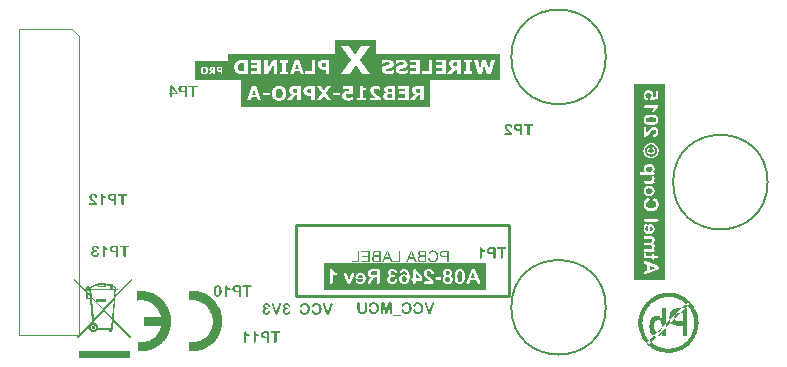
<source format=gbo>
%FSLAX43Y43*%
%MOMM*%
G71*
G01*
G75*
G04 Layer_Color=9306309*
%ADD10R,3.600X1.800*%
%ADD11R,0.800X0.650*%
%ADD12R,0.650X0.800*%
%ADD13R,0.282X0.205*%
%ADD14R,0.205X0.282*%
%ADD15R,1.200X1.200*%
%ADD16R,0.900X0.600*%
%ADD17R,0.600X0.900*%
%ADD18R,0.350X0.350*%
%ADD19R,0.350X0.350*%
G04:AMPARAMS|DCode=20|XSize=0.205mm|YSize=0.282mm|CornerRadius=0mm|HoleSize=0mm|Usage=FLASHONLY|Rotation=315.000|XOffset=0mm|YOffset=0mm|HoleType=Round|Shape=Rectangle|*
%AMROTATEDRECTD20*
4,1,4,-0.172,-0.027,0.027,0.172,0.172,0.027,-0.027,-0.172,-0.172,-0.027,0.0*
%
%ADD20ROTATEDRECTD20*%

%ADD21R,0.350X0.700*%
%ADD22R,0.600X0.600*%
%ADD23R,0.950X1.750*%
%ADD24R,0.600X0.500*%
%ADD25R,0.762X0.762*%
%ADD26R,0.350X0.850*%
%ADD27R,1.100X0.700*%
%ADD28O,0.700X0.250*%
%ADD29O,0.250X0.700*%
%ADD30R,4.700X4.700*%
%ADD31R,1.600X1.400*%
%ADD32R,0.300X0.700*%
%ADD33R,1.300X1.100*%
%ADD34R,2.250X1.000*%
%ADD35R,2.200X1.050*%
%ADD36R,1.050X1.000*%
%ADD37R,1.200X3.200*%
%ADD38R,3.000X3.000*%
%ADD39R,3.200X1.200*%
%ADD40C,0.300*%
%ADD41C,0.254*%
%ADD42C,0.150*%
%ADD43C,0.203*%
%ADD44C,0.175*%
%ADD45C,0.152*%
%ADD46C,0.200*%
%ADD47C,0.400*%
%ADD48C,0.195*%
%ADD49C,0.170*%
%ADD50C,0.210*%
%ADD51C,0.190*%
%ADD52C,0.350*%
%ADD53R,1.547X1.240*%
%ADD54R,0.920X0.400*%
%ADD55R,0.920X0.400*%
%ADD56R,0.900X0.400*%
%ADD57R,0.002X0.195*%
%ADD58R,0.000X0.195*%
%ADD59R,0.486X1.169*%
%ADD60R,0.729X0.544*%
%ADD61R,0.428X1.195*%
%ADD62R,0.643X0.715*%
%ADD63C,2.000*%
%ADD64O,0.900X1.200*%
%ADD65O,0.900X1.250*%
%ADD66C,1.700*%
%ADD67R,4.200X1.350*%
%ADD68R,1.700X1.700*%
%ADD69C,1.800*%
%ADD70R,1.800X1.800*%
%ADD71C,0.550*%
%ADD72C,0.350*%
%ADD73C,0.800*%
%ADD74C,0.737*%
%ADD75C,0.250*%
%ADD76C,0.100*%
%ADD77C,0.102*%
%ADD78R,0.875X0.550*%
%ADD79R,1.750X1.750*%
%ADD80R,2.100X2.100*%
G04:AMPARAMS|DCode=81|XSize=1.65mm|YSize=1.65mm|CornerRadius=0.412mm|HoleSize=0mm|Usage=FLASHONLY|Rotation=0.000|XOffset=0mm|YOffset=0mm|HoleType=Round|Shape=RoundedRectangle|*
%AMROUNDEDRECTD81*
21,1,1.650,0.825,0,0,0.0*
21,1,0.825,1.650,0,0,0.0*
1,1,0.825,0.412,-0.412*
1,1,0.825,-0.412,-0.412*
1,1,0.825,-0.412,0.412*
1,1,0.825,0.412,0.412*
%
%ADD81ROUNDEDRECTD81*%
%ADD82R,2.100X2.100*%
%ADD83R,3.850X1.150*%
%ADD84R,3.599X1.806*%
%ADD85R,3.603X1.802*%
%ADD86R,1.550X1.350*%
%ADD87R,4.700X1.400*%
%ADD88R,1.400X4.700*%
%ADD89R,1.950X0.850*%
%ADD90R,0.900X0.750*%
%ADD91R,0.750X0.900*%
%ADD92R,0.408X0.332*%
%ADD93R,0.332X0.408*%
%ADD94R,1.300X1.300*%
%ADD95R,1.000X0.700*%
%ADD96R,0.700X1.000*%
G04:AMPARAMS|DCode=97|XSize=0.332mm|YSize=0.408mm|CornerRadius=0mm|HoleSize=0mm|Usage=FLASHONLY|Rotation=315.000|XOffset=0mm|YOffset=0mm|HoleType=Round|Shape=Rectangle|*
%AMROTATEDRECTD97*
4,1,4,-0.261,-0.027,0.027,0.261,0.261,0.027,-0.027,-0.261,-0.261,-0.027,0.0*
%
%ADD97ROTATEDRECTD97*%

%ADD98R,0.450X0.800*%
%ADD99R,0.700X0.700*%
%ADD100R,1.050X1.850*%
%ADD101R,0.700X0.600*%
%ADD102R,0.862X0.862*%
%ADD103R,0.450X0.950*%
%ADD104R,1.240X0.840*%
%ADD105O,0.800X0.350*%
%ADD106O,0.350X0.800*%
%ADD107R,1.750X1.550*%
%ADD108R,0.450X0.850*%
%ADD109R,1.400X1.200*%
%ADD110R,2.350X1.100*%
%ADD111R,2.300X1.150*%
%ADD112R,1.150X1.100*%
%ADD113R,1.300X3.300*%
%ADD114R,3.100X3.100*%
%ADD115R,3.300X1.300*%
%ADD116C,2.100*%
%ADD117O,1.000X1.300*%
%ADD118O,1.000X1.350*%
%ADD119R,1.800X1.800*%
%ADD120C,1.900*%
%ADD121R,1.900X1.900*%
%ADD122C,0.900*%
%ADD123C,0.650*%
%ADD124C,0.837*%
G36*
X35707Y8223D02*
X35301D01*
X35272Y8226D01*
X35245Y8227D01*
X35221Y8230D01*
X35203Y8233D01*
X35190Y8235D01*
X35181Y8238D01*
X35178D01*
X35156Y8245D01*
X35135Y8253D01*
X35116Y8260D01*
X35101Y8268D01*
X35087Y8275D01*
X35078Y8281D01*
X35072Y8284D01*
X35071Y8285D01*
X35056Y8299D01*
X35041Y8314D01*
X35029Y8328D01*
X35019Y8343D01*
X35012Y8357D01*
X35004Y8367D01*
X35001Y8375D01*
X35000Y8378D01*
X34989Y8400D01*
X34982Y8422D01*
X34977Y8444D01*
X34973Y8464D01*
X34971Y8480D01*
X34970Y8493D01*
Y8502D01*
Y8505D01*
X34971Y8537D01*
X34977Y8565D01*
X34985Y8589D01*
X34994Y8611D01*
X35004Y8629D01*
X35012Y8642D01*
X35017Y8649D01*
X35019Y8652D01*
X35038Y8675D01*
X35061Y8693D01*
X35083Y8707D01*
X35105Y8721D01*
X35124Y8730D01*
X35141Y8737D01*
X35147Y8739D01*
X35151Y8740D01*
X35154Y8742D01*
X35156D01*
X35130Y8755D01*
X35110Y8770D01*
X35092Y8783D01*
X35077Y8798D01*
X35066Y8810D01*
X35058Y8820D01*
X35053Y8826D01*
X35052Y8829D01*
X35040Y8850D01*
X35032Y8872D01*
X35026Y8892D01*
X35022Y8909D01*
X35019Y8926D01*
X35017Y8938D01*
Y8945D01*
Y8948D01*
X35019Y8973D01*
X35023Y8997D01*
X35029Y9018D01*
X35037Y9037D01*
X35044Y9054D01*
X35050Y9067D01*
X35055Y9074D01*
X35056Y9077D01*
X35072Y9100D01*
X35089Y9118D01*
X35107Y9134D01*
X35124Y9147D01*
X35139Y9156D01*
X35151Y9164D01*
X35160Y9168D01*
X35162Y9170D01*
X35163D01*
X35190Y9180D01*
X35220Y9187D01*
X35249Y9192D01*
X35277Y9196D01*
X35303Y9198D01*
X35313D01*
X35324Y9199D01*
X35707D01*
Y8223D01*
D02*
G37*
G36*
X37594D02*
X37465D01*
Y8621D01*
X37215D01*
X37178Y8623D01*
X37144Y8624D01*
X37113Y8629D01*
X37083Y8635D01*
X37058Y8641D01*
X37034Y8648D01*
X37013Y8655D01*
X36995Y8664D01*
X36979Y8672D01*
X36965Y8679D01*
X36955Y8687D01*
X36945Y8693D01*
X36939Y8698D01*
X36934Y8703D01*
X36931Y8704D01*
X36930Y8706D01*
X36915Y8722D01*
X36903Y8740D01*
X36893Y8758D01*
X36884Y8776D01*
X36869Y8810D01*
X36860Y8844D01*
X36856Y8859D01*
X36854Y8872D01*
X36853Y8886D01*
X36851Y8896D01*
X36850Y8905D01*
Y8911D01*
Y8915D01*
Y8917D01*
X36851Y8944D01*
X36854Y8969D01*
X36858Y8991D01*
X36864Y9011D01*
X36870Y9027D01*
X36875Y9039D01*
X36878Y9046D01*
X36879Y9049D01*
X36891Y9071D01*
X36905Y9089D01*
X36918Y9106D01*
X36930Y9119D01*
X36940Y9129D01*
X36949Y9137D01*
X36957Y9141D01*
X36958Y9143D01*
X36977Y9155D01*
X36998Y9165D01*
X37017Y9172D01*
X37037Y9178D01*
X37053Y9183D01*
X37067Y9186D01*
X37075Y9189D01*
X37078D01*
X37099Y9192D01*
X37123Y9195D01*
X37148Y9196D01*
X37172Y9198D01*
X37194Y9199D01*
X37594D01*
Y8223D01*
D02*
G37*
G36*
X33509D02*
X32900D01*
Y8337D01*
X33380D01*
Y9199D01*
X33509D01*
Y8223D01*
D02*
G37*
G36*
X34899D02*
X34762D01*
X34656Y8519D01*
X34246D01*
X34133Y8223D01*
X33988D01*
X34384Y9199D01*
X34526D01*
X34899Y8223D01*
D02*
G37*
G36*
X32683Y4810D02*
X32699Y4808D01*
X32715Y4804D01*
X32727Y4801D01*
X32737Y4796D01*
X32745Y4792D01*
X32749Y4790D01*
X32751Y4789D01*
X32761Y4780D01*
X32769Y4766D01*
X32775Y4753D01*
X32778Y4739D01*
X32781Y4726D01*
X32782Y4715D01*
Y4708D01*
Y4705D01*
Y3950D01*
X32781Y3930D01*
X32778Y3914D01*
X32775Y3899D01*
X32770Y3888D01*
X32766Y3879D01*
X32761Y3872D01*
X32760Y3869D01*
X32758Y3867D01*
X32749Y3858D01*
X32739Y3852D01*
X32728Y3847D01*
X32718Y3844D01*
X32708Y3843D01*
X32701Y3841D01*
X32695D01*
X32680Y3843D01*
X32668Y3846D01*
X32656Y3850D01*
X32647Y3855D01*
X32639Y3859D01*
X32635Y3864D01*
X32632Y3867D01*
X32630Y3869D01*
X32621Y3881D01*
X32615Y3893D01*
X32611Y3906D01*
X32608Y3920D01*
X32606Y3932D01*
X32605Y3941D01*
Y3947D01*
Y3950D01*
Y4608D01*
X32453Y4001D01*
X32447Y3980D01*
X32442Y3960D01*
X32441Y3953D01*
X32439Y3947D01*
X32438Y3944D01*
Y3942D01*
X32432Y3923D01*
X32426Y3908D01*
X32423Y3902D01*
X32420Y3897D01*
X32418Y3894D01*
Y3893D01*
X32406Y3878D01*
X32394Y3866D01*
X32385Y3859D01*
X32382Y3856D01*
X32381D01*
X32361Y3847D01*
X32343Y3843D01*
X32336D01*
X32330Y3841D01*
X32324D01*
X32307Y3843D01*
X32293Y3844D01*
X32281Y3849D01*
X32271Y3853D01*
X32263Y3856D01*
X32257Y3861D01*
X32254Y3863D01*
X32253Y3864D01*
X32244Y3873D01*
X32236Y3882D01*
X32226Y3897D01*
X32223Y3905D01*
X32220Y3909D01*
X32218Y3912D01*
Y3914D01*
X32215Y3926D01*
X32211Y3939D01*
X32203Y3968D01*
X32199Y3980D01*
X32197Y3992D01*
X32194Y3998D01*
Y4001D01*
X32041Y4608D01*
Y3950D01*
X32039Y3930D01*
X32036Y3914D01*
X32033Y3900D01*
X32029Y3890D01*
X32024Y3881D01*
X32020Y3873D01*
X32018Y3870D01*
X32017Y3869D01*
X32008Y3859D01*
X31997Y3853D01*
X31987Y3847D01*
X31976Y3844D01*
X31967Y3843D01*
X31960Y3841D01*
X31954D01*
X31939Y3843D01*
X31927Y3846D01*
X31915Y3850D01*
X31906Y3855D01*
X31898Y3859D01*
X31893Y3864D01*
X31890Y3867D01*
X31889Y3869D01*
X31880Y3881D01*
X31874Y3893D01*
X31869Y3906D01*
X31866Y3920D01*
X31865Y3932D01*
X31863Y3941D01*
Y3947D01*
Y3950D01*
Y4705D01*
X31865Y4726D01*
X31868Y4745D01*
X31874Y4759D01*
X31880Y4771D01*
X31886Y4778D01*
X31892Y4784D01*
X31895Y4787D01*
X31897Y4789D01*
X31910Y4796D01*
X31924Y4802D01*
X31939Y4805D01*
X31952Y4808D01*
X31964Y4810D01*
X31975Y4811D01*
X32063D01*
X32078Y4810D01*
X32092Y4808D01*
X32103Y4807D01*
X32112Y4804D01*
X32118Y4802D01*
X32121Y4801D01*
X32122D01*
X32131Y4796D01*
X32137Y4792D01*
X32149Y4780D01*
X32155Y4771D01*
X32158Y4768D01*
Y4766D01*
X32163Y4756D01*
X32167Y4742D01*
X32176Y4715D01*
X32179Y4703D01*
X32182Y4693D01*
X32185Y4687D01*
Y4684D01*
X32324Y4162D01*
X32462Y4684D01*
X32468Y4703D01*
X32472Y4721D01*
X32477Y4735D01*
X32481Y4747D01*
X32484Y4756D01*
X32487Y4762D01*
X32489Y4765D01*
Y4766D01*
X32493Y4775D01*
X32499Y4783D01*
X32512Y4793D01*
X32521Y4799D01*
X32524Y4801D01*
X32525D01*
X32536Y4804D01*
X32548Y4807D01*
X32573Y4810D01*
X32585Y4811D01*
X32663D01*
X32683Y4810D01*
D02*
G37*
G36*
X36310Y4825D02*
X36322Y4822D01*
X36334Y4817D01*
X36344Y4813D01*
X36352Y4807D01*
X36358Y4802D01*
X36361Y4799D01*
X36362Y4798D01*
X36371Y4787D01*
X36377Y4777D01*
X36382Y4766D01*
X36385Y4757D01*
X36387Y4750D01*
X36388Y4744D01*
Y4739D01*
Y4738D01*
Y4727D01*
X36387Y4718D01*
X36385Y4709D01*
Y4708D01*
Y4706D01*
X36382Y4693D01*
X36377Y4681D01*
X36376Y4673D01*
X36374Y4671D01*
Y4670D01*
X36370Y4659D01*
X36365Y4649D01*
X36364Y4641D01*
X36362Y4640D01*
Y4638D01*
X36135Y4020D01*
X36126Y3995D01*
X36122Y3983D01*
X36119Y3974D01*
X36116Y3965D01*
X36113Y3959D01*
X36111Y3954D01*
Y3953D01*
X36101Y3930D01*
X36092Y3912D01*
X36087Y3906D01*
X36084Y3900D01*
X36081Y3897D01*
Y3896D01*
X36068Y3879D01*
X36054Y3867D01*
X36048Y3863D01*
X36044Y3859D01*
X36041Y3856D01*
X36039D01*
X36017Y3847D01*
X35996Y3843D01*
X35987D01*
X35979Y3841D01*
X35973D01*
X35946Y3844D01*
X35935Y3846D01*
X35925Y3849D01*
X35917Y3852D01*
X35911Y3853D01*
X35908Y3856D01*
X35907D01*
X35889Y3869D01*
X35875Y3882D01*
X35866Y3891D01*
X35863Y3894D01*
Y3896D01*
X35851Y3915D01*
X35842Y3933D01*
X35839Y3941D01*
X35836Y3947D01*
X35835Y3951D01*
Y3953D01*
X35826Y3977D01*
X35818Y3998D01*
X35815Y4007D01*
X35812Y4014D01*
X35811Y4019D01*
Y4020D01*
X35579Y4643D01*
X35575Y4655D01*
X35571Y4665D01*
X35568Y4673D01*
Y4676D01*
X35564Y4688D01*
X35561Y4699D01*
X35558Y4706D01*
Y4709D01*
X35555Y4721D01*
X35553Y4730D01*
Y4736D01*
Y4739D01*
X35555Y4754D01*
X35559Y4768D01*
X35564Y4777D01*
X35565Y4778D01*
Y4780D01*
X35576Y4793D01*
X35587Y4804D01*
X35596Y4811D01*
X35599Y4813D01*
X35600D01*
X35617Y4820D01*
X35630Y4825D01*
X35636Y4826D01*
X35657D01*
X35668Y4823D01*
X35677Y4822D01*
X35684Y4819D01*
X35690Y4816D01*
X35695Y4813D01*
X35696Y4811D01*
X35698Y4810D01*
X35710Y4798D01*
X35719Y4786D01*
X35725Y4777D01*
X35726Y4775D01*
Y4774D01*
X35729Y4765D01*
X35734Y4754D01*
X35743Y4732D01*
X35746Y4720D01*
X35749Y4712D01*
X35750Y4706D01*
X35752Y4703D01*
X35968Y4061D01*
X36183Y4699D01*
X36191Y4721D01*
X36199Y4742D01*
X36206Y4759D01*
X36212Y4772D01*
X36218Y4781D01*
X36223Y4789D01*
X36224Y4793D01*
X36226Y4795D01*
X36235Y4805D01*
X36245Y4813D01*
X36256Y4819D01*
X36268Y4822D01*
X36278Y4825D01*
X36287Y4826D01*
X36295D01*
X36310Y4825D01*
D02*
G37*
G36*
X10770Y6709D02*
X9376Y5199D01*
X9232Y3415D01*
X10722Y1890D01*
X10640Y1822D01*
X9218Y3271D01*
X9191Y2936D01*
X9184Y2840D01*
X9177Y2765D01*
Y2731D01*
Y2711D01*
Y2697D01*
Y2690D01*
Y2656D01*
X9171Y2622D01*
Y2601D01*
Y2588D01*
X9164Y2574D01*
Y2567D01*
X9157Y2540D01*
X9150Y2519D01*
X9143Y2512D01*
Y2506D01*
X9123Y2499D01*
X9116Y2492D01*
X9109D01*
Y2307D01*
X8870D01*
Y2492D01*
X7865D01*
X7817Y2430D01*
X7763Y2382D01*
X7708Y2348D01*
X7646Y2328D01*
X7598Y2314D01*
X7557Y2300D01*
X7516D01*
X7455Y2307D01*
X7400Y2321D01*
X7352Y2335D01*
X7311Y2355D01*
X7284Y2376D01*
X7257Y2396D01*
X7243Y2403D01*
X7236Y2410D01*
X7195Y2458D01*
X7168Y2506D01*
X7141Y2553D01*
X7127Y2601D01*
X7120Y2642D01*
X7113Y2676D01*
Y2697D01*
Y2704D01*
Y2752D01*
X6238Y1801D01*
X6136Y1877D01*
X7421Y3271D01*
X7250Y5110D01*
X6915D01*
Y5602D01*
X6935D01*
X5862Y6695D01*
Y6873D01*
X7106Y5602D01*
X7209D01*
X7188Y5841D01*
X7154Y5827D01*
X7127Y5821D01*
X7106Y5814D01*
X7100D01*
X7045Y5821D01*
X6997Y5841D01*
X6970Y5862D01*
X6963Y5868D01*
X6929Y5909D01*
X6908Y5957D01*
X6901Y5985D01*
Y5998D01*
X6908Y6053D01*
X6929Y6094D01*
X6956Y6121D01*
X6963Y6128D01*
X7011Y6162D01*
X7052Y6183D01*
X7086Y6190D01*
X7100D01*
X7161Y6169D01*
X7209Y6142D01*
X7236Y6114D01*
X7250Y6108D01*
Y6101D01*
X7277Y6128D01*
X7305Y6162D01*
X7373Y6210D01*
X7407Y6231D01*
X7434Y6244D01*
X7448Y6258D01*
X7455D01*
X7516Y6285D01*
X7585Y6313D01*
X7722Y6347D01*
X7790Y6361D01*
X7838Y6367D01*
X7872Y6374D01*
X7886D01*
Y6443D01*
X8562D01*
Y6402D01*
X8637Y6395D01*
X8706Y6381D01*
X8733D01*
X8754Y6374D01*
X8767D01*
X8829Y6367D01*
X8884Y6354D01*
X8925Y6347D01*
X8938D01*
Y6367D01*
X9184D01*
Y6272D01*
X9246Y6238D01*
X9300Y6203D01*
X9341Y6169D01*
X9369Y6142D01*
X9389Y6121D01*
X9403Y6101D01*
X9417Y6094D01*
Y6087D01*
X9430Y6060D01*
X9444Y6032D01*
X9464Y6005D01*
X9471Y5991D01*
Y5985D01*
X9615D01*
Y5834D01*
X9430D01*
X9389Y5404D01*
X10770Y6907D01*
Y6709D01*
D02*
G37*
G36*
X40750Y5875D02*
X27043D01*
Y8152D01*
X40750D01*
Y5875D01*
D02*
G37*
G36*
X31436Y25879D02*
X41984D01*
Y23642D01*
X35987D01*
Y21398D01*
X20004D01*
Y23641D01*
X18939D01*
Y23640D01*
X16113D01*
Y25263D01*
X18939D01*
Y25835D01*
X28004D01*
Y27031D01*
X31436D01*
Y25879D01*
D02*
G37*
G36*
X30023Y8223D02*
X29414D01*
Y8337D01*
X29894D01*
Y9199D01*
X30023D01*
Y8223D01*
D02*
G37*
G36*
X43743Y19927D02*
X43763Y19924D01*
X43778Y19919D01*
X43792Y19915D01*
X43802Y19909D01*
X43808Y19904D01*
X43813Y19901D01*
X43814Y19900D01*
X43823Y19888D01*
X43831Y19874D01*
X43835Y19859D01*
X43840Y19844D01*
X43841Y19831D01*
X43843Y19820D01*
Y19813D01*
Y19810D01*
Y19074D01*
X43841Y19055D01*
X43838Y19037D01*
X43835Y19022D01*
X43829Y19010D01*
X43825Y18999D01*
X43822Y18993D01*
X43819Y18989D01*
X43817Y18987D01*
X43807Y18978D01*
X43795Y18970D01*
X43783Y18966D01*
X43772Y18961D01*
X43762Y18960D01*
X43754Y18958D01*
X43746D01*
X43731Y18960D01*
X43719Y18963D01*
X43707Y18967D01*
X43697Y18973D01*
X43689Y18978D01*
X43683Y18983D01*
X43680Y18986D01*
X43679Y18987D01*
X43670Y18999D01*
X43662Y19014D01*
X43658Y19028D01*
X43653Y19043D01*
X43652Y19056D01*
X43650Y19067D01*
Y19073D01*
Y19076D01*
Y19346D01*
X43474D01*
X43443Y19348D01*
X43411Y19349D01*
X43384Y19354D01*
X43357Y19358D01*
X43333Y19363D01*
X43312Y19370D01*
X43292Y19376D01*
X43274Y19384D01*
X43258Y19390D01*
X43244Y19398D01*
X43232Y19404D01*
X43223Y19408D01*
X43216Y19414D01*
X43211Y19417D01*
X43208Y19419D01*
X43207Y19420D01*
X43190Y19435D01*
X43177Y19452D01*
X43165Y19468D01*
X43154Y19486D01*
X43145Y19504D01*
X43139Y19524D01*
X43127Y19558D01*
X43124Y19575D01*
X43121Y19592D01*
X43119Y19605D01*
X43118Y19617D01*
X43116Y19628D01*
Y19635D01*
Y19640D01*
Y19641D01*
X43118Y19667D01*
X43119Y19689D01*
X43124Y19710D01*
X43127Y19728D01*
X43132Y19743D01*
X43136Y19755D01*
X43138Y19761D01*
X43139Y19764D01*
X43148Y19784D01*
X43159Y19802D01*
X43169Y19817D01*
X43180Y19831D01*
X43189Y19841D01*
X43196Y19850D01*
X43202Y19855D01*
X43204Y19856D01*
X43220Y19870D01*
X43237Y19882D01*
X43253Y19891D01*
X43270Y19898D01*
X43283Y19903D01*
X43294Y19907D01*
X43301Y19910D01*
X43304D01*
X43328Y19916D01*
X43356Y19921D01*
X43384Y19924D01*
X43411Y19927D01*
X43437D01*
X43447Y19928D01*
X43721D01*
X43743Y19927D01*
D02*
G37*
G36*
X10599Y86D02*
X6300D01*
Y728D01*
X10599D01*
Y86D01*
D02*
G37*
G36*
X31842Y8223D02*
X31436D01*
X31407Y8226D01*
X31380Y8227D01*
X31356Y8230D01*
X31338Y8233D01*
X31325Y8235D01*
X31316Y8238D01*
X31313D01*
X31291Y8245D01*
X31270Y8253D01*
X31251Y8260D01*
X31236Y8268D01*
X31222Y8275D01*
X31214Y8281D01*
X31208Y8284D01*
X31206Y8285D01*
X31191Y8299D01*
X31176Y8314D01*
X31165Y8328D01*
X31154Y8343D01*
X31147Y8357D01*
X31139Y8367D01*
X31136Y8375D01*
X31135Y8378D01*
X31124Y8400D01*
X31117Y8422D01*
X31113Y8444D01*
X31108Y8464D01*
X31107Y8480D01*
X31105Y8493D01*
Y8502D01*
Y8505D01*
X31107Y8537D01*
X31113Y8565D01*
X31120Y8589D01*
X31129Y8611D01*
X31139Y8629D01*
X31147Y8642D01*
X31153Y8649D01*
X31154Y8652D01*
X31173Y8675D01*
X31196Y8693D01*
X31218Y8707D01*
X31240Y8721D01*
X31260Y8730D01*
X31276Y8737D01*
X31282Y8739D01*
X31286Y8740D01*
X31289Y8742D01*
X31291D01*
X31266Y8755D01*
X31245Y8770D01*
X31227Y8783D01*
X31212Y8798D01*
X31202Y8810D01*
X31193Y8820D01*
X31188Y8826D01*
X31187Y8829D01*
X31175Y8850D01*
X31167Y8872D01*
X31162Y8892D01*
X31157Y8909D01*
X31154Y8926D01*
X31153Y8938D01*
Y8945D01*
Y8948D01*
X31154Y8973D01*
X31159Y8997D01*
X31165Y9018D01*
X31172Y9037D01*
X31179Y9054D01*
X31185Y9067D01*
X31190Y9074D01*
X31191Y9077D01*
X31208Y9100D01*
X31224Y9118D01*
X31242Y9134D01*
X31260Y9147D01*
X31274Y9156D01*
X31286Y9164D01*
X31295Y9168D01*
X31297Y9170D01*
X31298D01*
X31325Y9180D01*
X31355Y9187D01*
X31384Y9192D01*
X31413Y9196D01*
X31438Y9198D01*
X31448D01*
X31459Y9199D01*
X31842D01*
Y8223D01*
D02*
G37*
G36*
X32853D02*
X32716D01*
X32610Y8519D01*
X32200D01*
X32087Y8223D01*
X31942D01*
X32338Y9199D01*
X32480D01*
X32853Y8223D01*
D02*
G37*
G36*
X30924D02*
X30196D01*
Y8337D01*
X30795D01*
Y8670D01*
X30255D01*
Y8785D01*
X30795D01*
Y9085D01*
X30218D01*
Y9199D01*
X30924D01*
Y8223D01*
D02*
G37*
G36*
X55877Y6687D02*
X53258D01*
Y23278D01*
X55877D01*
Y6687D01*
D02*
G37*
G36*
X25433Y4755D02*
X25468Y4750D01*
X25498Y4746D01*
X25525Y4740D01*
X25548Y4732D01*
X25557Y4729D01*
X25564Y4728D01*
X25570Y4725D01*
X25575Y4723D01*
X25578Y4722D01*
X25579D01*
X25609Y4708D01*
X25636Y4693D01*
X25662Y4677D01*
X25683Y4660D01*
X25701Y4647D01*
X25714Y4635D01*
X25722Y4627D01*
X25723Y4626D01*
X25725Y4624D01*
X25746Y4598D01*
X25766Y4573D01*
X25782Y4546D01*
X25796Y4522D01*
X25806Y4501D01*
X25814Y4483D01*
X25817Y4477D01*
X25818Y4472D01*
X25820Y4469D01*
Y4468D01*
X25830Y4433D01*
X25839Y4397D01*
X25845Y4362D01*
X25848Y4331D01*
X25851Y4304D01*
Y4292D01*
X25853Y4281D01*
Y4274D01*
Y4266D01*
Y4263D01*
Y4262D01*
Y4236D01*
X25851Y4211D01*
X25848Y4188D01*
X25847Y4168D01*
X25844Y4152D01*
X25842Y4138D01*
X25841Y4131D01*
Y4128D01*
X25835Y4105D01*
X25829Y4083D01*
X25821Y4063D01*
X25815Y4045D01*
X25809Y4030D01*
X25805Y4018D01*
X25802Y4012D01*
X25800Y4009D01*
X25790Y3989D01*
X25779Y3970D01*
X25767Y3953D01*
X25758Y3938D01*
X25749Y3926D01*
X25742Y3917D01*
X25737Y3911D01*
X25736Y3910D01*
X25719Y3892D01*
X25704Y3877D01*
X25687Y3863D01*
X25674Y3851D01*
X25662Y3842D01*
X25653Y3836D01*
X25645Y3832D01*
X25644Y3830D01*
X25624Y3820D01*
X25605Y3811D01*
X25585Y3803D01*
X25569Y3797D01*
X25554Y3793D01*
X25542Y3789D01*
X25534Y3786D01*
X25531D01*
X25483Y3777D01*
X25460Y3774D01*
X25439Y3773D01*
X25421D01*
X25406Y3771D01*
X25394D01*
X25358Y3773D01*
X25325Y3776D01*
X25296Y3782D01*
X25271Y3788D01*
X25250Y3793D01*
X25235Y3799D01*
X25229Y3800D01*
X25224Y3802D01*
X25223Y3803D01*
X25221D01*
X25194Y3815D01*
X25170Y3829D01*
X25149Y3844D01*
X25131Y3856D01*
X25117Y3868D01*
X25107Y3877D01*
X25099Y3884D01*
X25098Y3886D01*
X25081Y3905D01*
X25066Y3923D01*
X25054Y3941D01*
X25044Y3956D01*
X25036Y3970D01*
X25032Y3980D01*
X25029Y3986D01*
X25027Y3989D01*
X25020Y4009D01*
X25014Y4027D01*
X25011Y4044D01*
X25008Y4059D01*
X25006Y4071D01*
X25005Y4080D01*
Y4086D01*
Y4087D01*
X25006Y4101D01*
X25009Y4111D01*
X25012Y4122D01*
X25017Y4131D01*
X25023Y4138D01*
X25026Y4143D01*
X25029Y4146D01*
X25030Y4147D01*
X25039Y4155D01*
X25050Y4161D01*
X25059Y4165D01*
X25068Y4168D01*
X25077Y4170D01*
X25083Y4171D01*
X25089D01*
X25102Y4170D01*
X25114Y4168D01*
X25124Y4164D01*
X25133Y4159D01*
X25139Y4155D01*
X25143Y4152D01*
X25145Y4149D01*
X25146Y4147D01*
X25158Y4128D01*
X25169Y4108D01*
X25172Y4101D01*
X25175Y4093D01*
X25178Y4089D01*
Y4087D01*
X25190Y4059D01*
X25203Y4035D01*
X25218Y4014D01*
X25232Y3996D01*
X25245Y3982D01*
X25256Y3973D01*
X25262Y3967D01*
X25265Y3965D01*
X25287Y3952D01*
X25311Y3941D01*
X25334Y3935D01*
X25357Y3929D01*
X25376Y3926D01*
X25391Y3925D01*
X25405D01*
X25432Y3926D01*
X25457Y3931D01*
X25481Y3937D01*
X25501Y3943D01*
X25516Y3949D01*
X25528Y3955D01*
X25536Y3959D01*
X25539Y3961D01*
X25558Y3976D01*
X25576Y3994D01*
X25591Y4012D01*
X25605Y4030D01*
X25614Y4045D01*
X25621Y4059D01*
X25626Y4068D01*
X25627Y4069D01*
Y4071D01*
X25638Y4099D01*
X25645Y4131D01*
X25650Y4161D01*
X25653Y4191D01*
X25656Y4217D01*
Y4227D01*
X25657Y4238D01*
Y4245D01*
Y4251D01*
Y4254D01*
Y4256D01*
X25656Y4286D01*
X25654Y4314D01*
X25651Y4341D01*
X25647Y4365D01*
X25641Y4388D01*
X25635Y4409D01*
X25629Y4429D01*
X25623Y4445D01*
X25617Y4460D01*
X25611Y4474D01*
X25605Y4486D01*
X25599Y4495D01*
X25594Y4502D01*
X25591Y4507D01*
X25588Y4510D01*
Y4511D01*
X25575Y4528D01*
X25560Y4541D01*
X25545Y4553D01*
X25528Y4564D01*
X25513Y4573D01*
X25496Y4580D01*
X25466Y4591D01*
X25439Y4598D01*
X25429Y4600D01*
X25418Y4601D01*
X25411Y4603D01*
X25399D01*
X25372Y4601D01*
X25348Y4597D01*
X25325Y4591D01*
X25307Y4585D01*
X25292Y4579D01*
X25281Y4573D01*
X25275Y4568D01*
X25272Y4567D01*
X25254Y4552D01*
X25236Y4535D01*
X25221Y4519D01*
X25209Y4501D01*
X25199Y4486D01*
X25190Y4474D01*
X25185Y4465D01*
X25184Y4463D01*
Y4462D01*
X25176Y4447D01*
X25167Y4433D01*
X25161Y4423D01*
X25155Y4415D01*
X25151Y4408D01*
X25146Y4403D01*
X25145Y4402D01*
X25143Y4400D01*
X25136Y4394D01*
X25127Y4391D01*
X25108Y4385D01*
X25099D01*
X25093Y4383D01*
X25087D01*
X25075Y4385D01*
X25065Y4388D01*
X25054Y4391D01*
X25047Y4397D01*
X25039Y4402D01*
X25035Y4405D01*
X25032Y4408D01*
X25030Y4409D01*
X25023Y4420D01*
X25017Y4429D01*
X25012Y4439D01*
X25009Y4448D01*
X25008Y4456D01*
X25006Y4462D01*
Y4466D01*
Y4468D01*
X25008Y4490D01*
X25014Y4513D01*
X25021Y4535D01*
X25030Y4555D01*
X25039Y4571D01*
X25047Y4583D01*
X25053Y4592D01*
X25054Y4595D01*
X25074Y4620D01*
X25096Y4642D01*
X25119Y4662D01*
X25142Y4678D01*
X25163Y4692D01*
X25179Y4701D01*
X25185Y4705D01*
X25190Y4708D01*
X25193Y4710D01*
X25194D01*
X25229Y4725D01*
X25265Y4737D01*
X25298Y4744D01*
X25330Y4750D01*
X25358Y4753D01*
X25370Y4755D01*
X25379Y4756D01*
X25399D01*
X25433Y4755D01*
D02*
G37*
G36*
X24942Y3621D02*
X24262D01*
Y3687D01*
X24942D01*
Y3621D01*
D02*
G37*
G36*
X23360Y4755D02*
X23372Y4752D01*
X23384Y4747D01*
X23394Y4743D01*
X23402Y4737D01*
X23408Y4732D01*
X23411Y4729D01*
X23412Y4728D01*
X23421Y4717D01*
X23427Y4707D01*
X23432Y4696D01*
X23435Y4687D01*
X23436Y4680D01*
X23438Y4674D01*
Y4669D01*
Y4668D01*
Y4657D01*
X23436Y4648D01*
X23435Y4639D01*
Y4638D01*
Y4636D01*
X23432Y4623D01*
X23427Y4611D01*
X23426Y4603D01*
X23424Y4601D01*
Y4600D01*
X23420Y4589D01*
X23415Y4579D01*
X23414Y4571D01*
X23412Y4570D01*
Y4568D01*
X23185Y3950D01*
X23176Y3925D01*
X23172Y3913D01*
X23169Y3904D01*
X23166Y3895D01*
X23163Y3889D01*
X23161Y3884D01*
Y3883D01*
X23151Y3860D01*
X23142Y3842D01*
X23137Y3836D01*
X23134Y3830D01*
X23131Y3827D01*
Y3826D01*
X23118Y3809D01*
X23104Y3797D01*
X23098Y3793D01*
X23094Y3789D01*
X23091Y3786D01*
X23089D01*
X23066Y3777D01*
X23045Y3773D01*
X23036D01*
X23029Y3771D01*
X23023D01*
X22996Y3774D01*
X22985Y3776D01*
X22975Y3779D01*
X22967Y3782D01*
X22961Y3783D01*
X22958Y3786D01*
X22957D01*
X22939Y3799D01*
X22925Y3812D01*
X22916Y3821D01*
X22913Y3824D01*
Y3826D01*
X22901Y3845D01*
X22892Y3863D01*
X22889Y3871D01*
X22886Y3877D01*
X22885Y3881D01*
Y3883D01*
X22875Y3907D01*
X22868Y3928D01*
X22865Y3937D01*
X22862Y3944D01*
X22860Y3949D01*
Y3950D01*
X22629Y4573D01*
X22624Y4585D01*
X22621Y4595D01*
X22618Y4603D01*
Y4606D01*
X22614Y4618D01*
X22611Y4629D01*
X22608Y4636D01*
Y4639D01*
X22605Y4651D01*
X22603Y4660D01*
Y4666D01*
Y4669D01*
X22605Y4684D01*
X22609Y4698D01*
X22614Y4707D01*
X22615Y4708D01*
Y4710D01*
X22626Y4723D01*
X22636Y4734D01*
X22645Y4741D01*
X22648Y4743D01*
X22650D01*
X22666Y4750D01*
X22680Y4755D01*
X22686Y4756D01*
X22707D01*
X22718Y4753D01*
X22727Y4752D01*
X22734Y4749D01*
X22740Y4746D01*
X22745Y4743D01*
X22746Y4741D01*
X22748Y4740D01*
X22760Y4728D01*
X22769Y4716D01*
X22775Y4707D01*
X22776Y4705D01*
Y4704D01*
X22779Y4695D01*
X22784Y4684D01*
X22793Y4662D01*
X22796Y4650D01*
X22799Y4642D01*
X22800Y4636D01*
X22802Y4633D01*
X23018Y3991D01*
X23233Y4629D01*
X23241Y4651D01*
X23248Y4672D01*
X23256Y4689D01*
X23262Y4702D01*
X23268Y4711D01*
X23272Y4719D01*
X23274Y4723D01*
X23275Y4725D01*
X23285Y4735D01*
X23295Y4743D01*
X23306Y4749D01*
X23318Y4752D01*
X23328Y4755D01*
X23337Y4756D01*
X23345D01*
X23360Y4755D01*
D02*
G37*
G36*
X26418D02*
X26453Y4750D01*
X26483Y4746D01*
X26510Y4740D01*
X26532Y4732D01*
X26541Y4729D01*
X26549Y4728D01*
X26555Y4725D01*
X26560Y4723D01*
X26563Y4722D01*
X26564D01*
X26594Y4708D01*
X26621Y4693D01*
X26647Y4677D01*
X26668Y4660D01*
X26686Y4647D01*
X26699Y4635D01*
X26707Y4627D01*
X26708Y4626D01*
X26710Y4624D01*
X26731Y4598D01*
X26750Y4573D01*
X26767Y4546D01*
X26781Y4522D01*
X26791Y4501D01*
X26799Y4483D01*
X26802Y4477D01*
X26803Y4472D01*
X26805Y4469D01*
Y4468D01*
X26815Y4433D01*
X26824Y4397D01*
X26830Y4362D01*
X26833Y4331D01*
X26836Y4304D01*
Y4292D01*
X26838Y4281D01*
Y4274D01*
Y4266D01*
Y4263D01*
Y4262D01*
Y4236D01*
X26836Y4211D01*
X26833Y4188D01*
X26832Y4168D01*
X26829Y4152D01*
X26827Y4138D01*
X26826Y4131D01*
Y4128D01*
X26820Y4105D01*
X26814Y4083D01*
X26806Y4063D01*
X26800Y4045D01*
X26794Y4030D01*
X26790Y4018D01*
X26787Y4012D01*
X26785Y4009D01*
X26775Y3989D01*
X26764Y3970D01*
X26752Y3953D01*
X26743Y3938D01*
X26734Y3926D01*
X26726Y3917D01*
X26722Y3911D01*
X26720Y3910D01*
X26704Y3892D01*
X26689Y3877D01*
X26672Y3863D01*
X26659Y3851D01*
X26647Y3842D01*
X26638Y3836D01*
X26630Y3832D01*
X26629Y3830D01*
X26609Y3820D01*
X26590Y3811D01*
X26570Y3803D01*
X26553Y3797D01*
X26538Y3793D01*
X26526Y3789D01*
X26519Y3786D01*
X26516D01*
X26468Y3777D01*
X26445Y3774D01*
X26424Y3773D01*
X26406D01*
X26391Y3771D01*
X26379D01*
X26343Y3773D01*
X26310Y3776D01*
X26281Y3782D01*
X26256Y3788D01*
X26235Y3793D01*
X26220Y3799D01*
X26214Y3800D01*
X26209Y3802D01*
X26208Y3803D01*
X26206D01*
X26179Y3815D01*
X26155Y3829D01*
X26134Y3844D01*
X26116Y3856D01*
X26102Y3868D01*
X26092Y3877D01*
X26084Y3884D01*
X26083Y3886D01*
X26066Y3905D01*
X26051Y3923D01*
X26039Y3941D01*
X26029Y3956D01*
X26021Y3970D01*
X26017Y3980D01*
X26014Y3986D01*
X26012Y3989D01*
X26005Y4009D01*
X25999Y4027D01*
X25996Y4044D01*
X25993Y4059D01*
X25991Y4071D01*
X25990Y4080D01*
Y4086D01*
Y4087D01*
X25991Y4101D01*
X25994Y4111D01*
X25997Y4122D01*
X26002Y4131D01*
X26008Y4138D01*
X26011Y4143D01*
X26014Y4146D01*
X26015Y4147D01*
X26024Y4155D01*
X26035Y4161D01*
X26044Y4165D01*
X26053Y4168D01*
X26062Y4170D01*
X26068Y4171D01*
X26074D01*
X26087Y4170D01*
X26099Y4168D01*
X26108Y4164D01*
X26117Y4159D01*
X26123Y4155D01*
X26128Y4152D01*
X26129Y4149D01*
X26131Y4147D01*
X26143Y4128D01*
X26154Y4108D01*
X26157Y4101D01*
X26160Y4093D01*
X26163Y4089D01*
Y4087D01*
X26175Y4059D01*
X26188Y4035D01*
X26203Y4014D01*
X26217Y3996D01*
X26230Y3982D01*
X26241Y3973D01*
X26247Y3967D01*
X26250Y3965D01*
X26272Y3952D01*
X26296Y3941D01*
X26319Y3935D01*
X26341Y3929D01*
X26361Y3926D01*
X26376Y3925D01*
X26390D01*
X26417Y3926D01*
X26442Y3931D01*
X26466Y3937D01*
X26486Y3943D01*
X26501Y3949D01*
X26513Y3955D01*
X26520Y3959D01*
X26523Y3961D01*
X26543Y3976D01*
X26561Y3994D01*
X26576Y4012D01*
X26590Y4030D01*
X26599Y4045D01*
X26606Y4059D01*
X26611Y4068D01*
X26612Y4069D01*
Y4071D01*
X26623Y4099D01*
X26630Y4131D01*
X26635Y4161D01*
X26638Y4191D01*
X26641Y4217D01*
Y4227D01*
X26642Y4238D01*
Y4245D01*
Y4251D01*
Y4254D01*
Y4256D01*
X26641Y4286D01*
X26639Y4314D01*
X26636Y4341D01*
X26632Y4365D01*
X26626Y4388D01*
X26620Y4409D01*
X26614Y4429D01*
X26608Y4445D01*
X26602Y4460D01*
X26596Y4474D01*
X26590Y4486D01*
X26584Y4495D01*
X26579Y4502D01*
X26576Y4507D01*
X26573Y4510D01*
Y4511D01*
X26560Y4528D01*
X26544Y4541D01*
X26529Y4553D01*
X26513Y4564D01*
X26498Y4573D01*
X26481Y4580D01*
X26451Y4591D01*
X26424Y4598D01*
X26414Y4600D01*
X26403Y4601D01*
X26396Y4603D01*
X26384D01*
X26357Y4601D01*
X26332Y4597D01*
X26310Y4591D01*
X26292Y4585D01*
X26277Y4579D01*
X26266Y4573D01*
X26260Y4568D01*
X26257Y4567D01*
X26239Y4552D01*
X26221Y4535D01*
X26206Y4519D01*
X26194Y4501D01*
X26184Y4486D01*
X26175Y4474D01*
X26170Y4465D01*
X26169Y4463D01*
Y4462D01*
X26161Y4447D01*
X26152Y4433D01*
X26146Y4423D01*
X26140Y4415D01*
X26135Y4408D01*
X26131Y4403D01*
X26129Y4402D01*
X26128Y4400D01*
X26120Y4394D01*
X26111Y4391D01*
X26093Y4385D01*
X26084D01*
X26078Y4383D01*
X26072D01*
X26060Y4385D01*
X26050Y4388D01*
X26039Y4391D01*
X26032Y4397D01*
X26024Y4402D01*
X26020Y4405D01*
X26017Y4408D01*
X26015Y4409D01*
X26008Y4420D01*
X26002Y4429D01*
X25997Y4439D01*
X25994Y4448D01*
X25993Y4456D01*
X25991Y4462D01*
Y4466D01*
Y4468D01*
X25993Y4490D01*
X25999Y4513D01*
X26006Y4535D01*
X26015Y4555D01*
X26024Y4571D01*
X26032Y4583D01*
X26038Y4592D01*
X26039Y4595D01*
X26059Y4620D01*
X26081Y4642D01*
X26104Y4662D01*
X26126Y4678D01*
X26148Y4692D01*
X26164Y4701D01*
X26170Y4705D01*
X26175Y4708D01*
X26178Y4710D01*
X26179D01*
X26214Y4725D01*
X26250Y4737D01*
X26283Y4744D01*
X26314Y4750D01*
X26343Y4753D01*
X26355Y4755D01*
X26364Y4756D01*
X26384D01*
X26418Y4755D01*
D02*
G37*
G36*
X56395Y5638D02*
X56579Y5611D01*
X56743Y5584D01*
X56894Y5543D01*
X56962Y5522D01*
X57017Y5508D01*
X57072Y5488D01*
X57113Y5474D01*
X57147Y5461D01*
X57174Y5447D01*
X57188Y5440D01*
X57195D01*
X57365Y5358D01*
X57516Y5269D01*
X57659Y5174D01*
X57776Y5085D01*
X57871Y5010D01*
X57946Y4941D01*
X57974Y4921D01*
X57994Y4900D01*
X58001Y4893D01*
X58008Y4886D01*
X58131Y4757D01*
X58240Y4620D01*
X58336Y4483D01*
X58411Y4353D01*
X58473Y4244D01*
X58500Y4196D01*
X58521Y4155D01*
X58534Y4128D01*
X58548Y4100D01*
X58555Y4087D01*
Y4080D01*
X58623Y3902D01*
X58671Y3731D01*
X58705Y3560D01*
X58726Y3410D01*
X58739Y3342D01*
Y3280D01*
X58746Y3226D01*
X58753Y3178D01*
Y3144D01*
Y3109D01*
Y3096D01*
Y3089D01*
X58746Y2897D01*
X58719Y2713D01*
X58691Y2549D01*
X58650Y2398D01*
X58637Y2330D01*
X58616Y2275D01*
X58603Y2221D01*
X58582Y2180D01*
X58575Y2146D01*
X58562Y2118D01*
X58555Y2105D01*
Y2098D01*
X58473Y1927D01*
X58384Y1776D01*
X58295Y1633D01*
X58206Y1517D01*
X58131Y1421D01*
X58063Y1346D01*
X58042Y1319D01*
X58022Y1298D01*
X58015Y1291D01*
X58008Y1284D01*
X57871Y1161D01*
X57735Y1052D01*
X57598Y956D01*
X57468Y881D01*
X57359Y820D01*
X57311Y792D01*
X57270Y772D01*
X57242Y758D01*
X57215Y744D01*
X57201Y738D01*
X57195D01*
X57017Y669D01*
X56846Y621D01*
X56675Y587D01*
X56525Y567D01*
X56456Y553D01*
X56395D01*
X56340Y546D01*
X56292Y539D01*
X56203D01*
X56012Y546D01*
X55828Y574D01*
X55664Y601D01*
X55513Y642D01*
X55445Y656D01*
X55390Y676D01*
X55335Y690D01*
X55294Y710D01*
X55260Y717D01*
X55233Y731D01*
X55219Y738D01*
X55212D01*
X55042Y820D01*
X54884Y908D01*
X54748Y997D01*
X54631Y1086D01*
X54529Y1161D01*
X54461Y1230D01*
X54433Y1250D01*
X54413Y1271D01*
X54406Y1278D01*
X54399Y1284D01*
X54276Y1421D01*
X54167Y1558D01*
X54078Y1694D01*
X53996Y1824D01*
X53934Y1934D01*
X53907Y1982D01*
X53886Y2023D01*
X53873Y2050D01*
X53859Y2077D01*
X53852Y2091D01*
Y2098D01*
X53784Y2275D01*
X53736Y2446D01*
X53695Y2617D01*
X53674Y2768D01*
X53661Y2836D01*
Y2897D01*
X53654Y2952D01*
X53647Y3000D01*
Y3034D01*
Y3068D01*
Y3082D01*
Y3089D01*
X53654Y3280D01*
X53681Y3465D01*
X53709Y3636D01*
X53750Y3779D01*
X53770Y3848D01*
X53784Y3902D01*
X53804Y3957D01*
X53818Y3998D01*
X53832Y4032D01*
X53845Y4059D01*
X53852Y4073D01*
Y4080D01*
X53934Y4251D01*
X54023Y4401D01*
X54112Y4538D01*
X54201Y4661D01*
X54283Y4757D01*
X54344Y4825D01*
X54365Y4852D01*
X54385Y4873D01*
X54392Y4880D01*
X54399Y4886D01*
X54529Y5010D01*
X54672Y5119D01*
X54809Y5215D01*
X54932Y5297D01*
X55042Y5358D01*
X55089Y5385D01*
X55130Y5406D01*
X55165Y5420D01*
X55192Y5433D01*
X55206Y5440D01*
X55212D01*
X55390Y5508D01*
X55561Y5556D01*
X55732Y5597D01*
X55882Y5618D01*
X55951Y5632D01*
X56012D01*
X56067Y5638D01*
X56115Y5645D01*
X56203D01*
X56395Y5638D01*
D02*
G37*
G36*
X36310Y9213D02*
X36355Y9207D01*
X36395Y9196D01*
X36413Y9192D01*
X36429Y9186D01*
X36444Y9180D01*
X36459Y9175D01*
X36471Y9170D01*
X36480Y9165D01*
X36488Y9162D01*
X36494Y9159D01*
X36497Y9156D01*
X36499D01*
X36536Y9132D01*
X36570Y9104D01*
X36598Y9076D01*
X36621Y9048D01*
X36640Y9022D01*
X36647Y9012D01*
X36653Y9003D01*
X36658Y8994D01*
X36661Y8988D01*
X36664Y8985D01*
Y8984D01*
X36683Y8941D01*
X36698Y8895D01*
X36707Y8850D01*
X36714Y8808D01*
X36717Y8789D01*
X36719Y8773D01*
X36720Y8756D01*
Y8743D01*
X36722Y8733D01*
Y8725D01*
Y8719D01*
Y8718D01*
X36720Y8666D01*
X36714Y8618D01*
X36705Y8574D01*
X36701Y8553D01*
X36697Y8535D01*
X36692Y8517D01*
X36688Y8502D01*
X36683Y8489D01*
X36679Y8477D01*
X36676Y8468D01*
X36673Y8462D01*
X36671Y8458D01*
Y8456D01*
X36650Y8413D01*
X36625Y8376D01*
X36601Y8343D01*
X36576Y8318D01*
X36555Y8297D01*
X36538Y8282D01*
X36530Y8278D01*
X36526Y8274D01*
X36523Y8272D01*
X36521Y8271D01*
X36502Y8259D01*
X36481Y8250D01*
X36439Y8233D01*
X36396Y8223D01*
X36355Y8214D01*
X36337Y8213D01*
X36319Y8210D01*
X36304Y8208D01*
X36291D01*
X36279Y8207D01*
X36264D01*
X36236Y8208D01*
X36209Y8210D01*
X36160Y8220D01*
X36138Y8226D01*
X36116Y8233D01*
X36096Y8241D01*
X36078Y8248D01*
X36062Y8256D01*
X36049Y8263D01*
X36037Y8271D01*
X36026Y8276D01*
X36017Y8282D01*
X36012Y8287D01*
X36009Y8288D01*
X36007Y8290D01*
X35988Y8306D01*
X35970Y8324D01*
X35940Y8363D01*
X35913Y8403D01*
X35894Y8443D01*
X35885Y8461D01*
X35879Y8477D01*
X35873Y8493D01*
X35867Y8505D01*
X35864Y8517D01*
X35861Y8525D01*
X35860Y8531D01*
Y8532D01*
X35989Y8565D01*
X36001Y8522D01*
X36016Y8483D01*
X36034Y8452D01*
X36050Y8425D01*
X36067Y8406D01*
X36080Y8391D01*
X36089Y8382D01*
X36090Y8381D01*
X36092Y8379D01*
X36121Y8358D01*
X36151Y8343D01*
X36182Y8331D01*
X36211Y8324D01*
X36236Y8320D01*
X36248Y8318D01*
X36257D01*
X36264Y8317D01*
X36275D01*
X36307Y8318D01*
X36338Y8324D01*
X36367Y8331D01*
X36390Y8339D01*
X36411Y8348D01*
X36428Y8354D01*
X36434Y8357D01*
X36438Y8360D01*
X36439Y8361D01*
X36441D01*
X36468Y8381D01*
X36490Y8403D01*
X36509Y8425D01*
X36526Y8449D01*
X36538Y8468D01*
X36545Y8486D01*
X36548Y8492D01*
X36551Y8496D01*
X36552Y8499D01*
Y8501D01*
X36564Y8537D01*
X36573Y8574D01*
X36579Y8611D01*
X36584Y8645D01*
X36585Y8660D01*
X36587Y8673D01*
Y8687D01*
X36588Y8697D01*
Y8706D01*
Y8712D01*
Y8716D01*
Y8718D01*
X36587Y8753D01*
X36584Y8788D01*
X36579Y8819D01*
X36573Y8847D01*
X36567Y8871D01*
X36566Y8881D01*
X36563Y8889D01*
X36561Y8896D01*
X36560Y8901D01*
X36558Y8904D01*
Y8905D01*
X36545Y8938D01*
X36529Y8967D01*
X36511Y8991D01*
X36494Y9012D01*
X36478Y9028D01*
X36465Y9040D01*
X36456Y9048D01*
X36454Y9051D01*
X36453D01*
X36423Y9068D01*
X36392Y9082D01*
X36361Y9092D01*
X36331Y9098D01*
X36304Y9103D01*
X36294Y9104D01*
X36283D01*
X36276Y9106D01*
X36266D01*
X36230Y9104D01*
X36199Y9098D01*
X36171Y9091D01*
X36148Y9082D01*
X36129Y9071D01*
X36116Y9064D01*
X36107Y9058D01*
X36104Y9057D01*
X36080Y9036D01*
X36061Y9012D01*
X36043Y8985D01*
X36029Y8960D01*
X36019Y8938D01*
X36014Y8927D01*
X36010Y8918D01*
X36007Y8911D01*
X36006Y8905D01*
X36004Y8902D01*
Y8901D01*
X35876Y8930D01*
X35894Y8978D01*
X35905Y9000D01*
X35915Y9019D01*
X35927Y9039D01*
X35939Y9057D01*
X35949Y9071D01*
X35961Y9086D01*
X35971Y9098D01*
X35982Y9109D01*
X35992Y9119D01*
X36000Y9126D01*
X36007Y9132D01*
X36012Y9137D01*
X36014Y9138D01*
X36016Y9140D01*
X36035Y9153D01*
X36055Y9165D01*
X36075Y9175D01*
X36096Y9184D01*
X36138Y9198D01*
X36176Y9207D01*
X36194Y9210D01*
X36211Y9211D01*
X36225Y9213D01*
X36237Y9214D01*
X36248Y9216D01*
X36263D01*
X36310Y9213D01*
D02*
G37*
G36*
X16067Y5797D02*
X16251Y5770D01*
X16422Y5742D01*
X16566Y5701D01*
X16634Y5681D01*
X16689Y5667D01*
X16744Y5647D01*
X16785Y5633D01*
X16819Y5619D01*
X16846Y5606D01*
X16860Y5599D01*
X16867D01*
X17037Y5517D01*
X17188Y5428D01*
X17331Y5332D01*
X17448Y5243D01*
X17550Y5168D01*
X17591Y5134D01*
X17625Y5100D01*
X17653Y5079D01*
X17673Y5059D01*
X17680Y5052D01*
X17687Y5045D01*
X17810Y4908D01*
X17919Y4772D01*
X18015Y4635D01*
X18090Y4505D01*
X18152Y4396D01*
X18179Y4348D01*
X18199Y4307D01*
X18213Y4273D01*
X18227Y4245D01*
X18234Y4232D01*
Y4225D01*
X18295Y4047D01*
X18343Y3876D01*
X18377Y3705D01*
X18398Y3555D01*
X18411Y3487D01*
Y3425D01*
X18418Y3371D01*
X18425Y3323D01*
Y3289D01*
Y3254D01*
Y3241D01*
Y3234D01*
X18418Y3042D01*
X18398Y2858D01*
X18363Y2687D01*
X18329Y2537D01*
X18309Y2475D01*
X18295Y2414D01*
X18275Y2359D01*
X18261Y2318D01*
X18254Y2284D01*
X18240Y2256D01*
X18234Y2243D01*
Y2236D01*
X18152Y2065D01*
X18063Y1915D01*
X17974Y1771D01*
X17885Y1655D01*
X17810Y1552D01*
X17776Y1511D01*
X17741Y1477D01*
X17721Y1450D01*
X17700Y1429D01*
X17694Y1423D01*
X17687Y1416D01*
X17550Y1293D01*
X17407Y1183D01*
X17270Y1088D01*
X17140Y1012D01*
X17031Y951D01*
X16983Y924D01*
X16942Y903D01*
X16914Y889D01*
X16887Y876D01*
X16873Y869D01*
X16867D01*
X16689Y801D01*
X16511Y753D01*
X16347Y719D01*
X16190Y698D01*
X16122Y684D01*
X16060D01*
X16005Y677D01*
X15958Y671D01*
X15821D01*
X15780Y677D01*
X15691D01*
X15643Y684D01*
X15602D01*
Y1470D01*
X15698Y1457D01*
X15773Y1450D01*
X15807Y1443D01*
X15848D01*
X15985Y1450D01*
X16115Y1464D01*
X16238Y1484D01*
X16340Y1511D01*
X16429Y1539D01*
X16497Y1559D01*
X16518Y1566D01*
X16538Y1573D01*
X16545Y1580D01*
X16552D01*
X16668Y1634D01*
X16778Y1703D01*
X16873Y1764D01*
X16955Y1826D01*
X17017Y1880D01*
X17072Y1921D01*
X17099Y1949D01*
X17113Y1962D01*
X17195Y2058D01*
X17270Y2154D01*
X17338Y2250D01*
X17393Y2338D01*
X17434Y2414D01*
X17461Y2475D01*
X17482Y2516D01*
X17489Y2523D01*
Y2530D01*
X17536Y2653D01*
X17571Y2776D01*
X17591Y2892D01*
X17605Y3001D01*
X17618Y3090D01*
X17625Y3165D01*
Y3193D01*
Y3213D01*
Y3220D01*
Y3227D01*
X17618Y3364D01*
X17605Y3494D01*
X17584Y3610D01*
X17557Y3719D01*
X17530Y3801D01*
X17509Y3869D01*
X17495Y3911D01*
X17489Y3917D01*
Y3924D01*
X17434Y4040D01*
X17372Y4150D01*
X17311Y4245D01*
X17249Y4334D01*
X17195Y4396D01*
X17154Y4450D01*
X17126Y4478D01*
X17113Y4491D01*
X17017Y4580D01*
X16921Y4656D01*
X16826Y4724D01*
X16737Y4779D01*
X16662Y4820D01*
X16600Y4847D01*
X16559Y4867D01*
X16552Y4874D01*
X16545D01*
X16422Y4922D01*
X16299Y4956D01*
X16183Y4984D01*
X16074Y4997D01*
X15985Y5011D01*
X15910Y5018D01*
X15677D01*
X15643Y5011D01*
X15616Y5004D01*
X15602Y4997D01*
Y5783D01*
X15657Y5790D01*
X15705D01*
X15732Y5797D01*
X15746D01*
X15793Y5804D01*
X15875D01*
X16067Y5797D01*
D02*
G37*
G36*
X11720Y5790D02*
X11904Y5770D01*
X12075Y5735D01*
X12226Y5701D01*
X12287Y5681D01*
X12349Y5660D01*
X12403Y5647D01*
X12444Y5633D01*
X12478Y5619D01*
X12506Y5606D01*
X12519Y5599D01*
X12526D01*
X12697Y5517D01*
X12848Y5428D01*
X12991Y5339D01*
X13107Y5250D01*
X13203Y5168D01*
X13278Y5107D01*
X13305Y5079D01*
X13326Y5059D01*
X13333Y5052D01*
X13340Y5045D01*
X13463Y4908D01*
X13572Y4772D01*
X13668Y4635D01*
X13750Y4505D01*
X13811Y4396D01*
X13832Y4348D01*
X13852Y4307D01*
X13873Y4273D01*
X13886Y4245D01*
X13893Y4232D01*
Y4225D01*
X13962Y4047D01*
X14009Y3876D01*
X14051Y3705D01*
X14071Y3555D01*
X14078Y3487D01*
X14085Y3425D01*
X14092Y3371D01*
Y3323D01*
X14098Y3289D01*
Y3254D01*
Y3241D01*
Y3234D01*
X14092Y3042D01*
X14064Y2858D01*
X14037Y2687D01*
X13996Y2537D01*
X13982Y2475D01*
X13962Y2414D01*
X13948Y2359D01*
X13927Y2318D01*
X13921Y2284D01*
X13907Y2256D01*
X13900Y2243D01*
Y2236D01*
X13818Y2065D01*
X13729Y1915D01*
X13640Y1771D01*
X13558Y1655D01*
X13476Y1552D01*
X13442Y1511D01*
X13415Y1477D01*
X13394Y1450D01*
X13374Y1429D01*
X13367Y1423D01*
X13360Y1416D01*
X13223Y1293D01*
X13087Y1183D01*
X12950Y1088D01*
X12827Y1006D01*
X12711Y944D01*
X12663Y924D01*
X12629Y903D01*
X12595Y883D01*
X12567Y869D01*
X12554Y862D01*
X12547D01*
X12369Y794D01*
X12191Y746D01*
X12020Y712D01*
X11863Y691D01*
X11795Y677D01*
X11733D01*
X11672Y671D01*
X11624Y664D01*
X11487D01*
X11446Y671D01*
X11398D01*
X11344Y677D01*
X11296D01*
X11269Y684D01*
X11255D01*
Y1470D01*
X11351Y1457D01*
X11426Y1450D01*
X11460Y1443D01*
X11501D01*
X11617Y1450D01*
X11733Y1457D01*
X11836Y1477D01*
X11932Y1498D01*
X12007Y1511D01*
X12068Y1532D01*
X12102Y1539D01*
X12109Y1546D01*
X12116D01*
X12219Y1587D01*
X12321Y1634D01*
X12403Y1682D01*
X12485Y1730D01*
X12547Y1771D01*
X12595Y1805D01*
X12622Y1826D01*
X12636Y1833D01*
X12718Y1908D01*
X12793Y1983D01*
X12861Y2058D01*
X12916Y2127D01*
X12964Y2188D01*
X12998Y2236D01*
X13018Y2263D01*
X13025Y2277D01*
X13080Y2373D01*
X13128Y2468D01*
X13169Y2564D01*
X13196Y2653D01*
X13223Y2728D01*
X13237Y2783D01*
X13251Y2824D01*
Y2837D01*
X11774Y2844D01*
Y3617D01*
X13244D01*
X13217Y3726D01*
X13182Y3828D01*
X13141Y3924D01*
X13107Y4006D01*
X13073Y4075D01*
X13046Y4122D01*
X13025Y4157D01*
X13018Y4170D01*
X12957Y4266D01*
X12889Y4348D01*
X12820Y4423D01*
X12759Y4491D01*
X12711Y4539D01*
X12663Y4580D01*
X12636Y4608D01*
X12629Y4615D01*
X12540Y4683D01*
X12451Y4744D01*
X12362Y4792D01*
X12280Y4833D01*
X12212Y4867D01*
X12157Y4888D01*
X12123Y4902D01*
X12109Y4908D01*
X12000Y4943D01*
X11891Y4970D01*
X11788Y4990D01*
X11699Y5004D01*
X11617Y5011D01*
X11556Y5018D01*
X11453D01*
X11412Y5011D01*
X11385Y5004D01*
X11371Y4997D01*
X11316Y4990D01*
X11275Y4977D01*
X11248Y4970D01*
X11241D01*
X11234Y5783D01*
X11289Y5790D01*
X11385D01*
X11439Y5797D01*
X11522D01*
X11720Y5790D01*
D02*
G37*
G36*
X31285Y4825D02*
X31319Y4820D01*
X31349Y4816D01*
X31376Y4810D01*
X31399Y4802D01*
X31408Y4799D01*
X31415Y4798D01*
X31421Y4795D01*
X31426Y4793D01*
X31429Y4792D01*
X31430D01*
X31460Y4778D01*
X31488Y4763D01*
X31513Y4747D01*
X31534Y4730D01*
X31552Y4717D01*
X31566Y4705D01*
X31573Y4697D01*
X31575Y4696D01*
X31576Y4694D01*
X31597Y4668D01*
X31617Y4643D01*
X31633Y4616D01*
X31647Y4592D01*
X31657Y4571D01*
X31665Y4553D01*
X31668Y4547D01*
X31669Y4542D01*
X31671Y4539D01*
Y4538D01*
X31681Y4503D01*
X31691Y4467D01*
X31697Y4432D01*
X31700Y4401D01*
X31703Y4374D01*
Y4362D01*
X31704Y4351D01*
Y4344D01*
Y4336D01*
Y4333D01*
Y4332D01*
Y4306D01*
X31703Y4281D01*
X31700Y4258D01*
X31698Y4238D01*
X31695Y4222D01*
X31694Y4208D01*
X31692Y4201D01*
Y4198D01*
X31686Y4175D01*
X31680Y4153D01*
X31672Y4133D01*
X31666Y4115D01*
X31660Y4100D01*
X31656Y4088D01*
X31653Y4082D01*
X31651Y4079D01*
X31641Y4059D01*
X31630Y4040D01*
X31618Y4023D01*
X31609Y4008D01*
X31600Y3996D01*
X31593Y3987D01*
X31588Y3981D01*
X31587Y3980D01*
X31570Y3962D01*
X31555Y3947D01*
X31539Y3933D01*
X31525Y3921D01*
X31513Y3912D01*
X31504Y3906D01*
X31497Y3902D01*
X31495Y3900D01*
X31475Y3890D01*
X31456Y3881D01*
X31436Y3873D01*
X31420Y3867D01*
X31405Y3863D01*
X31393Y3859D01*
X31385Y3856D01*
X31382D01*
X31334Y3847D01*
X31312Y3844D01*
X31291Y3843D01*
X31272D01*
X31257Y3841D01*
X31245D01*
X31209Y3843D01*
X31176Y3846D01*
X31148Y3852D01*
X31122Y3858D01*
X31101Y3863D01*
X31086Y3869D01*
X31080Y3870D01*
X31076Y3872D01*
X31074Y3873D01*
X31072D01*
X31045Y3885D01*
X31021Y3899D01*
X31000Y3914D01*
X30982Y3926D01*
X30969Y3938D01*
X30958Y3947D01*
X30951Y3954D01*
X30949Y3956D01*
X30933Y3975D01*
X30918Y3993D01*
X30906Y4011D01*
X30895Y4026D01*
X30888Y4040D01*
X30883Y4050D01*
X30880Y4056D01*
X30879Y4059D01*
X30871Y4079D01*
X30865Y4097D01*
X30862Y4114D01*
X30859Y4129D01*
X30857Y4141D01*
X30856Y4150D01*
Y4156D01*
Y4157D01*
X30857Y4171D01*
X30860Y4181D01*
X30863Y4192D01*
X30868Y4201D01*
X30874Y4208D01*
X30877Y4213D01*
X30880Y4216D01*
X30882Y4217D01*
X30891Y4225D01*
X30901Y4231D01*
X30910Y4235D01*
X30919Y4238D01*
X30928Y4240D01*
X30934Y4241D01*
X30940D01*
X30954Y4240D01*
X30966Y4238D01*
X30975Y4234D01*
X30984Y4229D01*
X30990Y4225D01*
X30994Y4222D01*
X30996Y4219D01*
X30997Y4217D01*
X31009Y4198D01*
X31020Y4178D01*
X31023Y4171D01*
X31026Y4163D01*
X31029Y4159D01*
Y4157D01*
X31041Y4129D01*
X31054Y4105D01*
X31069Y4084D01*
X31083Y4066D01*
X31097Y4052D01*
X31107Y4043D01*
X31113Y4037D01*
X31116Y4035D01*
X31139Y4022D01*
X31163Y4011D01*
X31185Y4005D01*
X31208Y3999D01*
X31227Y3996D01*
X31242Y3995D01*
X31256D01*
X31283Y3996D01*
X31309Y4001D01*
X31333Y4007D01*
X31352Y4013D01*
X31367Y4019D01*
X31379Y4025D01*
X31387Y4029D01*
X31390Y4031D01*
X31409Y4046D01*
X31427Y4064D01*
X31442Y4082D01*
X31456Y4100D01*
X31465Y4115D01*
X31472Y4129D01*
X31477Y4138D01*
X31478Y4139D01*
Y4141D01*
X31489Y4169D01*
X31497Y4201D01*
X31501Y4231D01*
X31504Y4261D01*
X31507Y4287D01*
Y4297D01*
X31509Y4308D01*
Y4315D01*
Y4321D01*
Y4324D01*
Y4326D01*
X31507Y4356D01*
X31506Y4384D01*
X31503Y4411D01*
X31498Y4435D01*
X31492Y4458D01*
X31486Y4479D01*
X31480Y4499D01*
X31474Y4515D01*
X31468Y4530D01*
X31462Y4544D01*
X31456Y4556D01*
X31450Y4565D01*
X31445Y4572D01*
X31442Y4577D01*
X31439Y4580D01*
Y4581D01*
X31426Y4598D01*
X31411Y4611D01*
X31396Y4623D01*
X31379Y4634D01*
X31364Y4643D01*
X31348Y4650D01*
X31318Y4661D01*
X31291Y4668D01*
X31280Y4670D01*
X31269Y4671D01*
X31262Y4673D01*
X31250D01*
X31223Y4671D01*
X31199Y4667D01*
X31176Y4661D01*
X31158Y4655D01*
X31143Y4649D01*
X31133Y4643D01*
X31127Y4638D01*
X31124Y4637D01*
X31106Y4622D01*
X31088Y4605D01*
X31072Y4589D01*
X31060Y4571D01*
X31050Y4556D01*
X31041Y4544D01*
X31036Y4535D01*
X31035Y4533D01*
Y4532D01*
X31027Y4517D01*
X31018Y4503D01*
X31012Y4493D01*
X31006Y4485D01*
X31002Y4478D01*
X30997Y4473D01*
X30996Y4471D01*
X30994Y4470D01*
X30987Y4464D01*
X30978Y4461D01*
X30960Y4455D01*
X30951D01*
X30945Y4453D01*
X30939D01*
X30927Y4455D01*
X30916Y4458D01*
X30906Y4461D01*
X30898Y4467D01*
X30891Y4471D01*
X30886Y4475D01*
X30883Y4478D01*
X30882Y4479D01*
X30874Y4490D01*
X30868Y4499D01*
X30863Y4509D01*
X30860Y4518D01*
X30859Y4526D01*
X30857Y4532D01*
Y4536D01*
Y4538D01*
X30859Y4560D01*
X30865Y4583D01*
X30872Y4605D01*
X30882Y4625D01*
X30891Y4641D01*
X30898Y4653D01*
X30904Y4662D01*
X30906Y4665D01*
X30925Y4690D01*
X30948Y4712D01*
X30970Y4732D01*
X30993Y4748D01*
X31014Y4762D01*
X31030Y4771D01*
X31036Y4775D01*
X31041Y4778D01*
X31044Y4780D01*
X31045D01*
X31080Y4795D01*
X31116Y4807D01*
X31149Y4814D01*
X31181Y4820D01*
X31209Y4823D01*
X31221Y4825D01*
X31230Y4826D01*
X31250D01*
X31285Y4825D01*
D02*
G37*
G36*
X30600D02*
X30614Y4822D01*
X30626Y4817D01*
X30636Y4811D01*
X30644Y4805D01*
X30650Y4801D01*
X30653Y4798D01*
X30654Y4796D01*
X30663Y4784D01*
X30670Y4771D01*
X30674Y4756D01*
X30677Y4742D01*
X30679Y4729D01*
X30680Y4718D01*
Y4712D01*
Y4709D01*
Y4250D01*
X30679Y4211D01*
X30677Y4175D01*
X30673Y4144D01*
X30668Y4117D01*
X30665Y4094D01*
X30662Y4085D01*
X30660Y4078D01*
X30659Y4072D01*
Y4067D01*
X30657Y4066D01*
Y4064D01*
X30647Y4037D01*
X30636Y4011D01*
X30623Y3990D01*
X30611Y3972D01*
X30600Y3957D01*
X30591Y3947D01*
X30585Y3941D01*
X30584Y3938D01*
X30564Y3920D01*
X30543Y3905D01*
X30521Y3893D01*
X30501Y3882D01*
X30482Y3875D01*
X30468Y3869D01*
X30462Y3867D01*
X30457Y3866D01*
X30456Y3864D01*
X30454D01*
X30423Y3856D01*
X30391Y3850D01*
X30360Y3847D01*
X30330Y3844D01*
X30304Y3843D01*
X30294Y3841D01*
X30265D01*
X30232Y3843D01*
X30202Y3844D01*
X30173Y3847D01*
X30151Y3852D01*
X30131Y3856D01*
X30116Y3859D01*
X30107Y3861D01*
X30106Y3863D01*
X30104D01*
X30079Y3872D01*
X30056Y3884D01*
X30035Y3894D01*
X30017Y3906D01*
X30002Y3917D01*
X29991Y3926D01*
X29985Y3932D01*
X29982Y3933D01*
X29961Y3954D01*
X29945Y3977D01*
X29930Y3999D01*
X29919Y4019D01*
X29912Y4037D01*
X29906Y4052D01*
X29903Y4061D01*
X29901Y4062D01*
Y4064D01*
X29894Y4094D01*
X29888Y4126D01*
X29885Y4156D01*
X29882Y4186D01*
X29880Y4211D01*
X29879Y4222D01*
Y4232D01*
Y4240D01*
Y4246D01*
Y4249D01*
Y4250D01*
Y4709D01*
X29880Y4730D01*
X29883Y4748D01*
X29888Y4763D01*
X29892Y4775D01*
X29897Y4784D01*
X29901Y4790D01*
X29904Y4795D01*
X29906Y4796D01*
X29916Y4807D01*
X29928Y4814D01*
X29940Y4819D01*
X29951Y4823D01*
X29961Y4825D01*
X29969Y4826D01*
X29976D01*
X29991Y4825D01*
X30005Y4822D01*
X30017Y4817D01*
X30027Y4811D01*
X30035Y4805D01*
X30041Y4801D01*
X30044Y4798D01*
X30045Y4796D01*
X30055Y4784D01*
X30061Y4771D01*
X30065Y4756D01*
X30068Y4742D01*
X30070Y4729D01*
X30071Y4718D01*
Y4712D01*
Y4709D01*
Y4237D01*
X30073Y4193D01*
X30079Y4156D01*
X30086Y4124D01*
X30095Y4099D01*
X30104Y4079D01*
X30112Y4066D01*
X30118Y4056D01*
X30119Y4053D01*
X30128Y4043D01*
X30139Y4034D01*
X30164Y4019D01*
X30190Y4010D01*
X30217Y4002D01*
X30241Y3998D01*
X30251Y3996D01*
X30260D01*
X30268Y3995D01*
X30279D01*
X30307Y3996D01*
X30334Y3999D01*
X30355Y4004D01*
X30375Y4010D01*
X30388Y4014D01*
X30399Y4019D01*
X30406Y4022D01*
X30408Y4023D01*
X30423Y4035D01*
X30436Y4049D01*
X30447Y4062D01*
X30456Y4076D01*
X30463Y4088D01*
X30468Y4097D01*
X30470Y4103D01*
X30471Y4106D01*
X30477Y4127D01*
X30480Y4150D01*
X30483Y4172D01*
X30486Y4193D01*
Y4211D01*
X30488Y4226D01*
Y4232D01*
Y4237D01*
Y4238D01*
Y4240D01*
Y4709D01*
X30489Y4730D01*
X30492Y4748D01*
X30497Y4763D01*
X30501Y4775D01*
X30506Y4784D01*
X30510Y4790D01*
X30513Y4795D01*
X30515Y4796D01*
X30525Y4807D01*
X30536Y4814D01*
X30548Y4819D01*
X30560Y4823D01*
X30570Y4825D01*
X30578Y4826D01*
X30585D01*
X30600Y4825D01*
D02*
G37*
G36*
X35027D02*
X35062Y4820D01*
X35092Y4816D01*
X35119Y4810D01*
X35141Y4802D01*
X35150Y4799D01*
X35158Y4798D01*
X35164Y4795D01*
X35169Y4793D01*
X35172Y4792D01*
X35173D01*
X35203Y4778D01*
X35230Y4763D01*
X35256Y4747D01*
X35277Y4730D01*
X35295Y4717D01*
X35308Y4705D01*
X35316Y4697D01*
X35317Y4696D01*
X35319Y4694D01*
X35340Y4668D01*
X35359Y4643D01*
X35376Y4616D01*
X35390Y4592D01*
X35400Y4571D01*
X35408Y4553D01*
X35411Y4547D01*
X35412Y4542D01*
X35414Y4539D01*
Y4538D01*
X35424Y4503D01*
X35433Y4467D01*
X35439Y4432D01*
X35442Y4401D01*
X35445Y4374D01*
Y4362D01*
X35447Y4351D01*
Y4344D01*
Y4336D01*
Y4333D01*
Y4332D01*
Y4306D01*
X35445Y4281D01*
X35442Y4258D01*
X35441Y4238D01*
X35438Y4222D01*
X35436Y4208D01*
X35435Y4201D01*
Y4198D01*
X35429Y4175D01*
X35423Y4153D01*
X35415Y4133D01*
X35409Y4115D01*
X35403Y4100D01*
X35399Y4088D01*
X35396Y4082D01*
X35394Y4079D01*
X35384Y4059D01*
X35373Y4040D01*
X35361Y4023D01*
X35352Y4008D01*
X35343Y3996D01*
X35335Y3987D01*
X35331Y3981D01*
X35329Y3980D01*
X35313Y3962D01*
X35298Y3947D01*
X35281Y3933D01*
X35268Y3921D01*
X35256Y3912D01*
X35247Y3906D01*
X35239Y3902D01*
X35238Y3900D01*
X35218Y3890D01*
X35199Y3881D01*
X35179Y3873D01*
X35162Y3867D01*
X35147Y3863D01*
X35135Y3859D01*
X35128Y3856D01*
X35125D01*
X35077Y3847D01*
X35054Y3844D01*
X35033Y3843D01*
X35015D01*
X35000Y3841D01*
X34988D01*
X34952Y3843D01*
X34919Y3846D01*
X34890Y3852D01*
X34865Y3858D01*
X34844Y3863D01*
X34829Y3869D01*
X34823Y3870D01*
X34818Y3872D01*
X34817Y3873D01*
X34815D01*
X34788Y3885D01*
X34764Y3899D01*
X34743Y3914D01*
X34725Y3926D01*
X34711Y3938D01*
X34701Y3947D01*
X34693Y3954D01*
X34692Y3956D01*
X34675Y3975D01*
X34660Y3993D01*
X34648Y4011D01*
X34638Y4026D01*
X34630Y4040D01*
X34626Y4050D01*
X34623Y4056D01*
X34621Y4059D01*
X34614Y4079D01*
X34608Y4097D01*
X34605Y4114D01*
X34602Y4129D01*
X34600Y4141D01*
X34599Y4150D01*
Y4156D01*
Y4157D01*
X34600Y4171D01*
X34603Y4181D01*
X34606Y4192D01*
X34611Y4201D01*
X34617Y4208D01*
X34620Y4213D01*
X34623Y4216D01*
X34624Y4217D01*
X34633Y4225D01*
X34644Y4231D01*
X34653Y4235D01*
X34662Y4238D01*
X34671Y4240D01*
X34677Y4241D01*
X34683D01*
X34696Y4240D01*
X34708Y4238D01*
X34717Y4234D01*
X34726Y4229D01*
X34732Y4225D01*
X34737Y4222D01*
X34738Y4219D01*
X34740Y4217D01*
X34752Y4198D01*
X34763Y4178D01*
X34766Y4171D01*
X34769Y4163D01*
X34772Y4159D01*
Y4157D01*
X34784Y4129D01*
X34797Y4105D01*
X34812Y4084D01*
X34826Y4066D01*
X34839Y4052D01*
X34850Y4043D01*
X34856Y4037D01*
X34859Y4035D01*
X34881Y4022D01*
X34905Y4011D01*
X34928Y4005D01*
X34950Y3999D01*
X34970Y3996D01*
X34985Y3995D01*
X34999D01*
X35026Y3996D01*
X35051Y4001D01*
X35075Y4007D01*
X35095Y4013D01*
X35110Y4019D01*
X35122Y4025D01*
X35129Y4029D01*
X35132Y4031D01*
X35152Y4046D01*
X35170Y4064D01*
X35185Y4082D01*
X35199Y4100D01*
X35208Y4115D01*
X35215Y4129D01*
X35220Y4138D01*
X35221Y4139D01*
Y4141D01*
X35232Y4169D01*
X35239Y4201D01*
X35244Y4231D01*
X35247Y4261D01*
X35250Y4287D01*
Y4297D01*
X35251Y4308D01*
Y4315D01*
Y4321D01*
Y4324D01*
Y4326D01*
X35250Y4356D01*
X35248Y4384D01*
X35245Y4411D01*
X35241Y4435D01*
X35235Y4458D01*
X35229Y4479D01*
X35223Y4499D01*
X35217Y4515D01*
X35211Y4530D01*
X35205Y4544D01*
X35199Y4556D01*
X35193Y4565D01*
X35188Y4572D01*
X35185Y4577D01*
X35182Y4580D01*
Y4581D01*
X35169Y4598D01*
X35153Y4611D01*
X35138Y4623D01*
X35122Y4634D01*
X35107Y4643D01*
X35090Y4650D01*
X35060Y4661D01*
X35033Y4668D01*
X35023Y4670D01*
X35012Y4671D01*
X35005Y4673D01*
X34993D01*
X34966Y4671D01*
X34941Y4667D01*
X34919Y4661D01*
X34901Y4655D01*
X34886Y4649D01*
X34875Y4643D01*
X34869Y4638D01*
X34866Y4637D01*
X34848Y4622D01*
X34830Y4605D01*
X34815Y4589D01*
X34803Y4571D01*
X34793Y4556D01*
X34784Y4544D01*
X34779Y4535D01*
X34778Y4533D01*
Y4532D01*
X34770Y4517D01*
X34761Y4503D01*
X34755Y4493D01*
X34749Y4485D01*
X34744Y4478D01*
X34740Y4473D01*
X34738Y4471D01*
X34737Y4470D01*
X34729Y4464D01*
X34720Y4461D01*
X34702Y4455D01*
X34693D01*
X34687Y4453D01*
X34681D01*
X34669Y4455D01*
X34659Y4458D01*
X34648Y4461D01*
X34641Y4467D01*
X34633Y4471D01*
X34629Y4475D01*
X34626Y4478D01*
X34624Y4479D01*
X34617Y4490D01*
X34611Y4499D01*
X34606Y4509D01*
X34603Y4518D01*
X34602Y4526D01*
X34600Y4532D01*
Y4536D01*
Y4538D01*
X34602Y4560D01*
X34608Y4583D01*
X34615Y4605D01*
X34624Y4625D01*
X34633Y4641D01*
X34641Y4653D01*
X34647Y4662D01*
X34648Y4665D01*
X34668Y4690D01*
X34690Y4712D01*
X34713Y4732D01*
X34735Y4748D01*
X34757Y4762D01*
X34773Y4771D01*
X34779Y4775D01*
X34784Y4778D01*
X34787Y4780D01*
X34788D01*
X34823Y4795D01*
X34859Y4807D01*
X34892Y4814D01*
X34923Y4820D01*
X34952Y4823D01*
X34964Y4825D01*
X34973Y4826D01*
X34993D01*
X35027Y4825D01*
D02*
G37*
G36*
X34042D02*
X34077Y4820D01*
X34107Y4816D01*
X34134Y4810D01*
X34157Y4802D01*
X34166Y4799D01*
X34173Y4798D01*
X34179Y4795D01*
X34184Y4793D01*
X34187Y4792D01*
X34188D01*
X34218Y4778D01*
X34245Y4763D01*
X34271Y4747D01*
X34292Y4730D01*
X34310Y4717D01*
X34323Y4705D01*
X34331Y4697D01*
X34332Y4696D01*
X34334Y4694D01*
X34355Y4668D01*
X34375Y4643D01*
X34391Y4616D01*
X34405Y4592D01*
X34415Y4571D01*
X34423Y4553D01*
X34426Y4547D01*
X34427Y4542D01*
X34429Y4539D01*
Y4538D01*
X34439Y4503D01*
X34448Y4467D01*
X34454Y4432D01*
X34457Y4401D01*
X34460Y4374D01*
Y4362D01*
X34462Y4351D01*
Y4344D01*
Y4336D01*
Y4333D01*
Y4332D01*
Y4306D01*
X34460Y4281D01*
X34457Y4258D01*
X34456Y4238D01*
X34453Y4222D01*
X34451Y4208D01*
X34450Y4201D01*
Y4198D01*
X34444Y4175D01*
X34438Y4153D01*
X34430Y4133D01*
X34424Y4115D01*
X34418Y4100D01*
X34414Y4088D01*
X34411Y4082D01*
X34409Y4079D01*
X34399Y4059D01*
X34388Y4040D01*
X34376Y4023D01*
X34367Y4008D01*
X34358Y3996D01*
X34351Y3987D01*
X34346Y3981D01*
X34345Y3980D01*
X34328Y3962D01*
X34313Y3947D01*
X34296Y3933D01*
X34283Y3921D01*
X34271Y3912D01*
X34262Y3906D01*
X34254Y3902D01*
X34253Y3900D01*
X34233Y3890D01*
X34214Y3881D01*
X34194Y3873D01*
X34178Y3867D01*
X34163Y3863D01*
X34151Y3859D01*
X34143Y3856D01*
X34140D01*
X34092Y3847D01*
X34069Y3844D01*
X34048Y3843D01*
X34030D01*
X34015Y3841D01*
X34003D01*
X33967Y3843D01*
X33934Y3846D01*
X33905Y3852D01*
X33880Y3858D01*
X33859Y3863D01*
X33844Y3869D01*
X33838Y3870D01*
X33833Y3872D01*
X33832Y3873D01*
X33830D01*
X33803Y3885D01*
X33779Y3899D01*
X33758Y3914D01*
X33740Y3926D01*
X33726Y3938D01*
X33716Y3947D01*
X33708Y3954D01*
X33707Y3956D01*
X33690Y3975D01*
X33675Y3993D01*
X33663Y4011D01*
X33653Y4026D01*
X33645Y4040D01*
X33641Y4050D01*
X33638Y4056D01*
X33636Y4059D01*
X33629Y4079D01*
X33623Y4097D01*
X33620Y4114D01*
X33617Y4129D01*
X33615Y4141D01*
X33614Y4150D01*
Y4156D01*
Y4157D01*
X33615Y4171D01*
X33618Y4181D01*
X33621Y4192D01*
X33626Y4201D01*
X33632Y4208D01*
X33635Y4213D01*
X33638Y4216D01*
X33639Y4217D01*
X33648Y4225D01*
X33659Y4231D01*
X33668Y4235D01*
X33677Y4238D01*
X33686Y4240D01*
X33692Y4241D01*
X33698D01*
X33711Y4240D01*
X33723Y4238D01*
X33732Y4234D01*
X33742Y4229D01*
X33748Y4225D01*
X33752Y4222D01*
X33754Y4219D01*
X33755Y4217D01*
X33767Y4198D01*
X33778Y4178D01*
X33781Y4171D01*
X33784Y4163D01*
X33787Y4159D01*
Y4157D01*
X33799Y4129D01*
X33812Y4105D01*
X33827Y4084D01*
X33841Y4066D01*
X33854Y4052D01*
X33865Y4043D01*
X33871Y4037D01*
X33874Y4035D01*
X33896Y4022D01*
X33920Y4011D01*
X33943Y4005D01*
X33966Y3999D01*
X33985Y3996D01*
X34000Y3995D01*
X34014D01*
X34041Y3996D01*
X34066Y4001D01*
X34090Y4007D01*
X34110Y4013D01*
X34125Y4019D01*
X34137Y4025D01*
X34145Y4029D01*
X34148Y4031D01*
X34167Y4046D01*
X34185Y4064D01*
X34200Y4082D01*
X34214Y4100D01*
X34223Y4115D01*
X34230Y4129D01*
X34235Y4138D01*
X34236Y4139D01*
Y4141D01*
X34247Y4169D01*
X34254Y4201D01*
X34259Y4231D01*
X34262Y4261D01*
X34265Y4287D01*
Y4297D01*
X34266Y4308D01*
Y4315D01*
Y4321D01*
Y4324D01*
Y4326D01*
X34265Y4356D01*
X34263Y4384D01*
X34260Y4411D01*
X34256Y4435D01*
X34250Y4458D01*
X34244Y4479D01*
X34238Y4499D01*
X34232Y4515D01*
X34226Y4530D01*
X34220Y4544D01*
X34214Y4556D01*
X34208Y4565D01*
X34203Y4572D01*
X34200Y4577D01*
X34197Y4580D01*
Y4581D01*
X34184Y4598D01*
X34169Y4611D01*
X34154Y4623D01*
X34137Y4634D01*
X34122Y4643D01*
X34105Y4650D01*
X34075Y4661D01*
X34048Y4668D01*
X34038Y4670D01*
X34027Y4671D01*
X34020Y4673D01*
X34008D01*
X33981Y4671D01*
X33957Y4667D01*
X33934Y4661D01*
X33916Y4655D01*
X33901Y4649D01*
X33890Y4643D01*
X33884Y4638D01*
X33881Y4637D01*
X33863Y4622D01*
X33845Y4605D01*
X33830Y4589D01*
X33818Y4571D01*
X33808Y4556D01*
X33799Y4544D01*
X33794Y4535D01*
X33793Y4533D01*
Y4532D01*
X33785Y4517D01*
X33776Y4503D01*
X33770Y4493D01*
X33764Y4485D01*
X33760Y4478D01*
X33755Y4473D01*
X33754Y4471D01*
X33752Y4470D01*
X33745Y4464D01*
X33736Y4461D01*
X33717Y4455D01*
X33708D01*
X33702Y4453D01*
X33696D01*
X33684Y4455D01*
X33674Y4458D01*
X33663Y4461D01*
X33656Y4467D01*
X33648Y4471D01*
X33644Y4475D01*
X33641Y4478D01*
X33639Y4479D01*
X33632Y4490D01*
X33626Y4499D01*
X33621Y4509D01*
X33618Y4518D01*
X33617Y4526D01*
X33615Y4532D01*
Y4536D01*
Y4538D01*
X33617Y4560D01*
X33623Y4583D01*
X33630Y4605D01*
X33639Y4625D01*
X33648Y4641D01*
X33656Y4653D01*
X33662Y4662D01*
X33663Y4665D01*
X33683Y4690D01*
X33705Y4712D01*
X33728Y4732D01*
X33751Y4748D01*
X33772Y4762D01*
X33788Y4771D01*
X33794Y4775D01*
X33799Y4778D01*
X33802Y4780D01*
X33803D01*
X33838Y4795D01*
X33874Y4807D01*
X33907Y4814D01*
X33938Y4820D01*
X33967Y4823D01*
X33979Y4825D01*
X33988Y4826D01*
X34008D01*
X34042Y4825D01*
D02*
G37*
G36*
X22187Y4744D02*
X22212Y4743D01*
X22235Y4740D01*
X22253Y4735D01*
X22270Y4731D01*
X22282Y4728D01*
X22289Y4726D01*
X22292Y4725D01*
X22313Y4716D01*
X22331Y4707D01*
X22348Y4698D01*
X22363Y4689D01*
X22373Y4681D01*
X22382Y4675D01*
X22388Y4671D01*
X22390Y4669D01*
X22403Y4657D01*
X22415Y4644D01*
X22426Y4632D01*
X22435Y4621D01*
X22441Y4612D01*
X22445Y4604D01*
X22448Y4600D01*
X22450Y4598D01*
X22456Y4585D01*
X22460Y4573D01*
X22465Y4561D01*
X22466Y4550D01*
X22468Y4541D01*
X22470Y4534D01*
Y4529D01*
Y4528D01*
X22468Y4516D01*
X22466Y4505D01*
X22463Y4495D01*
X22459Y4487D01*
X22454Y4481D01*
X22451Y4477D01*
X22450Y4474D01*
X22448Y4472D01*
X22439Y4465D01*
X22432Y4460D01*
X22415Y4454D01*
X22409Y4453D01*
X22405Y4451D01*
X22400D01*
X22385Y4453D01*
X22372Y4456D01*
X22364Y4457D01*
X22361Y4459D01*
X22351Y4465D01*
X22343Y4472D01*
X22339Y4478D01*
X22337Y4480D01*
X22330Y4498D01*
X22321Y4516D01*
X22318Y4522D01*
X22315Y4528D01*
X22313Y4531D01*
Y4532D01*
X22303Y4552D01*
X22294Y4568D01*
X22291Y4573D01*
X22288Y4577D01*
X22285Y4579D01*
Y4580D01*
X22273Y4592D01*
X22259Y4601D01*
X22253Y4604D01*
X22248Y4608D01*
X22245Y4609D01*
X22244D01*
X22223Y4617D01*
X22202Y4620D01*
X22193Y4621D01*
X22179D01*
X22158Y4620D01*
X22140Y4615D01*
X22124Y4609D01*
X22110Y4603D01*
X22100Y4597D01*
X22092Y4591D01*
X22088Y4586D01*
X22086Y4585D01*
X22074Y4571D01*
X22067Y4556D01*
X22060Y4541D01*
X22056Y4529D01*
X22053Y4517D01*
X22051Y4508D01*
Y4501D01*
Y4499D01*
X22053Y4477D01*
X22058Y4456D01*
X22065Y4438D01*
X22073Y4424D01*
X22082Y4414D01*
X22088Y4405D01*
X22094Y4400D01*
X22095Y4398D01*
X22112Y4386D01*
X22130Y4379D01*
X22146Y4373D01*
X22163Y4368D01*
X22176Y4365D01*
X22187Y4364D01*
X22224D01*
X22241Y4362D01*
X22254Y4361D01*
X22267Y4358D01*
X22277Y4355D01*
X22285Y4350D01*
X22291Y4347D01*
X22294Y4346D01*
X22295Y4344D01*
X22303Y4337D01*
X22309Y4328D01*
X22312Y4320D01*
X22315Y4311D01*
X22316Y4304D01*
X22318Y4299D01*
Y4295D01*
Y4293D01*
X22316Y4283D01*
X22315Y4272D01*
X22307Y4257D01*
X22304Y4251D01*
X22301Y4247D01*
X22300Y4245D01*
X22298Y4244D01*
X22291Y4238D01*
X22282Y4233D01*
X22264Y4229D01*
X22254Y4227D01*
X22248Y4226D01*
X22233D01*
X22223Y4227D01*
X22212Y4229D01*
X22208D01*
X22190Y4230D01*
X22178Y4232D01*
X22167D01*
X22142Y4230D01*
X22118Y4226D01*
X22098Y4218D01*
X22082Y4211D01*
X22068Y4202D01*
X22059Y4195D01*
X22053Y4189D01*
X22051Y4188D01*
X22038Y4170D01*
X22027Y4150D01*
X22020Y4131D01*
X22014Y4111D01*
X22011Y4095D01*
X22009Y4080D01*
Y4071D01*
Y4069D01*
Y4068D01*
X22011Y4050D01*
X22014Y4032D01*
X22017Y4017D01*
X22021Y4003D01*
X22027Y3993D01*
X22030Y3985D01*
X22033Y3979D01*
X22035Y3977D01*
X22044Y3964D01*
X22054Y3952D01*
X22065Y3941D01*
X22074Y3934D01*
X22083Y3928D01*
X22091Y3922D01*
X22095Y3920D01*
X22097Y3919D01*
X22110Y3913D01*
X22124Y3908D01*
X22137Y3904D01*
X22149Y3902D01*
X22158Y3901D01*
X22167Y3899D01*
X22173D01*
X22199Y3901D01*
X22220Y3907D01*
X22239Y3913D01*
X22254Y3922D01*
X22267Y3929D01*
X22276Y3937D01*
X22282Y3941D01*
X22283Y3943D01*
X22297Y3961D01*
X22310Y3982D01*
X22322Y4005D01*
X22333Y4026D01*
X22342Y4047D01*
X22349Y4062D01*
X22352Y4068D01*
X22354Y4072D01*
X22355Y4075D01*
Y4077D01*
X22361Y4087D01*
X22369Y4095D01*
X22375Y4101D01*
X22376Y4102D01*
X22378D01*
X22390Y4110D01*
X22402Y4113D01*
X22409Y4114D01*
X22412D01*
X22426Y4113D01*
X22436Y4111D01*
X22447Y4107D01*
X22456Y4102D01*
X22463Y4098D01*
X22470Y4095D01*
X22473Y4092D01*
X22474Y4090D01*
X22482Y4081D01*
X22488Y4071D01*
X22492Y4062D01*
X22495Y4051D01*
X22497Y4044D01*
X22498Y4036D01*
Y4032D01*
Y4030D01*
X22497Y4018D01*
X22495Y4006D01*
X22488Y3982D01*
X22483Y3971D01*
X22480Y3962D01*
X22479Y3956D01*
X22477Y3955D01*
X22468Y3938D01*
X22459Y3923D01*
X22448Y3908D01*
X22439Y3896D01*
X22430Y3884D01*
X22423Y3877D01*
X22418Y3871D01*
X22417Y3869D01*
X22400Y3854D01*
X22384Y3841D01*
X22367Y3829D01*
X22351Y3818D01*
X22336Y3811D01*
X22325Y3803D01*
X22318Y3800D01*
X22315Y3799D01*
X22291Y3789D01*
X22267Y3783D01*
X22244Y3777D01*
X22221Y3774D01*
X22203Y3773D01*
X22188Y3771D01*
X22175D01*
X22146Y3773D01*
X22121Y3776D01*
X22097Y3779D01*
X22076Y3783D01*
X22059Y3788D01*
X22045Y3793D01*
X22038Y3794D01*
X22035Y3796D01*
X22012Y3806D01*
X21991Y3817D01*
X21973Y3827D01*
X21957Y3839D01*
X21945Y3848D01*
X21934Y3856D01*
X21928Y3862D01*
X21927Y3863D01*
X21910Y3880D01*
X21897Y3896D01*
X21883Y3913D01*
X21874Y3928D01*
X21867Y3941D01*
X21861Y3952D01*
X21858Y3958D01*
X21856Y3961D01*
X21848Y3982D01*
X21842Y4003D01*
X21838Y4023D01*
X21835Y4039D01*
X21833Y4054D01*
X21832Y4066D01*
Y4074D01*
Y4077D01*
Y4095D01*
X21835Y4111D01*
X21838Y4126D01*
X21841Y4140D01*
X21844Y4150D01*
X21847Y4159D01*
X21848Y4165D01*
X21850Y4167D01*
X21858Y4183D01*
X21865Y4197D01*
X21874Y4211D01*
X21883Y4223D01*
X21891Y4232D01*
X21897Y4239D01*
X21901Y4244D01*
X21903Y4245D01*
X21930Y4271D01*
X21945Y4281D01*
X21958Y4290D01*
X21969Y4298D01*
X21978Y4304D01*
X21985Y4307D01*
X21987Y4308D01*
X21969Y4325D01*
X21952Y4341D01*
X21939Y4356D01*
X21928Y4370D01*
X21919Y4382D01*
X21912Y4391D01*
X21909Y4397D01*
X21907Y4398D01*
X21898Y4417D01*
X21891Y4436D01*
X21886Y4454D01*
X21882Y4472D01*
X21880Y4487D01*
X21879Y4501D01*
Y4508D01*
Y4511D01*
X21880Y4529D01*
X21882Y4546D01*
X21885Y4561D01*
X21888Y4574D01*
X21892Y4585D01*
X21895Y4594D01*
X21897Y4600D01*
X21898Y4601D01*
X21906Y4618D01*
X21916Y4632D01*
X21925Y4645D01*
X21934Y4656D01*
X21943Y4666D01*
X21951Y4672D01*
X21955Y4677D01*
X21957Y4678D01*
X21972Y4690D01*
X21987Y4699D01*
X22002Y4708D01*
X22015Y4716D01*
X22029Y4720D01*
X22038Y4725D01*
X22044Y4728D01*
X22047D01*
X22067Y4734D01*
X22086Y4738D01*
X22106Y4741D01*
X22124Y4744D01*
X22139D01*
X22151Y4746D01*
X22161D01*
X22187Y4744D01*
D02*
G37*
G36*
X27701Y4755D02*
X27713Y4752D01*
X27725Y4747D01*
X27735Y4743D01*
X27743Y4737D01*
X27749Y4732D01*
X27752Y4729D01*
X27753Y4728D01*
X27762Y4717D01*
X27768Y4707D01*
X27773Y4696D01*
X27776Y4687D01*
X27778Y4680D01*
X27779Y4674D01*
Y4669D01*
Y4668D01*
Y4657D01*
X27778Y4648D01*
X27776Y4639D01*
Y4638D01*
Y4636D01*
X27773Y4623D01*
X27768Y4611D01*
X27767Y4603D01*
X27765Y4601D01*
Y4600D01*
X27761Y4589D01*
X27756Y4579D01*
X27755Y4571D01*
X27753Y4570D01*
Y4568D01*
X27526Y3950D01*
X27517Y3925D01*
X27513Y3913D01*
X27510Y3904D01*
X27507Y3895D01*
X27504Y3889D01*
X27502Y3884D01*
Y3883D01*
X27492Y3860D01*
X27483Y3842D01*
X27478Y3836D01*
X27475Y3830D01*
X27472Y3827D01*
Y3826D01*
X27459Y3809D01*
X27445Y3797D01*
X27439Y3793D01*
X27435Y3789D01*
X27432Y3786D01*
X27430D01*
X27408Y3777D01*
X27387Y3773D01*
X27378D01*
X27370Y3771D01*
X27364D01*
X27337Y3774D01*
X27326Y3776D01*
X27316Y3779D01*
X27308Y3782D01*
X27302Y3783D01*
X27299Y3786D01*
X27298D01*
X27280Y3799D01*
X27266Y3812D01*
X27257Y3821D01*
X27254Y3824D01*
Y3826D01*
X27242Y3845D01*
X27233Y3863D01*
X27230Y3871D01*
X27227Y3877D01*
X27226Y3881D01*
Y3883D01*
X27217Y3907D01*
X27209Y3928D01*
X27206Y3937D01*
X27203Y3944D01*
X27202Y3949D01*
Y3950D01*
X26970Y4573D01*
X26966Y4585D01*
X26962Y4595D01*
X26959Y4603D01*
Y4606D01*
X26955Y4618D01*
X26952Y4629D01*
X26949Y4636D01*
Y4639D01*
X26946Y4651D01*
X26944Y4660D01*
Y4666D01*
Y4669D01*
X26946Y4684D01*
X26950Y4698D01*
X26955Y4707D01*
X26956Y4708D01*
Y4710D01*
X26967Y4723D01*
X26978Y4734D01*
X26987Y4741D01*
X26990Y4743D01*
X26991D01*
X27008Y4750D01*
X27021Y4755D01*
X27027Y4756D01*
X27048D01*
X27059Y4753D01*
X27068Y4752D01*
X27075Y4749D01*
X27081Y4746D01*
X27086Y4743D01*
X27087Y4741D01*
X27089Y4740D01*
X27101Y4728D01*
X27110Y4716D01*
X27116Y4707D01*
X27117Y4705D01*
Y4704D01*
X27120Y4695D01*
X27125Y4684D01*
X27134Y4662D01*
X27137Y4650D01*
X27140Y4642D01*
X27141Y4636D01*
X27143Y4633D01*
X27359Y3991D01*
X27574Y4629D01*
X27582Y4651D01*
X27590Y4672D01*
X27597Y4689D01*
X27603Y4702D01*
X27609Y4711D01*
X27614Y4719D01*
X27615Y4723D01*
X27617Y4725D01*
X27626Y4735D01*
X27636Y4743D01*
X27647Y4749D01*
X27659Y4752D01*
X27669Y4755D01*
X27678Y4756D01*
X27686D01*
X27701Y4755D01*
D02*
G37*
G36*
X33551Y3691D02*
X32871D01*
Y3757D01*
X33551D01*
Y3691D01*
D02*
G37*
G36*
X23893Y4744D02*
X23919Y4743D01*
X23942Y4740D01*
X23960Y4735D01*
X23976Y4731D01*
X23988Y4728D01*
X23996Y4726D01*
X23999Y4725D01*
X24020Y4716D01*
X24038Y4707D01*
X24054Y4698D01*
X24069Y4689D01*
X24080Y4681D01*
X24089Y4675D01*
X24095Y4671D01*
X24096Y4669D01*
X24110Y4657D01*
X24122Y4644D01*
X24133Y4632D01*
X24142Y4621D01*
X24148Y4612D01*
X24152Y4604D01*
X24155Y4600D01*
X24157Y4598D01*
X24163Y4585D01*
X24167Y4573D01*
X24172Y4561D01*
X24173Y4550D01*
X24175Y4541D01*
X24176Y4534D01*
Y4529D01*
Y4528D01*
X24175Y4516D01*
X24173Y4505D01*
X24170Y4495D01*
X24166Y4487D01*
X24161Y4481D01*
X24158Y4477D01*
X24157Y4474D01*
X24155Y4472D01*
X24146Y4465D01*
X24139Y4460D01*
X24122Y4454D01*
X24116Y4453D01*
X24112Y4451D01*
X24107D01*
X24092Y4453D01*
X24078Y4456D01*
X24071Y4457D01*
X24068Y4459D01*
X24057Y4465D01*
X24050Y4472D01*
X24045Y4478D01*
X24044Y4480D01*
X24036Y4498D01*
X24027Y4516D01*
X24024Y4522D01*
X24021Y4528D01*
X24020Y4531D01*
Y4532D01*
X24009Y4552D01*
X24000Y4568D01*
X23997Y4573D01*
X23994Y4577D01*
X23991Y4579D01*
Y4580D01*
X23979Y4592D01*
X23966Y4601D01*
X23960Y4604D01*
X23955Y4608D01*
X23952Y4609D01*
X23951D01*
X23930Y4617D01*
X23909Y4620D01*
X23900Y4621D01*
X23886D01*
X23865Y4620D01*
X23847Y4615D01*
X23830Y4609D01*
X23817Y4603D01*
X23806Y4597D01*
X23799Y4591D01*
X23794Y4586D01*
X23793Y4585D01*
X23781Y4571D01*
X23773Y4556D01*
X23767Y4541D01*
X23763Y4529D01*
X23760Y4517D01*
X23758Y4508D01*
Y4501D01*
Y4499D01*
X23760Y4477D01*
X23764Y4456D01*
X23772Y4438D01*
X23779Y4424D01*
X23788Y4414D01*
X23794Y4405D01*
X23800Y4400D01*
X23802Y4398D01*
X23818Y4386D01*
X23836Y4379D01*
X23853Y4373D01*
X23869Y4368D01*
X23883Y4365D01*
X23893Y4364D01*
X23931D01*
X23948Y4362D01*
X23961Y4361D01*
X23973Y4358D01*
X23984Y4355D01*
X23991Y4350D01*
X23997Y4347D01*
X24000Y4346D01*
X24002Y4344D01*
X24009Y4337D01*
X24015Y4328D01*
X24018Y4320D01*
X24021Y4311D01*
X24023Y4304D01*
X24024Y4299D01*
Y4295D01*
Y4293D01*
X24023Y4283D01*
X24021Y4272D01*
X24014Y4257D01*
X24011Y4251D01*
X24008Y4247D01*
X24006Y4245D01*
X24005Y4244D01*
X23997Y4238D01*
X23988Y4233D01*
X23970Y4229D01*
X23961Y4227D01*
X23955Y4226D01*
X23940D01*
X23930Y4227D01*
X23919Y4229D01*
X23915D01*
X23896Y4230D01*
X23884Y4232D01*
X23874D01*
X23848Y4230D01*
X23824Y4226D01*
X23805Y4218D01*
X23788Y4211D01*
X23775Y4202D01*
X23766Y4195D01*
X23760Y4189D01*
X23758Y4188D01*
X23745Y4170D01*
X23734Y4150D01*
X23727Y4131D01*
X23721Y4111D01*
X23718Y4095D01*
X23716Y4080D01*
Y4071D01*
Y4069D01*
Y4068D01*
X23718Y4050D01*
X23721Y4032D01*
X23724Y4017D01*
X23728Y4003D01*
X23734Y3993D01*
X23737Y3985D01*
X23740Y3979D01*
X23742Y3977D01*
X23751Y3964D01*
X23761Y3952D01*
X23772Y3941D01*
X23781Y3934D01*
X23790Y3928D01*
X23797Y3922D01*
X23802Y3920D01*
X23803Y3919D01*
X23817Y3913D01*
X23830Y3908D01*
X23844Y3904D01*
X23856Y3902D01*
X23865Y3901D01*
X23874Y3899D01*
X23880D01*
X23906Y3901D01*
X23927Y3907D01*
X23946Y3913D01*
X23961Y3922D01*
X23973Y3929D01*
X23982Y3937D01*
X23988Y3941D01*
X23990Y3943D01*
X24003Y3961D01*
X24017Y3982D01*
X24029Y4005D01*
X24039Y4026D01*
X24048Y4047D01*
X24056Y4062D01*
X24059Y4068D01*
X24060Y4072D01*
X24062Y4075D01*
Y4077D01*
X24068Y4087D01*
X24075Y4095D01*
X24081Y4101D01*
X24083Y4102D01*
X24084D01*
X24096Y4110D01*
X24109Y4113D01*
X24116Y4114D01*
X24119D01*
X24133Y4113D01*
X24143Y4111D01*
X24154Y4107D01*
X24163Y4102D01*
X24170Y4098D01*
X24176Y4095D01*
X24179Y4092D01*
X24181Y4090D01*
X24188Y4081D01*
X24194Y4071D01*
X24199Y4062D01*
X24202Y4051D01*
X24203Y4044D01*
X24205Y4036D01*
Y4032D01*
Y4030D01*
X24203Y4018D01*
X24202Y4006D01*
X24194Y3982D01*
X24190Y3971D01*
X24187Y3962D01*
X24185Y3956D01*
X24184Y3955D01*
X24175Y3938D01*
X24166Y3923D01*
X24155Y3908D01*
X24146Y3896D01*
X24137Y3884D01*
X24130Y3877D01*
X24125Y3871D01*
X24124Y3869D01*
X24107Y3854D01*
X24090Y3841D01*
X24074Y3829D01*
X24057Y3818D01*
X24042Y3811D01*
X24032Y3803D01*
X24024Y3800D01*
X24021Y3799D01*
X23997Y3789D01*
X23973Y3783D01*
X23951Y3777D01*
X23928Y3774D01*
X23910Y3773D01*
X23895Y3771D01*
X23881D01*
X23853Y3773D01*
X23827Y3776D01*
X23803Y3779D01*
X23782Y3783D01*
X23766Y3788D01*
X23752Y3793D01*
X23745Y3794D01*
X23742Y3796D01*
X23719Y3806D01*
X23698Y3817D01*
X23680Y3827D01*
X23663Y3839D01*
X23651Y3848D01*
X23641Y3856D01*
X23635Y3862D01*
X23633Y3863D01*
X23617Y3880D01*
X23603Y3896D01*
X23590Y3913D01*
X23581Y3928D01*
X23573Y3941D01*
X23567Y3952D01*
X23564Y3958D01*
X23563Y3961D01*
X23555Y3982D01*
X23549Y4003D01*
X23545Y4023D01*
X23542Y4039D01*
X23540Y4054D01*
X23539Y4066D01*
Y4074D01*
Y4077D01*
Y4095D01*
X23542Y4111D01*
X23545Y4126D01*
X23548Y4140D01*
X23551Y4150D01*
X23554Y4159D01*
X23555Y4165D01*
X23557Y4167D01*
X23564Y4183D01*
X23572Y4197D01*
X23581Y4211D01*
X23590Y4223D01*
X23597Y4232D01*
X23603Y4239D01*
X23608Y4244D01*
X23609Y4245D01*
X23636Y4271D01*
X23651Y4281D01*
X23665Y4290D01*
X23675Y4298D01*
X23684Y4304D01*
X23692Y4307D01*
X23694Y4308D01*
X23675Y4325D01*
X23659Y4341D01*
X23645Y4356D01*
X23635Y4370D01*
X23626Y4382D01*
X23618Y4391D01*
X23615Y4397D01*
X23614Y4398D01*
X23605Y4417D01*
X23597Y4436D01*
X23593Y4454D01*
X23588Y4472D01*
X23587Y4487D01*
X23585Y4501D01*
Y4508D01*
Y4511D01*
X23587Y4529D01*
X23588Y4546D01*
X23591Y4561D01*
X23594Y4574D01*
X23599Y4585D01*
X23602Y4594D01*
X23603Y4600D01*
X23605Y4601D01*
X23612Y4618D01*
X23623Y4632D01*
X23632Y4645D01*
X23641Y4656D01*
X23650Y4666D01*
X23657Y4672D01*
X23662Y4677D01*
X23663Y4678D01*
X23678Y4690D01*
X23694Y4699D01*
X23709Y4708D01*
X23722Y4716D01*
X23736Y4720D01*
X23745Y4725D01*
X23751Y4728D01*
X23754D01*
X23773Y4734D01*
X23793Y4738D01*
X23812Y4741D01*
X23830Y4744D01*
X23845D01*
X23857Y4746D01*
X23868D01*
X23893Y4744D01*
D02*
G37*
G36*
X44686Y19927D02*
X44701Y19925D01*
X44713Y19921D01*
X44724Y19918D01*
X44731Y19913D01*
X44737Y19909D01*
X44740Y19907D01*
X44742Y19906D01*
X44749Y19897D01*
X44755Y19888D01*
X44760Y19879D01*
X44763Y19868D01*
X44764Y19861D01*
X44766Y19853D01*
Y19849D01*
Y19847D01*
X44764Y19835D01*
X44761Y19823D01*
X44758Y19813D01*
X44754Y19805D01*
X44749Y19799D01*
X44745Y19795D01*
X44743Y19792D01*
X44742Y19790D01*
X44731Y19782D01*
X44721Y19778D01*
X44697Y19772D01*
X44686Y19770D01*
X44677Y19769D01*
X44458D01*
Y19076D01*
X44456Y19055D01*
X44453Y19037D01*
X44450Y19022D01*
X44444Y19010D01*
X44440Y18999D01*
X44437Y18993D01*
X44434Y18989D01*
X44432Y18987D01*
X44422Y18978D01*
X44410Y18970D01*
X44398Y18966D01*
X44387Y18961D01*
X44377Y18960D01*
X44369Y18958D01*
X44362D01*
X44346Y18960D01*
X44333Y18963D01*
X44321Y18967D01*
X44310Y18973D01*
X44303Y18978D01*
X44297Y18983D01*
X44294Y18986D01*
X44292Y18987D01*
X44283Y18999D01*
X44277Y19013D01*
X44271Y19028D01*
X44268Y19043D01*
X44267Y19055D01*
X44265Y19065D01*
Y19073D01*
Y19076D01*
Y19769D01*
X44055D01*
X44038Y19770D01*
X44023Y19772D01*
X44011Y19775D01*
X44001Y19779D01*
X43993Y19784D01*
X43987Y19787D01*
X43984Y19788D01*
X43983Y19790D01*
X43974Y19799D01*
X43968Y19808D01*
X43963Y19817D01*
X43960Y19826D01*
X43959Y19835D01*
X43957Y19841D01*
Y19846D01*
Y19847D01*
X43959Y19861D01*
X43960Y19871D01*
X43965Y19882D01*
X43969Y19891D01*
X43974Y19897D01*
X43977Y19901D01*
X43980Y19904D01*
X43981Y19906D01*
X43992Y19913D01*
X44002Y19919D01*
X44016Y19922D01*
X44026Y19925D01*
X44038Y19927D01*
X44047Y19928D01*
X44670D01*
X44686Y19927D01*
D02*
G37*
G36*
X22312Y2357D02*
X22332Y2354D01*
X22347Y2349D01*
X22361Y2345D01*
X22371Y2339D01*
X22377Y2334D01*
X22382Y2331D01*
X22383Y2330D01*
X22392Y2318D01*
X22400Y2304D01*
X22404Y2289D01*
X22409Y2274D01*
X22410Y2261D01*
X22412Y2250D01*
Y2243D01*
Y2240D01*
Y1504D01*
X22410Y1485D01*
X22407Y1467D01*
X22404Y1452D01*
X22398Y1440D01*
X22394Y1429D01*
X22391Y1423D01*
X22388Y1419D01*
X22386Y1417D01*
X22376Y1408D01*
X22364Y1400D01*
X22352Y1396D01*
X22341Y1391D01*
X22331Y1390D01*
X22323Y1388D01*
X22316D01*
X22300Y1390D01*
X22288Y1393D01*
X22276Y1397D01*
X22266Y1403D01*
X22258Y1408D01*
X22252Y1413D01*
X22249Y1416D01*
X22248Y1417D01*
X22239Y1429D01*
X22231Y1444D01*
X22227Y1458D01*
X22222Y1473D01*
X22221Y1486D01*
X22219Y1497D01*
Y1503D01*
Y1506D01*
Y1776D01*
X22043D01*
X22012Y1778D01*
X21980Y1779D01*
X21953Y1784D01*
X21926Y1788D01*
X21902Y1793D01*
X21881Y1800D01*
X21861Y1806D01*
X21843Y1814D01*
X21827Y1820D01*
X21813Y1828D01*
X21801Y1834D01*
X21792Y1838D01*
X21785Y1844D01*
X21780Y1847D01*
X21777Y1849D01*
X21776Y1850D01*
X21759Y1865D01*
X21746Y1882D01*
X21734Y1898D01*
X21723Y1916D01*
X21714Y1934D01*
X21708Y1954D01*
X21696Y1988D01*
X21693Y2005D01*
X21690Y2022D01*
X21688Y2035D01*
X21687Y2047D01*
X21685Y2058D01*
Y2065D01*
Y2070D01*
Y2071D01*
X21687Y2097D01*
X21688Y2119D01*
X21693Y2140D01*
X21696Y2158D01*
X21701Y2173D01*
X21705Y2185D01*
X21707Y2191D01*
X21708Y2194D01*
X21717Y2214D01*
X21728Y2232D01*
X21738Y2247D01*
X21749Y2261D01*
X21758Y2271D01*
X21765Y2280D01*
X21771Y2285D01*
X21773Y2286D01*
X21789Y2300D01*
X21806Y2312D01*
X21822Y2321D01*
X21839Y2328D01*
X21852Y2333D01*
X21863Y2337D01*
X21870Y2340D01*
X21873D01*
X21897Y2346D01*
X21925Y2351D01*
X21953Y2354D01*
X21980Y2357D01*
X22006D01*
X22016Y2358D01*
X22290D01*
X22312Y2357D01*
D02*
G37*
G36*
X15345Y23173D02*
X15365Y23170D01*
X15380Y23165D01*
X15394Y23161D01*
X15404Y23155D01*
X15410Y23150D01*
X15415Y23147D01*
X15416Y23146D01*
X15425Y23134D01*
X15433Y23120D01*
X15437Y23105D01*
X15442Y23090D01*
X15443Y23077D01*
X15445Y23066D01*
Y23059D01*
Y23056D01*
Y22320D01*
X15443Y22301D01*
X15440Y22283D01*
X15437Y22268D01*
X15431Y22256D01*
X15427Y22245D01*
X15424Y22239D01*
X15421Y22235D01*
X15419Y22233D01*
X15409Y22224D01*
X15397Y22216D01*
X15385Y22212D01*
X15374Y22207D01*
X15364Y22206D01*
X15356Y22204D01*
X15349D01*
X15333Y22206D01*
X15321Y22209D01*
X15309Y22213D01*
X15299Y22219D01*
X15291Y22224D01*
X15285Y22229D01*
X15282Y22232D01*
X15281Y22233D01*
X15272Y22245D01*
X15264Y22260D01*
X15260Y22274D01*
X15255Y22289D01*
X15254Y22302D01*
X15252Y22313D01*
Y22319D01*
Y22322D01*
Y22592D01*
X15076D01*
X15045Y22594D01*
X15013Y22595D01*
X14986Y22600D01*
X14959Y22604D01*
X14935Y22609D01*
X14914Y22616D01*
X14894Y22622D01*
X14876Y22630D01*
X14860Y22636D01*
X14846Y22644D01*
X14834Y22650D01*
X14825Y22654D01*
X14818Y22660D01*
X14813Y22663D01*
X14810Y22665D01*
X14809Y22666D01*
X14792Y22681D01*
X14779Y22698D01*
X14767Y22714D01*
X14756Y22732D01*
X14747Y22750D01*
X14741Y22770D01*
X14729Y22804D01*
X14726Y22821D01*
X14723Y22838D01*
X14721Y22851D01*
X14720Y22863D01*
X14718Y22874D01*
Y22881D01*
Y22886D01*
Y22887D01*
X14720Y22913D01*
X14721Y22935D01*
X14726Y22956D01*
X14729Y22974D01*
X14733Y22989D01*
X14738Y23001D01*
X14740Y23007D01*
X14741Y23010D01*
X14750Y23030D01*
X14761Y23048D01*
X14771Y23063D01*
X14782Y23077D01*
X14791Y23087D01*
X14798Y23096D01*
X14804Y23101D01*
X14806Y23102D01*
X14822Y23116D01*
X14839Y23128D01*
X14855Y23137D01*
X14872Y23144D01*
X14885Y23149D01*
X14896Y23153D01*
X14903Y23156D01*
X14906D01*
X14930Y23162D01*
X14958Y23167D01*
X14986Y23170D01*
X15013Y23173D01*
X15039D01*
X15049Y23174D01*
X15323D01*
X15345Y23173D01*
D02*
G37*
G36*
X14143Y23185D02*
X14153Y23183D01*
X14170Y23176D01*
X14176Y23171D01*
X14180Y23168D01*
X14183Y23167D01*
X14185Y23165D01*
X14194Y23156D01*
X14203Y23146D01*
X14221Y23125D01*
X14228Y23114D01*
X14234Y23107D01*
X14239Y23101D01*
X14240Y23099D01*
X14585Y22638D01*
X14594Y22625D01*
X14601Y22615D01*
X14607Y22609D01*
X14609Y22606D01*
X14615Y22595D01*
X14621Y22588D01*
X14625Y22582D01*
X14627Y22579D01*
X14633Y22568D01*
X14637Y22561D01*
X14640Y22555D01*
X14642Y22552D01*
X14645Y22543D01*
X14646Y22535D01*
Y22529D01*
Y22528D01*
X14645Y22511D01*
X14642Y22496D01*
X14636Y22483D01*
X14630Y22472D01*
X14625Y22463D01*
X14619Y22457D01*
X14616Y22453D01*
X14615Y22451D01*
X14601Y22442D01*
X14586Y22436D01*
X14571Y22430D01*
X14556Y22427D01*
X14543Y22426D01*
X14532Y22424D01*
X14195D01*
Y22302D01*
X14194Y22286D01*
X14192Y22271D01*
X14189Y22257D01*
X14185Y22248D01*
X14180Y22239D01*
X14177Y22233D01*
X14176Y22230D01*
X14174Y22229D01*
X14165Y22221D01*
X14155Y22215D01*
X14146Y22210D01*
X14135Y22207D01*
X14128Y22206D01*
X14120Y22204D01*
X14114D01*
X14100Y22206D01*
X14090Y22209D01*
X14079Y22212D01*
X14070Y22216D01*
X14064Y22221D01*
X14060Y22226D01*
X14057Y22227D01*
X14055Y22229D01*
X14048Y22239D01*
X14042Y22250D01*
X14039Y22263D01*
X14036Y22275D01*
X14034Y22286D01*
X14033Y22295D01*
Y22301D01*
Y22302D01*
Y22424D01*
X13994D01*
X13976Y22426D01*
X13961Y22427D01*
X13949Y22430D01*
X13938Y22433D01*
X13931Y22436D01*
X13925Y22438D01*
X13922Y22441D01*
X13920D01*
X13911Y22448D01*
X13905Y22456D01*
X13900Y22466D01*
X13897Y22475D01*
X13896Y22483D01*
X13894Y22490D01*
Y22495D01*
Y22496D01*
X13896Y22511D01*
X13899Y22525D01*
X13905Y22535D01*
X13909Y22543D01*
X13915Y22549D01*
X13922Y22552D01*
X13925Y22555D01*
X13926D01*
X13938Y22559D01*
X13952Y22564D01*
X13977Y22568D01*
X13988Y22570D01*
X14033D01*
Y23072D01*
X14034Y23092D01*
X14037Y23110D01*
X14042Y23125D01*
X14048Y23138D01*
X14055Y23149D01*
X14064Y23158D01*
X14073Y23167D01*
X14082Y23173D01*
X14100Y23180D01*
X14117Y23185D01*
X14123Y23186D01*
X14132D01*
X14143Y23185D01*
D02*
G37*
G36*
X8235Y14016D02*
X8242Y14015D01*
X8247Y14012D01*
X8254Y14007D01*
X8257Y14006D01*
X8262Y14000D01*
X8269Y13991D01*
X8277Y13980D01*
X8284Y13970D01*
X8292Y13959D01*
X8298Y13950D01*
X8302Y13946D01*
X8304Y13943D01*
X8317Y13925D01*
X8332Y13908D01*
X8346Y13892D01*
X8360Y13878D01*
X8372Y13867D01*
X8381Y13858D01*
X8387Y13852D01*
X8388Y13851D01*
X8406Y13836D01*
X8427Y13822D01*
X8448Y13809D01*
X8468Y13797D01*
X8486Y13788D01*
X8499Y13780D01*
X8505Y13777D01*
X8510Y13776D01*
X8511Y13774D01*
X8513D01*
X8531Y13765D01*
X8546Y13756D01*
X8559Y13750D01*
X8570Y13744D01*
X8578Y13738D01*
X8582Y13735D01*
X8585Y13734D01*
X8587Y13732D01*
X8594Y13726D01*
X8599Y13719D01*
X8605Y13702D01*
X8606Y13696D01*
X8608Y13690D01*
Y13686D01*
Y13684D01*
X8606Y13674D01*
X8605Y13664D01*
X8597Y13648D01*
X8593Y13642D01*
X8590Y13639D01*
X8588Y13636D01*
X8587Y13634D01*
X8578Y13627D01*
X8569Y13622D01*
X8553Y13616D01*
X8546Y13615D01*
X8541Y13613D01*
X8537D01*
X8525Y13615D01*
X8511Y13619D01*
X8495Y13625D01*
X8478Y13633D01*
X8441Y13654D01*
X8405Y13677D01*
X8370Y13699D01*
X8355Y13711D01*
X8341Y13720D01*
X8329Y13728D01*
X8322Y13734D01*
X8316Y13738D01*
X8314Y13740D01*
Y13147D01*
X8313Y13129D01*
X8311Y13114D01*
X8307Y13101D01*
X8302Y13089D01*
X8299Y13081D01*
X8295Y13074D01*
X8293Y13071D01*
X8292Y13069D01*
X8283Y13060D01*
X8271Y13054D01*
X8260Y13049D01*
X8250Y13046D01*
X8241Y13045D01*
X8233Y13043D01*
X8227D01*
X8212Y13045D01*
X8197Y13049D01*
X8187Y13055D01*
X8176Y13063D01*
X8167Y13074D01*
X8160Y13084D01*
X8149Y13108D01*
X8143Y13132D01*
X8141Y13143D01*
X8140Y13153D01*
X8138Y13161D01*
Y13167D01*
Y13171D01*
Y13173D01*
Y13917D01*
X8140Y13934D01*
X8141Y13949D01*
X8144Y13961D01*
X8149Y13971D01*
X8154Y13980D01*
X8157Y13986D01*
X8158Y13989D01*
X8160Y13991D01*
X8169Y14000D01*
X8178Y14006D01*
X8187Y14012D01*
X8196Y14015D01*
X8203Y14016D01*
X8209Y14018D01*
X8226D01*
X8235Y14016D01*
D02*
G37*
G36*
X7528D02*
X7555Y14013D01*
X7581Y14010D01*
X7602Y14006D01*
X7618Y14000D01*
X7632Y13997D01*
X7639Y13994D01*
X7642Y13992D01*
X7665Y13983D01*
X7684Y13973D01*
X7702Y13961D01*
X7716Y13952D01*
X7728Y13941D01*
X7737Y13935D01*
X7743Y13929D01*
X7745Y13928D01*
X7758Y13913D01*
X7770Y13898D01*
X7781Y13883D01*
X7790Y13869D01*
X7796Y13858D01*
X7800Y13848D01*
X7803Y13842D01*
X7805Y13840D01*
X7811Y13822D01*
X7815Y13806D01*
X7820Y13789D01*
X7821Y13776D01*
X7823Y13764D01*
X7824Y13755D01*
Y13749D01*
Y13747D01*
X7823Y13734D01*
X7821Y13722D01*
X7818Y13713D01*
X7814Y13704D01*
X7809Y13698D01*
X7806Y13693D01*
X7805Y13690D01*
X7803Y13689D01*
X7794Y13681D01*
X7785Y13677D01*
X7767Y13670D01*
X7760Y13669D01*
X7754Y13667D01*
X7749D01*
X7735Y13669D01*
X7725Y13670D01*
X7714Y13675D01*
X7707Y13680D01*
X7701Y13683D01*
X7696Y13687D01*
X7695Y13689D01*
X7693Y13690D01*
X7686Y13701D01*
X7680Y13711D01*
X7669Y13732D01*
X7665Y13741D01*
X7662Y13749D01*
X7659Y13755D01*
Y13756D01*
X7653Y13771D01*
X7648Y13783D01*
X7644Y13792D01*
X7641Y13800D01*
X7639Y13804D01*
X7638Y13807D01*
X7636Y13810D01*
X7627Y13824D01*
X7617Y13836D01*
X7606Y13845D01*
X7596Y13854D01*
X7573Y13867D01*
X7551Y13877D01*
X7532Y13881D01*
X7516Y13884D01*
X7510Y13886D01*
X7502D01*
X7487Y13884D01*
X7474Y13883D01*
X7462Y13880D01*
X7450Y13877D01*
X7441Y13872D01*
X7435Y13869D01*
X7430Y13867D01*
X7429Y13866D01*
X7417Y13858D01*
X7406Y13851D01*
X7396Y13842D01*
X7388Y13834D01*
X7382Y13827D01*
X7378Y13821D01*
X7376Y13816D01*
X7375Y13815D01*
X7367Y13803D01*
X7363Y13791D01*
X7357Y13767D01*
X7355Y13756D01*
X7354Y13749D01*
Y13743D01*
Y13741D01*
X7355Y13728D01*
X7357Y13713D01*
X7360Y13701D01*
X7363Y13689D01*
X7367Y13678D01*
X7370Y13670D01*
X7372Y13664D01*
X7373Y13663D01*
X7381Y13648D01*
X7390Y13634D01*
X7399Y13621D01*
X7406Y13609D01*
X7415Y13600D01*
X7421Y13592D01*
X7426Y13586D01*
X7427Y13585D01*
X7441Y13571D01*
X7456Y13558D01*
X7471Y13544D01*
X7484Y13534D01*
X7496Y13523D01*
X7507Y13516D01*
X7513Y13511D01*
X7516Y13510D01*
X7529Y13501D01*
X7545Y13489D01*
X7561Y13475D01*
X7576Y13460D01*
X7591Y13446D01*
X7603Y13436D01*
X7612Y13428D01*
X7614Y13427D01*
X7615Y13425D01*
X7642Y13401D01*
X7668Y13374D01*
X7695Y13349D01*
X7719Y13325D01*
X7740Y13304D01*
X7755Y13287D01*
X7761Y13281D01*
X7766Y13277D01*
X7769Y13274D01*
X7770Y13272D01*
X7778Y13263D01*
X7785Y13254D01*
X7797Y13234D01*
X7802Y13225D01*
X7806Y13218D01*
X7808Y13213D01*
X7809Y13212D01*
X7815Y13198D01*
X7820Y13186D01*
X7823Y13176D01*
X7824Y13167D01*
X7826Y13159D01*
X7827Y13155D01*
Y13152D01*
Y13150D01*
X7826Y13137D01*
X7823Y13125D01*
X7818Y13113D01*
X7814Y13104D01*
X7809Y13096D01*
X7805Y13090D01*
X7802Y13087D01*
X7800Y13086D01*
X7788Y13077D01*
X7776Y13071D01*
X7763Y13066D01*
X7751Y13063D01*
X7740Y13062D01*
X7731Y13060D01*
X7245D01*
X7230Y13062D01*
X7218Y13063D01*
X7206Y13066D01*
X7197Y13071D01*
X7191Y13075D01*
X7187Y13078D01*
X7184Y13080D01*
X7182Y13081D01*
X7175Y13090D01*
X7170Y13099D01*
X7164Y13117D01*
X7163Y13125D01*
X7161Y13131D01*
Y13134D01*
Y13135D01*
X7163Y13149D01*
X7166Y13159D01*
X7170Y13170D01*
X7175Y13177D01*
X7179Y13183D01*
X7184Y13188D01*
X7187Y13191D01*
X7188Y13192D01*
X7199Y13200D01*
X7211Y13204D01*
X7236Y13210D01*
X7247Y13212D01*
X7256Y13213D01*
X7603D01*
X7591Y13230D01*
X7582Y13243D01*
X7575Y13252D01*
X7572Y13254D01*
Y13255D01*
X7555Y13274D01*
X7536Y13293D01*
X7513Y13314D01*
X7490Y13334D01*
X7471Y13352D01*
X7453Y13365D01*
X7447Y13371D01*
X7442Y13376D01*
X7439Y13377D01*
X7438Y13379D01*
X7403Y13407D01*
X7375Y13431D01*
X7351Y13451D01*
X7332Y13467D01*
X7317Y13480D01*
X7307Y13489D01*
X7301Y13495D01*
X7299Y13496D01*
X7284Y13511D01*
X7269Y13528D01*
X7254Y13546D01*
X7242Y13561D01*
X7232Y13576D01*
X7224Y13588D01*
X7218Y13595D01*
X7217Y13598D01*
X7203Y13624D01*
X7193Y13649D01*
X7187Y13674D01*
X7181Y13698D01*
X7178Y13717D01*
X7176Y13732D01*
Y13738D01*
Y13743D01*
Y13744D01*
Y13746D01*
X7178Y13765D01*
X7179Y13783D01*
X7182Y13800D01*
X7185Y13815D01*
X7190Y13827D01*
X7193Y13837D01*
X7194Y13843D01*
X7196Y13845D01*
X7203Y13863D01*
X7212Y13878D01*
X7221Y13893D01*
X7230Y13905D01*
X7238Y13916D01*
X7244Y13923D01*
X7248Y13928D01*
X7250Y13929D01*
X7263Y13943D01*
X7277Y13953D01*
X7290Y13964D01*
X7302Y13971D01*
X7313Y13977D01*
X7322Y13982D01*
X7328Y13985D01*
X7329Y13986D01*
X7357Y13997D01*
X7385Y14004D01*
X7414Y14010D01*
X7439Y14013D01*
X7463Y14016D01*
X7472D01*
X7481Y14018D01*
X7498D01*
X7528Y14016D01*
D02*
G37*
G36*
X16288Y23173D02*
X16303Y23171D01*
X16315Y23167D01*
X16326Y23164D01*
X16333Y23159D01*
X16339Y23155D01*
X16342Y23153D01*
X16344Y23152D01*
X16351Y23143D01*
X16357Y23134D01*
X16362Y23125D01*
X16365Y23114D01*
X16367Y23107D01*
X16368Y23099D01*
Y23095D01*
Y23093D01*
X16367Y23081D01*
X16363Y23069D01*
X16360Y23059D01*
X16356Y23051D01*
X16351Y23045D01*
X16347Y23041D01*
X16345Y23038D01*
X16344Y23036D01*
X16333Y23028D01*
X16323Y23024D01*
X16299Y23018D01*
X16288Y23016D01*
X16279Y23015D01*
X16060D01*
Y22322D01*
X16058Y22301D01*
X16055Y22283D01*
X16052Y22268D01*
X16046Y22256D01*
X16042Y22245D01*
X16039Y22239D01*
X16036Y22235D01*
X16034Y22233D01*
X16024Y22224D01*
X16012Y22216D01*
X16000Y22212D01*
X15989Y22207D01*
X15979Y22206D01*
X15971Y22204D01*
X15964D01*
X15948Y22206D01*
X15935Y22209D01*
X15923Y22213D01*
X15912Y22219D01*
X15905Y22224D01*
X15899Y22229D01*
X15896Y22232D01*
X15894Y22233D01*
X15885Y22245D01*
X15879Y22259D01*
X15873Y22274D01*
X15870Y22289D01*
X15869Y22301D01*
X15867Y22311D01*
Y22319D01*
Y22322D01*
Y23015D01*
X15657D01*
X15640Y23016D01*
X15625Y23018D01*
X15613Y23021D01*
X15603Y23025D01*
X15595Y23030D01*
X15589Y23033D01*
X15586Y23034D01*
X15585Y23036D01*
X15576Y23045D01*
X15570Y23054D01*
X15565Y23063D01*
X15562Y23072D01*
X15561Y23081D01*
X15559Y23087D01*
Y23092D01*
Y23093D01*
X15561Y23107D01*
X15562Y23117D01*
X15567Y23128D01*
X15571Y23137D01*
X15576Y23143D01*
X15579Y23147D01*
X15582Y23150D01*
X15583Y23152D01*
X15594Y23159D01*
X15604Y23165D01*
X15618Y23168D01*
X15628Y23171D01*
X15640Y23173D01*
X15649Y23174D01*
X16272D01*
X16288Y23173D01*
D02*
G37*
G36*
X18770Y6259D02*
X18777Y6258D01*
X18782Y6255D01*
X18789Y6250D01*
X18792Y6249D01*
X18797Y6243D01*
X18804Y6234D01*
X18812Y6223D01*
X18819Y6213D01*
X18827Y6202D01*
X18833Y6193D01*
X18837Y6189D01*
X18839Y6186D01*
X18852Y6168D01*
X18867Y6151D01*
X18881Y6135D01*
X18895Y6121D01*
X18907Y6110D01*
X18916Y6101D01*
X18922Y6095D01*
X18923Y6094D01*
X18941Y6079D01*
X18962Y6065D01*
X18983Y6052D01*
X19003Y6040D01*
X19021Y6031D01*
X19034Y6023D01*
X19040Y6020D01*
X19045Y6019D01*
X19046Y6017D01*
X19048D01*
X19066Y6008D01*
X19081Y5999D01*
X19094Y5993D01*
X19105Y5987D01*
X19113Y5981D01*
X19117Y5978D01*
X19120Y5977D01*
X19122Y5975D01*
X19129Y5969D01*
X19134Y5962D01*
X19140Y5945D01*
X19141Y5939D01*
X19143Y5933D01*
Y5929D01*
Y5927D01*
X19141Y5917D01*
X19140Y5907D01*
X19132Y5891D01*
X19128Y5885D01*
X19125Y5882D01*
X19123Y5879D01*
X19122Y5877D01*
X19113Y5870D01*
X19104Y5865D01*
X19088Y5859D01*
X19081Y5858D01*
X19076Y5856D01*
X19072D01*
X19060Y5858D01*
X19046Y5862D01*
X19030Y5868D01*
X19013Y5876D01*
X18976Y5897D01*
X18940Y5920D01*
X18905Y5942D01*
X18890Y5954D01*
X18876Y5963D01*
X18864Y5971D01*
X18857Y5977D01*
X18851Y5981D01*
X18849Y5983D01*
Y5390D01*
X18848Y5372D01*
X18846Y5357D01*
X18842Y5344D01*
X18837Y5332D01*
X18834Y5324D01*
X18830Y5317D01*
X18828Y5314D01*
X18827Y5312D01*
X18818Y5303D01*
X18806Y5297D01*
X18795Y5292D01*
X18785Y5289D01*
X18776Y5288D01*
X18768Y5286D01*
X18762D01*
X18747Y5288D01*
X18732Y5292D01*
X18722Y5298D01*
X18711Y5306D01*
X18702Y5317D01*
X18695Y5327D01*
X18684Y5351D01*
X18678Y5375D01*
X18676Y5386D01*
X18675Y5396D01*
X18673Y5404D01*
Y5410D01*
Y5414D01*
Y5416D01*
Y6160D01*
X18675Y6177D01*
X18676Y6192D01*
X18679Y6204D01*
X18684Y6214D01*
X18689Y6223D01*
X18692Y6229D01*
X18693Y6232D01*
X18695Y6234D01*
X18704Y6243D01*
X18713Y6249D01*
X18722Y6255D01*
X18731Y6258D01*
X18738Y6259D01*
X18744Y6261D01*
X18761D01*
X18770Y6259D01*
D02*
G37*
G36*
X19910Y6255D02*
X19929Y6252D01*
X19944Y6247D01*
X19958Y6243D01*
X19968Y6237D01*
X19974Y6232D01*
X19979Y6229D01*
X19980Y6228D01*
X19989Y6216D01*
X19997Y6202D01*
X20001Y6187D01*
X20006Y6172D01*
X20007Y6159D01*
X20009Y6148D01*
Y6141D01*
Y6138D01*
Y5402D01*
X20007Y5383D01*
X20004Y5365D01*
X20001Y5350D01*
X19995Y5338D01*
X19991Y5327D01*
X19988Y5321D01*
X19985Y5317D01*
X19983Y5315D01*
X19973Y5306D01*
X19961Y5298D01*
X19949Y5294D01*
X19938Y5289D01*
X19928Y5288D01*
X19920Y5286D01*
X19913D01*
X19897Y5288D01*
X19885Y5291D01*
X19873Y5295D01*
X19863Y5301D01*
X19855Y5306D01*
X19849Y5311D01*
X19846Y5314D01*
X19845Y5315D01*
X19836Y5327D01*
X19828Y5342D01*
X19824Y5356D01*
X19819Y5371D01*
X19818Y5384D01*
X19816Y5395D01*
Y5401D01*
Y5404D01*
Y5674D01*
X19640D01*
X19609Y5676D01*
X19577Y5677D01*
X19550Y5682D01*
X19523Y5686D01*
X19499Y5691D01*
X19478Y5698D01*
X19458Y5704D01*
X19440Y5712D01*
X19424Y5718D01*
X19410Y5726D01*
X19398Y5732D01*
X19389Y5736D01*
X19382Y5742D01*
X19377Y5745D01*
X19374Y5747D01*
X19373Y5748D01*
X19356Y5763D01*
X19343Y5780D01*
X19331Y5796D01*
X19320Y5814D01*
X19311Y5832D01*
X19305Y5852D01*
X19293Y5886D01*
X19290Y5903D01*
X19287Y5920D01*
X19285Y5933D01*
X19284Y5945D01*
X19282Y5956D01*
Y5963D01*
Y5968D01*
Y5969D01*
X19284Y5995D01*
X19285Y6017D01*
X19290Y6038D01*
X19293Y6056D01*
X19298Y6071D01*
X19302Y6083D01*
X19304Y6089D01*
X19305Y6092D01*
X19314Y6112D01*
X19325Y6130D01*
X19335Y6145D01*
X19346Y6159D01*
X19355Y6169D01*
X19362Y6178D01*
X19368Y6183D01*
X19370Y6184D01*
X19386Y6198D01*
X19403Y6210D01*
X19419Y6219D01*
X19436Y6226D01*
X19449Y6231D01*
X19460Y6235D01*
X19467Y6238D01*
X19470D01*
X19494Y6244D01*
X19522Y6249D01*
X19550Y6252D01*
X19577Y6255D01*
X19603D01*
X19613Y6256D01*
X19887D01*
X19910Y6255D01*
D02*
G37*
G36*
X20852D02*
X20867Y6253D01*
X20879Y6249D01*
X20890Y6246D01*
X20897Y6241D01*
X20903Y6237D01*
X20906Y6235D01*
X20908Y6234D01*
X20915Y6225D01*
X20921Y6216D01*
X20926Y6207D01*
X20929Y6196D01*
X20931Y6189D01*
X20932Y6181D01*
Y6177D01*
Y6175D01*
X20931Y6163D01*
X20927Y6151D01*
X20924Y6141D01*
X20920Y6133D01*
X20915Y6127D01*
X20911Y6123D01*
X20909Y6120D01*
X20908Y6118D01*
X20897Y6110D01*
X20887Y6106D01*
X20863Y6100D01*
X20852Y6098D01*
X20843Y6097D01*
X20624D01*
Y5404D01*
X20622Y5383D01*
X20619Y5365D01*
X20616Y5350D01*
X20610Y5338D01*
X20606Y5327D01*
X20603Y5321D01*
X20600Y5317D01*
X20598Y5315D01*
X20588Y5306D01*
X20576Y5298D01*
X20564Y5294D01*
X20553Y5289D01*
X20543Y5288D01*
X20535Y5286D01*
X20528D01*
X20512Y5288D01*
X20499Y5291D01*
X20487Y5295D01*
X20476Y5301D01*
X20469Y5306D01*
X20463Y5311D01*
X20460Y5314D01*
X20458Y5315D01*
X20449Y5327D01*
X20443Y5341D01*
X20437Y5356D01*
X20434Y5371D01*
X20433Y5383D01*
X20431Y5393D01*
Y5401D01*
Y5404D01*
Y6097D01*
X20221D01*
X20204Y6098D01*
X20189Y6100D01*
X20177Y6103D01*
X20167Y6107D01*
X20159Y6112D01*
X20153Y6115D01*
X20150Y6116D01*
X20149Y6118D01*
X20140Y6127D01*
X20134Y6136D01*
X20129Y6145D01*
X20126Y6154D01*
X20125Y6163D01*
X20123Y6169D01*
Y6174D01*
Y6175D01*
X20125Y6189D01*
X20126Y6199D01*
X20131Y6210D01*
X20135Y6219D01*
X20140Y6225D01*
X20143Y6229D01*
X20146Y6232D01*
X20147Y6234D01*
X20158Y6241D01*
X20168Y6247D01*
X20182Y6250D01*
X20192Y6253D01*
X20204Y6255D01*
X20213Y6256D01*
X20836D01*
X20852Y6255D01*
D02*
G37*
G36*
X18081Y6261D02*
X18114Y6255D01*
X18144Y6247D01*
X18170Y6238D01*
X18191Y6228D01*
X18206Y6220D01*
X18212Y6217D01*
X18216Y6214D01*
X18218Y6213D01*
X18219D01*
X18245Y6192D01*
X18267Y6169D01*
X18286Y6145D01*
X18302Y6123D01*
X18314Y6101D01*
X18323Y6085D01*
X18326Y6079D01*
X18329Y6074D01*
X18331Y6071D01*
Y6070D01*
X18338Y6047D01*
X18346Y6025D01*
X18352Y6002D01*
X18356Y5981D01*
X18359Y5962D01*
X18362Y5948D01*
Y5942D01*
X18364Y5938D01*
Y5936D01*
Y5935D01*
X18367Y5904D01*
X18368Y5874D01*
X18371Y5844D01*
Y5817D01*
X18373Y5793D01*
Y5784D01*
Y5775D01*
Y5768D01*
Y5763D01*
Y5760D01*
Y5759D01*
Y5730D01*
X18371Y5704D01*
X18370Y5680D01*
X18368Y5659D01*
X18367Y5641D01*
X18365Y5629D01*
X18364Y5620D01*
Y5619D01*
Y5617D01*
X18359Y5593D01*
X18355Y5572D01*
X18350Y5551D01*
X18346Y5533D01*
X18341Y5520D01*
X18338Y5508D01*
X18337Y5501D01*
X18335Y5498D01*
X18319Y5464D01*
X18299Y5432D01*
X18280Y5405D01*
X18260Y5384D01*
X18243Y5366D01*
X18230Y5354D01*
X18219Y5347D01*
X18218Y5344D01*
X18216D01*
X18186Y5326D01*
X18156Y5312D01*
X18126Y5301D01*
X18098Y5295D01*
X18075Y5291D01*
X18064Y5289D01*
X18055D01*
X18048Y5288D01*
X18039D01*
X18007Y5289D01*
X17979Y5294D01*
X17952Y5301D01*
X17929Y5309D01*
X17910Y5315D01*
X17895Y5323D01*
X17886Y5327D01*
X17884Y5329D01*
X17883D01*
X17857Y5345D01*
X17834Y5365D01*
X17815Y5384D01*
X17798Y5404D01*
X17786Y5420D01*
X17776Y5435D01*
X17770Y5444D01*
X17768Y5446D01*
Y5447D01*
X17756Y5471D01*
X17746Y5495D01*
X17738Y5518D01*
X17731Y5539D01*
X17726Y5559D01*
X17723Y5572D01*
X17722Y5578D01*
X17720Y5583D01*
Y5584D01*
Y5586D01*
X17716Y5616D01*
X17713Y5647D01*
X17710Y5677D01*
X17708Y5706D01*
X17707Y5732D01*
Y5742D01*
Y5751D01*
Y5759D01*
Y5765D01*
Y5768D01*
Y5769D01*
Y5805D01*
X17708Y5838D01*
X17711Y5870D01*
X17714Y5900D01*
X17719Y5927D01*
X17722Y5953D01*
X17726Y5975D01*
X17731Y5995D01*
X17737Y6013D01*
X17741Y6029D01*
X17744Y6043D01*
X17749Y6053D01*
X17752Y6062D01*
X17755Y6068D01*
X17756Y6071D01*
Y6073D01*
X17767Y6095D01*
X17779Y6115D01*
X17791Y6133D01*
X17803Y6148D01*
X17812Y6160D01*
X17819Y6169D01*
X17825Y6175D01*
X17827Y6177D01*
X17842Y6192D01*
X17858Y6204D01*
X17875Y6216D01*
X17890Y6225D01*
X17904Y6231D01*
X17914Y6235D01*
X17920Y6238D01*
X17923Y6240D01*
X17944Y6247D01*
X17965Y6253D01*
X17985Y6256D01*
X18004Y6259D01*
X18021Y6261D01*
X18033Y6262D01*
X18045D01*
X18081Y6261D01*
D02*
G37*
G36*
X23255Y2357D02*
X23270Y2355D01*
X23282Y2351D01*
X23293Y2348D01*
X23300Y2343D01*
X23306Y2339D01*
X23309Y2337D01*
X23311Y2336D01*
X23318Y2327D01*
X23324Y2318D01*
X23329Y2309D01*
X23332Y2298D01*
X23333Y2291D01*
X23335Y2283D01*
Y2279D01*
Y2277D01*
X23333Y2265D01*
X23330Y2253D01*
X23327Y2243D01*
X23323Y2235D01*
X23318Y2229D01*
X23314Y2225D01*
X23312Y2221D01*
X23311Y2220D01*
X23300Y2212D01*
X23290Y2208D01*
X23266Y2202D01*
X23255Y2200D01*
X23246Y2199D01*
X23027D01*
Y1506D01*
X23025Y1485D01*
X23022Y1467D01*
X23019Y1452D01*
X23013Y1440D01*
X23009Y1429D01*
X23006Y1423D01*
X23003Y1419D01*
X23001Y1417D01*
X22991Y1408D01*
X22979Y1400D01*
X22967Y1396D01*
X22956Y1391D01*
X22946Y1390D01*
X22938Y1388D01*
X22931D01*
X22915Y1390D01*
X22902Y1393D01*
X22890Y1397D01*
X22879Y1403D01*
X22872Y1408D01*
X22866Y1413D01*
X22863Y1416D01*
X22861Y1417D01*
X22852Y1429D01*
X22846Y1443D01*
X22840Y1458D01*
X22837Y1473D01*
X22836Y1485D01*
X22834Y1495D01*
Y1503D01*
Y1506D01*
Y2199D01*
X22624D01*
X22607Y2200D01*
X22592Y2202D01*
X22580Y2205D01*
X22570Y2209D01*
X22562Y2214D01*
X22556Y2217D01*
X22553Y2218D01*
X22552Y2220D01*
X22543Y2229D01*
X22537Y2238D01*
X22532Y2247D01*
X22529Y2256D01*
X22528Y2265D01*
X22526Y2271D01*
Y2276D01*
Y2277D01*
X22528Y2291D01*
X22529Y2301D01*
X22534Y2312D01*
X22538Y2321D01*
X22543Y2327D01*
X22546Y2331D01*
X22549Y2334D01*
X22550Y2336D01*
X22561Y2343D01*
X22571Y2349D01*
X22585Y2352D01*
X22595Y2355D01*
X22607Y2357D01*
X22616Y2358D01*
X23239D01*
X23255Y2357D01*
D02*
G37*
G36*
X20382Y2361D02*
X20389Y2360D01*
X20394Y2357D01*
X20401Y2352D01*
X20404Y2351D01*
X20409Y2345D01*
X20416Y2336D01*
X20424Y2325D01*
X20431Y2315D01*
X20439Y2304D01*
X20445Y2295D01*
X20449Y2291D01*
X20451Y2288D01*
X20464Y2270D01*
X20480Y2253D01*
X20493Y2237D01*
X20507Y2223D01*
X20519Y2212D01*
X20528Y2203D01*
X20534Y2197D01*
X20535Y2196D01*
X20553Y2181D01*
X20574Y2167D01*
X20595Y2154D01*
X20615Y2142D01*
X20633Y2133D01*
X20646Y2125D01*
X20652Y2122D01*
X20657Y2121D01*
X20658Y2119D01*
X20660D01*
X20678Y2110D01*
X20693Y2101D01*
X20707Y2095D01*
X20717Y2089D01*
X20725Y2083D01*
X20729Y2080D01*
X20732Y2079D01*
X20734Y2077D01*
X20741Y2071D01*
X20746Y2064D01*
X20752Y2047D01*
X20753Y2041D01*
X20755Y2035D01*
Y2031D01*
Y2029D01*
X20753Y2019D01*
X20752Y2009D01*
X20744Y1993D01*
X20740Y1987D01*
X20737Y1984D01*
X20735Y1981D01*
X20734Y1979D01*
X20725Y1972D01*
X20716Y1967D01*
X20701Y1961D01*
X20693Y1960D01*
X20689Y1958D01*
X20684D01*
X20672Y1960D01*
X20658Y1964D01*
X20642Y1970D01*
X20625Y1978D01*
X20588Y1999D01*
X20552Y2022D01*
X20517Y2044D01*
X20502Y2056D01*
X20489Y2065D01*
X20476Y2073D01*
X20469Y2079D01*
X20463Y2083D01*
X20461Y2085D01*
Y1492D01*
X20460Y1474D01*
X20458Y1459D01*
X20454Y1446D01*
X20449Y1434D01*
X20446Y1426D01*
X20442Y1419D01*
X20440Y1416D01*
X20439Y1414D01*
X20430Y1405D01*
X20418Y1399D01*
X20407Y1394D01*
X20397Y1391D01*
X20388Y1390D01*
X20380Y1388D01*
X20374D01*
X20359Y1390D01*
X20344Y1394D01*
X20334Y1400D01*
X20323Y1408D01*
X20314Y1419D01*
X20307Y1429D01*
X20296Y1453D01*
X20290Y1477D01*
X20289Y1488D01*
X20287Y1498D01*
X20286Y1506D01*
Y1512D01*
Y1516D01*
Y1518D01*
Y2262D01*
X20287Y2279D01*
X20289Y2294D01*
X20292Y2306D01*
X20296Y2316D01*
X20301Y2325D01*
X20304Y2331D01*
X20305Y2334D01*
X20307Y2336D01*
X20316Y2345D01*
X20325Y2351D01*
X20334Y2357D01*
X20343Y2360D01*
X20350Y2361D01*
X20356Y2363D01*
X20373D01*
X20382Y2361D01*
D02*
G37*
G36*
X21173D02*
X21180Y2360D01*
X21185Y2357D01*
X21192Y2352D01*
X21195Y2351D01*
X21200Y2345D01*
X21207Y2336D01*
X21215Y2325D01*
X21222Y2315D01*
X21230Y2304D01*
X21236Y2295D01*
X21240Y2291D01*
X21242Y2288D01*
X21255Y2270D01*
X21270Y2253D01*
X21284Y2237D01*
X21298Y2223D01*
X21310Y2212D01*
X21319Y2203D01*
X21325Y2197D01*
X21326Y2196D01*
X21344Y2181D01*
X21365Y2167D01*
X21386Y2154D01*
X21406Y2142D01*
X21424Y2133D01*
X21437Y2125D01*
X21443Y2122D01*
X21448Y2121D01*
X21449Y2119D01*
X21451D01*
X21469Y2110D01*
X21484Y2101D01*
X21497Y2095D01*
X21508Y2089D01*
X21516Y2083D01*
X21520Y2080D01*
X21523Y2079D01*
X21525Y2077D01*
X21532Y2071D01*
X21537Y2064D01*
X21543Y2047D01*
X21544Y2041D01*
X21546Y2035D01*
Y2031D01*
Y2029D01*
X21544Y2019D01*
X21543Y2009D01*
X21535Y1993D01*
X21531Y1987D01*
X21528Y1984D01*
X21526Y1981D01*
X21525Y1979D01*
X21516Y1972D01*
X21507Y1967D01*
X21491Y1961D01*
X21484Y1960D01*
X21479Y1958D01*
X21475D01*
X21463Y1960D01*
X21449Y1964D01*
X21433Y1970D01*
X21416Y1978D01*
X21379Y1999D01*
X21343Y2022D01*
X21308Y2044D01*
X21293Y2056D01*
X21279Y2065D01*
X21267Y2073D01*
X21260Y2079D01*
X21254Y2083D01*
X21252Y2085D01*
Y1492D01*
X21251Y1474D01*
X21249Y1459D01*
X21245Y1446D01*
X21240Y1434D01*
X21237Y1426D01*
X21233Y1419D01*
X21231Y1416D01*
X21230Y1414D01*
X21221Y1405D01*
X21209Y1399D01*
X21198Y1394D01*
X21188Y1391D01*
X21179Y1390D01*
X21171Y1388D01*
X21165D01*
X21150Y1390D01*
X21135Y1394D01*
X21125Y1400D01*
X21114Y1408D01*
X21105Y1419D01*
X21098Y1429D01*
X21087Y1453D01*
X21081Y1477D01*
X21079Y1488D01*
X21078Y1498D01*
X21076Y1506D01*
Y1512D01*
Y1516D01*
Y1518D01*
Y2262D01*
X21078Y2279D01*
X21079Y2294D01*
X21082Y2306D01*
X21087Y2316D01*
X21092Y2325D01*
X21095Y2331D01*
X21096Y2334D01*
X21098Y2336D01*
X21107Y2345D01*
X21116Y2351D01*
X21125Y2357D01*
X21134Y2360D01*
X21141Y2361D01*
X21147Y2363D01*
X21164D01*
X21173Y2361D01*
D02*
G37*
G36*
X10481Y9622D02*
X10496Y9620D01*
X10508Y9616D01*
X10519Y9613D01*
X10526Y9608D01*
X10532Y9604D01*
X10535Y9602D01*
X10537Y9601D01*
X10544Y9592D01*
X10550Y9583D01*
X10555Y9574D01*
X10558Y9563D01*
X10559Y9556D01*
X10561Y9548D01*
Y9544D01*
Y9542D01*
X10559Y9530D01*
X10556Y9518D01*
X10553Y9508D01*
X10549Y9500D01*
X10544Y9494D01*
X10540Y9490D01*
X10538Y9486D01*
X10537Y9485D01*
X10526Y9477D01*
X10516Y9473D01*
X10492Y9467D01*
X10481Y9465D01*
X10472Y9464D01*
X10253D01*
Y8771D01*
X10251Y8750D01*
X10248Y8732D01*
X10245Y8717D01*
X10239Y8705D01*
X10235Y8694D01*
X10232Y8688D01*
X10229Y8684D01*
X10227Y8682D01*
X10217Y8673D01*
X10205Y8665D01*
X10193Y8661D01*
X10182Y8656D01*
X10172Y8655D01*
X10164Y8653D01*
X10157D01*
X10141Y8655D01*
X10128Y8658D01*
X10116Y8662D01*
X10105Y8668D01*
X10098Y8673D01*
X10092Y8678D01*
X10089Y8681D01*
X10087Y8682D01*
X10078Y8694D01*
X10072Y8708D01*
X10066Y8723D01*
X10063Y8738D01*
X10062Y8750D01*
X10060Y8760D01*
Y8768D01*
Y8771D01*
Y9464D01*
X9850D01*
X9833Y9465D01*
X9818Y9467D01*
X9806Y9470D01*
X9796Y9474D01*
X9788Y9479D01*
X9782Y9482D01*
X9779Y9483D01*
X9778Y9485D01*
X9769Y9494D01*
X9763Y9503D01*
X9758Y9512D01*
X9755Y9521D01*
X9754Y9530D01*
X9752Y9536D01*
Y9541D01*
Y9542D01*
X9754Y9556D01*
X9755Y9566D01*
X9760Y9577D01*
X9764Y9586D01*
X9769Y9592D01*
X9772Y9596D01*
X9775Y9599D01*
X9776Y9601D01*
X9787Y9608D01*
X9797Y9614D01*
X9811Y9617D01*
X9821Y9620D01*
X9833Y9622D01*
X9842Y9623D01*
X10465D01*
X10481Y9622D01*
D02*
G37*
G36*
X8399Y9626D02*
X8406Y9625D01*
X8411Y9622D01*
X8418Y9617D01*
X8421Y9616D01*
X8426Y9610D01*
X8433Y9601D01*
X8441Y9590D01*
X8448Y9580D01*
X8456Y9569D01*
X8462Y9560D01*
X8466Y9556D01*
X8468Y9553D01*
X8481Y9535D01*
X8496Y9518D01*
X8510Y9502D01*
X8524Y9488D01*
X8536Y9477D01*
X8545Y9468D01*
X8551Y9462D01*
X8552Y9461D01*
X8570Y9446D01*
X8591Y9432D01*
X8612Y9419D01*
X8632Y9407D01*
X8650Y9398D01*
X8663Y9390D01*
X8669Y9387D01*
X8674Y9386D01*
X8675Y9384D01*
X8677D01*
X8695Y9375D01*
X8710Y9366D01*
X8724Y9360D01*
X8734Y9354D01*
X8742Y9348D01*
X8746Y9345D01*
X8749Y9344D01*
X8751Y9342D01*
X8758Y9336D01*
X8763Y9329D01*
X8769Y9312D01*
X8770Y9306D01*
X8772Y9300D01*
Y9296D01*
Y9294D01*
X8770Y9283D01*
X8769Y9274D01*
X8761Y9258D01*
X8757Y9252D01*
X8754Y9249D01*
X8752Y9246D01*
X8751Y9244D01*
X8742Y9237D01*
X8733Y9232D01*
X8717Y9226D01*
X8710Y9225D01*
X8705Y9223D01*
X8701D01*
X8689Y9225D01*
X8675Y9229D01*
X8659Y9235D01*
X8642Y9243D01*
X8605Y9264D01*
X8569Y9287D01*
X8534Y9309D01*
X8519Y9321D01*
X8505Y9330D01*
X8493Y9338D01*
X8486Y9344D01*
X8480Y9348D01*
X8478Y9350D01*
Y8757D01*
X8477Y8739D01*
X8475Y8724D01*
X8471Y8711D01*
X8466Y8699D01*
X8463Y8691D01*
X8459Y8684D01*
X8457Y8681D01*
X8456Y8679D01*
X8447Y8670D01*
X8435Y8664D01*
X8424Y8659D01*
X8414Y8656D01*
X8405Y8655D01*
X8397Y8653D01*
X8391D01*
X8376Y8655D01*
X8361Y8659D01*
X8351Y8665D01*
X8340Y8673D01*
X8331Y8684D01*
X8324Y8694D01*
X8313Y8718D01*
X8307Y8742D01*
X8305Y8753D01*
X8304Y8763D01*
X8302Y8771D01*
Y8777D01*
Y8781D01*
Y8783D01*
Y9527D01*
X8304Y9544D01*
X8305Y9559D01*
X8308Y9571D01*
X8313Y9581D01*
X8318Y9590D01*
X8321Y9596D01*
X8322Y9599D01*
X8324Y9601D01*
X8333Y9610D01*
X8342Y9616D01*
X8351Y9622D01*
X8360Y9625D01*
X8367Y9626D01*
X8373Y9628D01*
X8390D01*
X8399Y9626D01*
D02*
G37*
G36*
X7687D02*
X7713Y9625D01*
X7736Y9622D01*
X7754Y9617D01*
X7770Y9613D01*
X7782Y9610D01*
X7790Y9608D01*
X7793Y9607D01*
X7814Y9598D01*
X7832Y9589D01*
X7848Y9580D01*
X7863Y9571D01*
X7874Y9563D01*
X7883Y9557D01*
X7889Y9553D01*
X7890Y9551D01*
X7904Y9539D01*
X7916Y9526D01*
X7927Y9514D01*
X7936Y9503D01*
X7942Y9494D01*
X7946Y9486D01*
X7949Y9482D01*
X7951Y9480D01*
X7957Y9467D01*
X7961Y9455D01*
X7966Y9443D01*
X7967Y9432D01*
X7969Y9423D01*
X7970Y9416D01*
Y9411D01*
Y9410D01*
X7969Y9398D01*
X7967Y9387D01*
X7964Y9377D01*
X7960Y9369D01*
X7955Y9363D01*
X7952Y9359D01*
X7951Y9356D01*
X7949Y9354D01*
X7940Y9347D01*
X7933Y9342D01*
X7916Y9336D01*
X7910Y9335D01*
X7905Y9333D01*
X7901D01*
X7886Y9335D01*
X7872Y9338D01*
X7865Y9339D01*
X7862Y9341D01*
X7851Y9347D01*
X7844Y9354D01*
X7839Y9360D01*
X7838Y9362D01*
X7830Y9380D01*
X7821Y9398D01*
X7818Y9404D01*
X7815Y9410D01*
X7814Y9413D01*
Y9414D01*
X7803Y9434D01*
X7794Y9450D01*
X7791Y9455D01*
X7788Y9459D01*
X7785Y9461D01*
Y9462D01*
X7773Y9474D01*
X7760Y9483D01*
X7754Y9486D01*
X7749Y9490D01*
X7746Y9491D01*
X7745D01*
X7724Y9499D01*
X7702Y9502D01*
X7693Y9503D01*
X7680D01*
X7659Y9502D01*
X7641Y9497D01*
X7624Y9491D01*
X7611Y9485D01*
X7600Y9479D01*
X7593Y9473D01*
X7588Y9468D01*
X7587Y9467D01*
X7575Y9453D01*
X7567Y9438D01*
X7561Y9423D01*
X7557Y9411D01*
X7554Y9399D01*
X7552Y9390D01*
Y9383D01*
Y9381D01*
X7554Y9359D01*
X7558Y9338D01*
X7566Y9320D01*
X7573Y9306D01*
X7582Y9296D01*
X7588Y9287D01*
X7594Y9282D01*
X7596Y9280D01*
X7612Y9268D01*
X7630Y9261D01*
X7647Y9255D01*
X7663Y9250D01*
X7677Y9247D01*
X7687Y9246D01*
X7725D01*
X7742Y9244D01*
X7755Y9243D01*
X7767Y9240D01*
X7778Y9237D01*
X7785Y9232D01*
X7791Y9229D01*
X7794Y9228D01*
X7796Y9226D01*
X7803Y9219D01*
X7809Y9210D01*
X7812Y9202D01*
X7815Y9193D01*
X7817Y9186D01*
X7818Y9181D01*
Y9177D01*
Y9175D01*
X7817Y9165D01*
X7815Y9154D01*
X7808Y9139D01*
X7805Y9133D01*
X7802Y9129D01*
X7800Y9127D01*
X7799Y9126D01*
X7791Y9120D01*
X7782Y9115D01*
X7764Y9111D01*
X7755Y9109D01*
X7749Y9108D01*
X7734D01*
X7724Y9109D01*
X7713Y9111D01*
X7709D01*
X7690Y9112D01*
X7678Y9114D01*
X7668D01*
X7642Y9112D01*
X7618Y9108D01*
X7599Y9100D01*
X7582Y9093D01*
X7569Y9084D01*
X7560Y9078D01*
X7554Y9071D01*
X7552Y9070D01*
X7539Y9052D01*
X7528Y9032D01*
X7521Y9013D01*
X7515Y8993D01*
X7512Y8977D01*
X7510Y8962D01*
Y8953D01*
Y8951D01*
Y8950D01*
X7512Y8932D01*
X7515Y8914D01*
X7518Y8899D01*
X7522Y8885D01*
X7528Y8875D01*
X7531Y8867D01*
X7534Y8861D01*
X7536Y8859D01*
X7545Y8846D01*
X7555Y8834D01*
X7566Y8823D01*
X7575Y8816D01*
X7584Y8810D01*
X7591Y8804D01*
X7596Y8802D01*
X7597Y8801D01*
X7611Y8795D01*
X7624Y8790D01*
X7638Y8786D01*
X7650Y8784D01*
X7659Y8783D01*
X7668Y8781D01*
X7674D01*
X7700Y8783D01*
X7721Y8789D01*
X7740Y8795D01*
X7755Y8804D01*
X7767Y8811D01*
X7776Y8819D01*
X7782Y8823D01*
X7784Y8825D01*
X7797Y8843D01*
X7811Y8864D01*
X7823Y8887D01*
X7833Y8908D01*
X7842Y8929D01*
X7850Y8944D01*
X7853Y8950D01*
X7854Y8954D01*
X7856Y8957D01*
Y8959D01*
X7862Y8969D01*
X7869Y8977D01*
X7875Y8983D01*
X7877Y8984D01*
X7878D01*
X7890Y8992D01*
X7902Y8995D01*
X7910Y8996D01*
X7913D01*
X7927Y8995D01*
X7937Y8993D01*
X7948Y8989D01*
X7957Y8984D01*
X7964Y8980D01*
X7970Y8977D01*
X7973Y8974D01*
X7975Y8972D01*
X7982Y8963D01*
X7988Y8953D01*
X7993Y8944D01*
X7996Y8933D01*
X7997Y8926D01*
X7999Y8918D01*
Y8914D01*
Y8912D01*
X7997Y8900D01*
X7996Y8888D01*
X7988Y8864D01*
X7984Y8853D01*
X7981Y8844D01*
X7979Y8838D01*
X7978Y8837D01*
X7969Y8820D01*
X7960Y8805D01*
X7949Y8790D01*
X7940Y8778D01*
X7931Y8766D01*
X7924Y8759D01*
X7919Y8753D01*
X7918Y8751D01*
X7901Y8736D01*
X7884Y8723D01*
X7868Y8711D01*
X7851Y8700D01*
X7836Y8693D01*
X7826Y8685D01*
X7818Y8682D01*
X7815Y8681D01*
X7791Y8672D01*
X7767Y8665D01*
X7745Y8659D01*
X7722Y8656D01*
X7704Y8655D01*
X7689Y8653D01*
X7675D01*
X7647Y8655D01*
X7621Y8658D01*
X7597Y8661D01*
X7576Y8665D01*
X7560Y8670D01*
X7546Y8675D01*
X7539Y8676D01*
X7536Y8678D01*
X7513Y8688D01*
X7492Y8699D01*
X7474Y8709D01*
X7457Y8721D01*
X7445Y8730D01*
X7435Y8738D01*
X7429Y8744D01*
X7427Y8745D01*
X7411Y8762D01*
X7397Y8778D01*
X7384Y8795D01*
X7375Y8810D01*
X7367Y8823D01*
X7361Y8834D01*
X7358Y8840D01*
X7357Y8843D01*
X7349Y8864D01*
X7343Y8885D01*
X7339Y8905D01*
X7336Y8921D01*
X7334Y8936D01*
X7333Y8948D01*
Y8956D01*
Y8959D01*
Y8977D01*
X7336Y8993D01*
X7339Y9008D01*
X7342Y9022D01*
X7345Y9032D01*
X7348Y9041D01*
X7349Y9047D01*
X7351Y9049D01*
X7358Y9065D01*
X7366Y9079D01*
X7375Y9093D01*
X7384Y9105D01*
X7391Y9114D01*
X7397Y9121D01*
X7402Y9126D01*
X7403Y9127D01*
X7430Y9153D01*
X7445Y9163D01*
X7459Y9172D01*
X7469Y9180D01*
X7478Y9186D01*
X7486Y9189D01*
X7487Y9190D01*
X7469Y9207D01*
X7453Y9223D01*
X7439Y9238D01*
X7429Y9252D01*
X7420Y9264D01*
X7412Y9273D01*
X7409Y9279D01*
X7408Y9280D01*
X7399Y9299D01*
X7391Y9318D01*
X7387Y9336D01*
X7382Y9354D01*
X7381Y9369D01*
X7379Y9383D01*
Y9390D01*
Y9393D01*
X7381Y9411D01*
X7382Y9428D01*
X7385Y9443D01*
X7388Y9456D01*
X7393Y9467D01*
X7396Y9476D01*
X7397Y9482D01*
X7399Y9483D01*
X7406Y9500D01*
X7417Y9514D01*
X7426Y9527D01*
X7435Y9538D01*
X7444Y9548D01*
X7451Y9554D01*
X7456Y9559D01*
X7457Y9560D01*
X7472Y9572D01*
X7487Y9581D01*
X7503Y9590D01*
X7516Y9598D01*
X7530Y9602D01*
X7539Y9607D01*
X7545Y9610D01*
X7548D01*
X7567Y9616D01*
X7587Y9620D01*
X7606Y9623D01*
X7624Y9626D01*
X7639D01*
X7651Y9628D01*
X7662D01*
X7687Y9626D01*
D02*
G37*
G36*
X40330Y9495D02*
X40337Y9494D01*
X40342Y9491D01*
X40349Y9486D01*
X40352Y9485D01*
X40357Y9479D01*
X40364Y9470D01*
X40372Y9459D01*
X40379Y9449D01*
X40387Y9438D01*
X40393Y9429D01*
X40397Y9425D01*
X40399Y9422D01*
X40412Y9404D01*
X40427Y9387D01*
X40441Y9371D01*
X40455Y9357D01*
X40467Y9346D01*
X40476Y9337D01*
X40482Y9331D01*
X40483Y9330D01*
X40501Y9315D01*
X40522Y9301D01*
X40543Y9288D01*
X40563Y9276D01*
X40581Y9267D01*
X40594Y9259D01*
X40600Y9256D01*
X40605Y9255D01*
X40606Y9253D01*
X40608D01*
X40626Y9244D01*
X40641Y9235D01*
X40654Y9229D01*
X40665Y9223D01*
X40673Y9217D01*
X40677Y9214D01*
X40680Y9213D01*
X40682Y9211D01*
X40689Y9205D01*
X40694Y9198D01*
X40700Y9181D01*
X40701Y9175D01*
X40703Y9169D01*
Y9165D01*
Y9163D01*
X40701Y9153D01*
X40700Y9143D01*
X40692Y9127D01*
X40688Y9121D01*
X40685Y9118D01*
X40683Y9115D01*
X40682Y9113D01*
X40673Y9106D01*
X40664Y9101D01*
X40648Y9095D01*
X40641Y9094D01*
X40636Y9092D01*
X40632D01*
X40620Y9094D01*
X40606Y9098D01*
X40590Y9104D01*
X40573Y9112D01*
X40536Y9133D01*
X40500Y9156D01*
X40465Y9178D01*
X40450Y9190D01*
X40436Y9199D01*
X40424Y9207D01*
X40417Y9213D01*
X40411Y9217D01*
X40409Y9219D01*
Y8626D01*
X40408Y8608D01*
X40406Y8593D01*
X40402Y8580D01*
X40397Y8568D01*
X40394Y8560D01*
X40390Y8553D01*
X40388Y8550D01*
X40387Y8548D01*
X40378Y8539D01*
X40366Y8533D01*
X40355Y8528D01*
X40345Y8525D01*
X40336Y8524D01*
X40328Y8522D01*
X40322D01*
X40307Y8524D01*
X40292Y8528D01*
X40282Y8534D01*
X40271Y8542D01*
X40262Y8553D01*
X40255Y8563D01*
X40244Y8587D01*
X40238Y8611D01*
X40236Y8622D01*
X40235Y8632D01*
X40233Y8640D01*
Y8646D01*
Y8650D01*
Y8652D01*
Y9396D01*
X40235Y9413D01*
X40236Y9428D01*
X40239Y9440D01*
X40244Y9450D01*
X40249Y9459D01*
X40252Y9465D01*
X40253Y9468D01*
X40255Y9470D01*
X40264Y9479D01*
X40273Y9485D01*
X40282Y9491D01*
X40291Y9494D01*
X40298Y9495D01*
X40304Y9497D01*
X40321D01*
X40330Y9495D01*
D02*
G37*
G36*
X42688Y19931D02*
X42715Y19928D01*
X42741Y19925D01*
X42762Y19921D01*
X42778Y19915D01*
X42792Y19912D01*
X42799Y19909D01*
X42802Y19907D01*
X42825Y19898D01*
X42844Y19888D01*
X42862Y19876D01*
X42876Y19867D01*
X42888Y19856D01*
X42897Y19850D01*
X42903Y19844D01*
X42904Y19843D01*
X42918Y19828D01*
X42930Y19813D01*
X42941Y19798D01*
X42950Y19784D01*
X42956Y19773D01*
X42960Y19763D01*
X42963Y19757D01*
X42965Y19755D01*
X42971Y19737D01*
X42975Y19721D01*
X42980Y19704D01*
X42981Y19691D01*
X42983Y19679D01*
X42984Y19670D01*
Y19664D01*
Y19662D01*
X42983Y19649D01*
X42981Y19637D01*
X42978Y19628D01*
X42974Y19619D01*
X42969Y19613D01*
X42966Y19608D01*
X42965Y19605D01*
X42963Y19604D01*
X42954Y19596D01*
X42945Y19592D01*
X42927Y19586D01*
X42919Y19584D01*
X42913Y19582D01*
X42909D01*
X42895Y19584D01*
X42885Y19586D01*
X42874Y19590D01*
X42867Y19595D01*
X42861Y19598D01*
X42856Y19602D01*
X42855Y19604D01*
X42853Y19605D01*
X42846Y19616D01*
X42840Y19626D01*
X42829Y19647D01*
X42825Y19656D01*
X42822Y19664D01*
X42819Y19670D01*
Y19671D01*
X42813Y19686D01*
X42808Y19698D01*
X42804Y19707D01*
X42801Y19715D01*
X42799Y19719D01*
X42798Y19722D01*
X42796Y19725D01*
X42787Y19739D01*
X42777Y19751D01*
X42766Y19760D01*
X42756Y19769D01*
X42733Y19782D01*
X42710Y19792D01*
X42692Y19796D01*
X42676Y19799D01*
X42670Y19801D01*
X42662D01*
X42647Y19799D01*
X42634Y19798D01*
X42622Y19795D01*
X42610Y19792D01*
X42601Y19787D01*
X42595Y19784D01*
X42590Y19782D01*
X42589Y19781D01*
X42577Y19773D01*
X42566Y19766D01*
X42556Y19757D01*
X42548Y19749D01*
X42542Y19742D01*
X42538Y19736D01*
X42536Y19731D01*
X42535Y19730D01*
X42527Y19718D01*
X42523Y19706D01*
X42516Y19682D01*
X42515Y19671D01*
X42513Y19664D01*
Y19658D01*
Y19656D01*
X42515Y19643D01*
X42516Y19628D01*
X42520Y19616D01*
X42523Y19604D01*
X42527Y19593D01*
X42530Y19586D01*
X42532Y19579D01*
X42533Y19578D01*
X42541Y19563D01*
X42550Y19549D01*
X42559Y19536D01*
X42566Y19524D01*
X42575Y19515D01*
X42581Y19507D01*
X42586Y19501D01*
X42587Y19500D01*
X42601Y19486D01*
X42616Y19473D01*
X42631Y19459D01*
X42644Y19449D01*
X42656Y19438D01*
X42667Y19431D01*
X42673Y19426D01*
X42676Y19425D01*
X42689Y19416D01*
X42704Y19404D01*
X42721Y19390D01*
X42736Y19375D01*
X42751Y19361D01*
X42763Y19351D01*
X42772Y19343D01*
X42774Y19342D01*
X42775Y19340D01*
X42802Y19316D01*
X42828Y19289D01*
X42855Y19264D01*
X42879Y19240D01*
X42900Y19219D01*
X42915Y19202D01*
X42921Y19196D01*
X42925Y19192D01*
X42929Y19189D01*
X42930Y19187D01*
X42938Y19178D01*
X42945Y19169D01*
X42957Y19149D01*
X42962Y19140D01*
X42966Y19133D01*
X42968Y19128D01*
X42969Y19127D01*
X42975Y19113D01*
X42980Y19101D01*
X42983Y19091D01*
X42984Y19082D01*
X42986Y19074D01*
X42987Y19070D01*
Y19067D01*
Y19065D01*
X42986Y19052D01*
X42983Y19040D01*
X42978Y19028D01*
X42974Y19019D01*
X42969Y19011D01*
X42965Y19005D01*
X42962Y19002D01*
X42960Y19001D01*
X42948Y18992D01*
X42936Y18986D01*
X42922Y18981D01*
X42910Y18978D01*
X42900Y18977D01*
X42891Y18975D01*
X42405D01*
X42390Y18977D01*
X42378Y18978D01*
X42366Y18981D01*
X42357Y18986D01*
X42351Y18990D01*
X42347Y18993D01*
X42344Y18995D01*
X42342Y18996D01*
X42335Y19005D01*
X42330Y19014D01*
X42324Y19032D01*
X42323Y19040D01*
X42321Y19046D01*
Y19049D01*
Y19050D01*
X42323Y19064D01*
X42326Y19074D01*
X42330Y19085D01*
X42335Y19092D01*
X42339Y19098D01*
X42344Y19103D01*
X42347Y19106D01*
X42348Y19107D01*
X42359Y19115D01*
X42371Y19119D01*
X42396Y19125D01*
X42407Y19127D01*
X42416Y19128D01*
X42763D01*
X42751Y19145D01*
X42742Y19158D01*
X42735Y19167D01*
X42732Y19169D01*
Y19170D01*
X42715Y19189D01*
X42695Y19208D01*
X42673Y19229D01*
X42650Y19249D01*
X42631Y19267D01*
X42613Y19280D01*
X42607Y19286D01*
X42602Y19291D01*
X42599Y19292D01*
X42598Y19294D01*
X42563Y19322D01*
X42535Y19346D01*
X42510Y19366D01*
X42492Y19382D01*
X42477Y19395D01*
X42467Y19404D01*
X42461Y19410D01*
X42459Y19411D01*
X42444Y19426D01*
X42429Y19443D01*
X42414Y19461D01*
X42402Y19476D01*
X42392Y19491D01*
X42384Y19503D01*
X42378Y19510D01*
X42377Y19513D01*
X42363Y19539D01*
X42353Y19564D01*
X42347Y19588D01*
X42341Y19613D01*
X42338Y19632D01*
X42336Y19647D01*
Y19653D01*
Y19658D01*
Y19659D01*
Y19661D01*
X42338Y19680D01*
X42339Y19698D01*
X42342Y19715D01*
X42345Y19730D01*
X42350Y19742D01*
X42353Y19752D01*
X42354Y19758D01*
X42356Y19760D01*
X42363Y19778D01*
X42372Y19793D01*
X42381Y19808D01*
X42390Y19820D01*
X42398Y19831D01*
X42404Y19838D01*
X42408Y19843D01*
X42410Y19844D01*
X42423Y19858D01*
X42437Y19868D01*
X42450Y19879D01*
X42462Y19886D01*
X42473Y19892D01*
X42482Y19897D01*
X42488Y19900D01*
X42489Y19901D01*
X42516Y19912D01*
X42545Y19919D01*
X42574Y19925D01*
X42599Y19928D01*
X42623Y19931D01*
X42632D01*
X42641Y19933D01*
X42658D01*
X42688Y19931D01*
D02*
G37*
G36*
X9538Y9622D02*
X9558Y9619D01*
X9573Y9614D01*
X9587Y9610D01*
X9597Y9604D01*
X9603Y9599D01*
X9608Y9596D01*
X9609Y9595D01*
X9618Y9583D01*
X9626Y9569D01*
X9630Y9554D01*
X9635Y9539D01*
X9636Y9526D01*
X9638Y9515D01*
Y9508D01*
Y9505D01*
Y8769D01*
X9636Y8750D01*
X9633Y8732D01*
X9630Y8717D01*
X9624Y8705D01*
X9620Y8694D01*
X9617Y8688D01*
X9614Y8684D01*
X9612Y8682D01*
X9602Y8673D01*
X9590Y8665D01*
X9578Y8661D01*
X9567Y8656D01*
X9557Y8655D01*
X9549Y8653D01*
X9542D01*
X9526Y8655D01*
X9514Y8658D01*
X9502Y8662D01*
X9492Y8668D01*
X9484Y8673D01*
X9478Y8678D01*
X9475Y8681D01*
X9474Y8682D01*
X9465Y8694D01*
X9457Y8709D01*
X9453Y8723D01*
X9448Y8738D01*
X9447Y8751D01*
X9445Y8762D01*
Y8768D01*
Y8771D01*
Y9041D01*
X9269D01*
X9238Y9043D01*
X9206Y9044D01*
X9179Y9049D01*
X9152Y9053D01*
X9128Y9058D01*
X9107Y9065D01*
X9087Y9071D01*
X9069Y9079D01*
X9053Y9085D01*
X9039Y9093D01*
X9027Y9099D01*
X9018Y9103D01*
X9011Y9109D01*
X9006Y9112D01*
X9003Y9114D01*
X9002Y9115D01*
X8985Y9130D01*
X8972Y9147D01*
X8960Y9163D01*
X8949Y9181D01*
X8940Y9199D01*
X8934Y9219D01*
X8922Y9253D01*
X8919Y9270D01*
X8916Y9287D01*
X8914Y9300D01*
X8913Y9312D01*
X8911Y9323D01*
Y9330D01*
Y9335D01*
Y9336D01*
X8913Y9362D01*
X8914Y9384D01*
X8919Y9405D01*
X8922Y9423D01*
X8927Y9438D01*
X8931Y9450D01*
X8933Y9456D01*
X8934Y9459D01*
X8943Y9479D01*
X8954Y9497D01*
X8964Y9512D01*
X8975Y9526D01*
X8984Y9536D01*
X8991Y9545D01*
X8997Y9550D01*
X8999Y9551D01*
X9015Y9565D01*
X9032Y9577D01*
X9048Y9586D01*
X9065Y9593D01*
X9078Y9598D01*
X9089Y9602D01*
X9096Y9605D01*
X9099D01*
X9123Y9611D01*
X9151Y9616D01*
X9179Y9619D01*
X9206Y9622D01*
X9232D01*
X9242Y9623D01*
X9516D01*
X9538Y9622D01*
D02*
G37*
G36*
X42412Y9491D02*
X42427Y9489D01*
X42439Y9485D01*
X42450Y9482D01*
X42457Y9477D01*
X42463Y9473D01*
X42466Y9471D01*
X42468Y9470D01*
X42475Y9461D01*
X42481Y9452D01*
X42486Y9443D01*
X42489Y9432D01*
X42491Y9425D01*
X42492Y9417D01*
Y9413D01*
Y9411D01*
X42491Y9399D01*
X42487Y9387D01*
X42484Y9377D01*
X42480Y9369D01*
X42475Y9363D01*
X42471Y9359D01*
X42469Y9356D01*
X42468Y9354D01*
X42457Y9346D01*
X42447Y9342D01*
X42423Y9336D01*
X42412Y9334D01*
X42403Y9333D01*
X42184D01*
Y8640D01*
X42182Y8619D01*
X42179Y8601D01*
X42176Y8586D01*
X42170Y8574D01*
X42166Y8563D01*
X42163Y8557D01*
X42160Y8553D01*
X42158Y8551D01*
X42148Y8542D01*
X42136Y8534D01*
X42124Y8530D01*
X42113Y8525D01*
X42103Y8524D01*
X42095Y8522D01*
X42088D01*
X42072Y8524D01*
X42059Y8527D01*
X42047Y8531D01*
X42036Y8538D01*
X42029Y8542D01*
X42023Y8547D01*
X42020Y8550D01*
X42018Y8551D01*
X42009Y8563D01*
X42003Y8577D01*
X41997Y8592D01*
X41994Y8607D01*
X41993Y8619D01*
X41991Y8629D01*
Y8637D01*
Y8640D01*
Y9333D01*
X41781D01*
X41764Y9334D01*
X41749Y9336D01*
X41737Y9339D01*
X41727Y9343D01*
X41719Y9348D01*
X41713Y9351D01*
X41710Y9352D01*
X41709Y9354D01*
X41700Y9363D01*
X41694Y9372D01*
X41689Y9381D01*
X41686Y9390D01*
X41685Y9399D01*
X41683Y9405D01*
Y9410D01*
Y9411D01*
X41685Y9425D01*
X41686Y9435D01*
X41691Y9446D01*
X41695Y9455D01*
X41700Y9461D01*
X41703Y9465D01*
X41706Y9468D01*
X41707Y9470D01*
X41718Y9477D01*
X41728Y9483D01*
X41742Y9486D01*
X41752Y9489D01*
X41764Y9491D01*
X41773Y9492D01*
X42396D01*
X42412Y9491D01*
D02*
G37*
G36*
X41470D02*
X41489Y9488D01*
X41504Y9483D01*
X41518Y9479D01*
X41528Y9473D01*
X41534Y9468D01*
X41539Y9465D01*
X41540Y9464D01*
X41549Y9452D01*
X41557Y9438D01*
X41561Y9423D01*
X41566Y9408D01*
X41567Y9395D01*
X41569Y9384D01*
Y9377D01*
Y9374D01*
Y8638D01*
X41567Y8619D01*
X41564Y8601D01*
X41561Y8586D01*
X41555Y8574D01*
X41551Y8563D01*
X41548Y8557D01*
X41545Y8553D01*
X41543Y8551D01*
X41533Y8542D01*
X41521Y8534D01*
X41509Y8530D01*
X41498Y8525D01*
X41488Y8524D01*
X41480Y8522D01*
X41473D01*
X41457Y8524D01*
X41445Y8527D01*
X41433Y8531D01*
X41423Y8538D01*
X41415Y8542D01*
X41409Y8547D01*
X41406Y8550D01*
X41405Y8551D01*
X41396Y8563D01*
X41388Y8578D01*
X41384Y8592D01*
X41379Y8607D01*
X41378Y8620D01*
X41376Y8631D01*
Y8637D01*
Y8640D01*
Y8910D01*
X41200D01*
X41169Y8912D01*
X41137Y8913D01*
X41110Y8918D01*
X41083Y8922D01*
X41059Y8927D01*
X41038Y8934D01*
X41018Y8940D01*
X41000Y8948D01*
X40984Y8954D01*
X40970Y8962D01*
X40958Y8968D01*
X40949Y8972D01*
X40942Y8978D01*
X40937Y8981D01*
X40934Y8983D01*
X40933Y8984D01*
X40916Y8999D01*
X40903Y9016D01*
X40891Y9032D01*
X40880Y9050D01*
X40871Y9068D01*
X40865Y9088D01*
X40853Y9122D01*
X40850Y9139D01*
X40847Y9156D01*
X40845Y9169D01*
X40844Y9181D01*
X40842Y9192D01*
Y9199D01*
Y9204D01*
Y9205D01*
X40844Y9231D01*
X40845Y9253D01*
X40850Y9274D01*
X40853Y9292D01*
X40857Y9307D01*
X40862Y9319D01*
X40864Y9325D01*
X40865Y9328D01*
X40874Y9348D01*
X40885Y9366D01*
X40895Y9381D01*
X40906Y9395D01*
X40915Y9405D01*
X40922Y9414D01*
X40928Y9419D01*
X40930Y9420D01*
X40946Y9434D01*
X40963Y9446D01*
X40979Y9455D01*
X40996Y9462D01*
X41009Y9467D01*
X41020Y9471D01*
X41027Y9474D01*
X41030D01*
X41054Y9480D01*
X41082Y9485D01*
X41110Y9488D01*
X41137Y9491D01*
X41163D01*
X41173Y9492D01*
X41447D01*
X41470Y9491D01*
D02*
G37*
G36*
X9375Y14012D02*
X9394Y14009D01*
X9409Y14004D01*
X9423Y14000D01*
X9433Y13994D01*
X9439Y13989D01*
X9444Y13986D01*
X9445Y13985D01*
X9454Y13973D01*
X9462Y13959D01*
X9466Y13944D01*
X9471Y13929D01*
X9472Y13916D01*
X9474Y13905D01*
Y13898D01*
Y13895D01*
Y13159D01*
X9472Y13140D01*
X9469Y13122D01*
X9466Y13107D01*
X9460Y13095D01*
X9456Y13084D01*
X9453Y13078D01*
X9450Y13074D01*
X9448Y13072D01*
X9438Y13063D01*
X9426Y13055D01*
X9414Y13051D01*
X9403Y13046D01*
X9393Y13045D01*
X9385Y13043D01*
X9377D01*
X9362Y13045D01*
X9350Y13048D01*
X9338Y13052D01*
X9328Y13059D01*
X9320Y13063D01*
X9314Y13068D01*
X9311Y13071D01*
X9310Y13072D01*
X9301Y13084D01*
X9293Y13099D01*
X9289Y13113D01*
X9284Y13128D01*
X9283Y13141D01*
X9281Y13152D01*
Y13158D01*
Y13161D01*
Y13431D01*
X9105D01*
X9074Y13433D01*
X9042Y13434D01*
X9015Y13439D01*
X8988Y13443D01*
X8964Y13448D01*
X8943Y13455D01*
X8923Y13461D01*
X8905Y13469D01*
X8889Y13475D01*
X8875Y13483D01*
X8863Y13489D01*
X8854Y13493D01*
X8847Y13499D01*
X8842Y13502D01*
X8839Y13504D01*
X8838Y13505D01*
X8821Y13520D01*
X8808Y13537D01*
X8796Y13553D01*
X8785Y13571D01*
X8776Y13589D01*
X8770Y13609D01*
X8758Y13643D01*
X8755Y13660D01*
X8752Y13677D01*
X8750Y13690D01*
X8749Y13702D01*
X8747Y13713D01*
Y13720D01*
Y13725D01*
Y13726D01*
X8749Y13752D01*
X8750Y13774D01*
X8755Y13795D01*
X8758Y13813D01*
X8762Y13828D01*
X8767Y13840D01*
X8769Y13846D01*
X8770Y13849D01*
X8779Y13869D01*
X8790Y13887D01*
X8800Y13902D01*
X8811Y13916D01*
X8820Y13926D01*
X8827Y13935D01*
X8833Y13940D01*
X8835Y13941D01*
X8851Y13955D01*
X8868Y13967D01*
X8884Y13976D01*
X8901Y13983D01*
X8914Y13988D01*
X8925Y13992D01*
X8932Y13995D01*
X8935D01*
X8959Y14001D01*
X8987Y14006D01*
X9015Y14009D01*
X9042Y14012D01*
X9068D01*
X9078Y14013D01*
X9352D01*
X9375Y14012D01*
D02*
G37*
G36*
X10317D02*
X10332Y14010D01*
X10344Y14006D01*
X10355Y14003D01*
X10362Y13998D01*
X10368Y13994D01*
X10371Y13992D01*
X10373Y13991D01*
X10380Y13982D01*
X10386Y13973D01*
X10391Y13964D01*
X10394Y13953D01*
X10396Y13946D01*
X10397Y13938D01*
Y13934D01*
Y13932D01*
X10396Y13920D01*
X10392Y13908D01*
X10389Y13898D01*
X10385Y13890D01*
X10380Y13884D01*
X10376Y13880D01*
X10374Y13877D01*
X10373Y13875D01*
X10362Y13867D01*
X10352Y13863D01*
X10328Y13857D01*
X10317Y13855D01*
X10308Y13854D01*
X10089D01*
Y13161D01*
X10087Y13140D01*
X10084Y13122D01*
X10081Y13107D01*
X10075Y13095D01*
X10071Y13084D01*
X10068Y13078D01*
X10065Y13074D01*
X10063Y13072D01*
X10053Y13063D01*
X10041Y13055D01*
X10029Y13051D01*
X10018Y13046D01*
X10008Y13045D01*
X10000Y13043D01*
X9993D01*
X9977Y13045D01*
X9964Y13048D01*
X9952Y13052D01*
X9941Y13059D01*
X9934Y13063D01*
X9928Y13068D01*
X9925Y13071D01*
X9923Y13072D01*
X9914Y13084D01*
X9908Y13098D01*
X9902Y13113D01*
X9899Y13128D01*
X9898Y13140D01*
X9896Y13150D01*
Y13158D01*
Y13161D01*
Y13854D01*
X9686D01*
X9669Y13855D01*
X9654Y13857D01*
X9642Y13860D01*
X9632Y13864D01*
X9624Y13869D01*
X9618Y13872D01*
X9615Y13873D01*
X9614Y13875D01*
X9605Y13884D01*
X9599Y13893D01*
X9594Y13902D01*
X9591Y13911D01*
X9590Y13920D01*
X9588Y13926D01*
Y13931D01*
Y13932D01*
X9590Y13946D01*
X9591Y13956D01*
X9596Y13967D01*
X9600Y13976D01*
X9605Y13982D01*
X9608Y13986D01*
X9611Y13989D01*
X9612Y13991D01*
X9623Y13998D01*
X9633Y14004D01*
X9647Y14007D01*
X9657Y14010D01*
X9669Y14012D01*
X9678Y14013D01*
X10301D01*
X10317Y14012D01*
D02*
G37*
%LPC*%
G36*
X54566Y14702D02*
X54548D01*
X54529Y14700D01*
X54503Y14698D01*
X54474Y14694D01*
X54443Y14688D01*
X54410Y14680D01*
X54377Y14668D01*
X54373Y14666D01*
X54363Y14663D01*
X54345Y14655D01*
X54326Y14645D01*
X54302Y14633D01*
X54277Y14616D01*
X54252Y14598D01*
X54228Y14577D01*
X54226Y14575D01*
X54219Y14567D01*
X54207Y14553D01*
X54193Y14536D01*
X54178Y14514D01*
X54162Y14489D01*
X54146Y14462D01*
X54133Y14430D01*
X54131Y14426D01*
X54127Y14415D01*
X54123Y14399D01*
X54117Y14376D01*
X54109Y14347D01*
X54105Y14315D01*
X54101Y14280D01*
X54100Y14241D01*
Y14239D01*
Y14237D01*
Y14231D01*
Y14224D01*
X54101Y14204D01*
X54103Y14179D01*
X54107Y14149D01*
X54113Y14118D01*
X54121Y14087D01*
X54133Y14054D01*
X54135Y14050D01*
X54139Y14040D01*
X54146Y14025D01*
X54158Y14005D01*
X54170Y13982D01*
X54187Y13958D01*
X54207Y13933D01*
X54228Y13910D01*
X54232Y13908D01*
X54240Y13900D01*
X54254Y13888D01*
X54271Y13876D01*
X54293Y13861D01*
X54318Y13845D01*
X54345Y13832D01*
X54377Y13818D01*
X54378D01*
X54380Y13816D01*
X54392Y13814D01*
X54410Y13808D01*
X54433Y13802D01*
X54460Y13796D01*
X54494Y13792D01*
X54529Y13789D01*
X54568Y13787D01*
X54585D01*
X54605Y13789D01*
X54630Y13791D01*
X54659Y13794D01*
X54691Y13800D01*
X54724Y13808D01*
X54757Y13818D01*
X54759D01*
X54761Y13820D01*
X54773Y13824D01*
X54788Y13832D01*
X54808Y13841D01*
X54831Y13855D01*
X54856Y13871D01*
X54882Y13888D01*
X54905Y13910D01*
X54907Y13911D01*
X54915Y13921D01*
X54927Y13933D01*
X54940Y13951D01*
X54956Y13972D01*
X54972Y13995D01*
X54987Y14025D01*
X55001Y14054D01*
Y14056D01*
X55003Y14058D01*
X55007Y14069D01*
X55012Y14087D01*
X55018Y14110D01*
X55024Y14138D01*
X55030Y14169D01*
X55034Y14204D01*
X55036Y14241D01*
Y14243D01*
Y14245D01*
Y14251D01*
Y14259D01*
X55034Y14278D01*
X55032Y14304D01*
X55028Y14333D01*
X55020Y14366D01*
X55012Y14399D01*
X55001Y14430D01*
Y14432D01*
X54999Y14434D01*
X54995Y14444D01*
X54987Y14462D01*
X54977Y14481D01*
X54964Y14505D01*
X54946Y14528D01*
X54927Y14553D01*
X54905Y14577D01*
X54903Y14579D01*
X54893Y14586D01*
X54882Y14598D01*
X54864Y14612D01*
X54841Y14625D01*
X54815Y14641D01*
X54788Y14655D01*
X54757Y14668D01*
X54753Y14670D01*
X54741Y14674D01*
X54724Y14678D01*
X54700Y14686D01*
X54673Y14692D01*
X54640Y14696D01*
X54605Y14700D01*
X54566Y14702D01*
D02*
G37*
G36*
X31713Y9085D02*
X31483D01*
X31451Y9082D01*
X31426Y9080D01*
X31405Y9077D01*
X31390Y9074D01*
X31380Y9073D01*
X31373Y9070D01*
X31371D01*
X31356Y9064D01*
X31343Y9057D01*
X31331Y9048D01*
X31322Y9040D01*
X31315Y9031D01*
X31309Y9025D01*
X31306Y9021D01*
X31304Y9019D01*
X31297Y9005D01*
X31291Y8990D01*
X31286Y8976D01*
X31283Y8963D01*
X31282Y8951D01*
X31280Y8942D01*
Y8935D01*
Y8933D01*
X31282Y8914D01*
X31285Y8898D01*
X31288Y8883D01*
X31292Y8871D01*
X31298Y8860D01*
X31301Y8853D01*
X31304Y8849D01*
X31306Y8847D01*
X31316Y8835D01*
X31328Y8825D01*
X31340Y8816D01*
X31352Y8810D01*
X31364Y8804D01*
X31373Y8801D01*
X31378Y8800D01*
X31380Y8798D01*
X31396Y8795D01*
X31414Y8792D01*
X31435Y8791D01*
X31456Y8789D01*
X31474Y8788D01*
X31713D01*
Y9085D01*
D02*
G37*
G36*
X54901Y15513D02*
X54895D01*
X54888Y15511D01*
X54878Y15509D01*
X54866Y15505D01*
X54854Y15501D01*
X54845Y15494D01*
X54833Y15484D01*
X54831Y15482D01*
X54829Y15478D01*
X54825Y15472D01*
X54819Y15464D01*
X54810Y15445D01*
X54808Y15433D01*
X54806Y15421D01*
Y15419D01*
Y15414D01*
X54808Y15408D01*
X54810Y15400D01*
X54812Y15390D01*
X54815Y15376D01*
X54821Y15359D01*
Y15357D01*
X54823Y15351D01*
X54827Y15341D01*
X54829Y15330D01*
X54835Y15302D01*
X54837Y15273D01*
Y15271D01*
Y15265D01*
X54835Y15256D01*
X54833Y15244D01*
X54825Y15217D01*
X54819Y15203D01*
X54810Y15191D01*
X54808Y15189D01*
X54804Y15185D01*
X54798Y15179D01*
X54790Y15174D01*
X54778Y15166D01*
X54765Y15156D01*
X54749Y15148D01*
X54730Y15140D01*
X54728D01*
X54720Y15139D01*
X54710Y15135D01*
X54695Y15131D01*
X54677Y15127D01*
X54655Y15123D01*
X54632Y15119D01*
X54607Y15117D01*
X54593D01*
X54579Y15115D01*
X54558D01*
X54533Y15113D01*
X54501D01*
X54468Y15111D01*
X54226D01*
X54215Y15109D01*
X54199Y15107D01*
X54181Y15103D01*
X54164Y15098D01*
X54148Y15090D01*
X54133Y15078D01*
X54131Y15076D01*
X54127Y15072D01*
X54123Y15064D01*
X54117Y15055D01*
X54109Y15043D01*
X54105Y15029D01*
X54101Y15012D01*
X54100Y14994D01*
Y14992D01*
Y14986D01*
X54101Y14977D01*
X54103Y14965D01*
X54107Y14951D01*
X54115Y14938D01*
X54123Y14924D01*
X54135Y14912D01*
X54137Y14910D01*
X54141Y14908D01*
X54150Y14902D01*
X54160Y14897D01*
X54176Y14891D01*
X54193Y14887D01*
X54215Y14883D01*
X54238Y14881D01*
X54893D01*
X54905Y14883D01*
X54929Y14887D01*
X54958Y14895D01*
X54987Y14908D01*
X54999Y14918D01*
X55012Y14928D01*
X55022Y14941D01*
X55030Y14955D01*
X55034Y14973D01*
X55036Y14992D01*
Y14994D01*
Y15002D01*
X55034Y15012D01*
X55032Y15023D01*
X55026Y15037D01*
X55020Y15051D01*
X55011Y15062D01*
X54999Y15074D01*
X54997Y15076D01*
X54993Y15078D01*
X54983Y15082D01*
X54972Y15088D01*
X54956Y15092D01*
X54938Y15098D01*
X54917Y15101D01*
X54892Y15103D01*
X54895Y15105D01*
X54903Y15111D01*
X54915Y15119D01*
X54931Y15129D01*
X54948Y15142D01*
X54966Y15156D01*
X54983Y15172D01*
X54999Y15187D01*
X55001Y15189D01*
X55005Y15195D01*
X55011Y15205D01*
X55018Y15218D01*
X55024Y15234D01*
X55030Y15254D01*
X55034Y15277D01*
X55036Y15302D01*
Y15306D01*
Y15316D01*
X55034Y15330D01*
X55032Y15347D01*
X55026Y15371D01*
X55020Y15394D01*
X55011Y15419D01*
X54999Y15445D01*
X54997Y15449D01*
X54993Y15456D01*
X54983Y15466D01*
X54973Y15480D01*
X54958Y15492D01*
X54942Y15503D01*
X54923Y15511D01*
X54901Y15513D01*
D02*
G37*
G36*
X54509Y13631D02*
X54499D01*
X54488Y13629D01*
X54472Y13627D01*
X54453Y13623D01*
X54431Y13619D01*
X54408Y13611D01*
X54382Y13601D01*
X54378Y13599D01*
X54371Y13595D01*
X54357Y13590D01*
X54339Y13580D01*
X54320Y13566D01*
X54297Y13551D01*
X54273Y13531D01*
X54248Y13510D01*
X54246Y13508D01*
X54236Y13498D01*
X54224Y13484D01*
X54209Y13467D01*
X54193Y13443D01*
X54174Y13416D01*
X54156Y13385D01*
X54141Y13350D01*
Y13348D01*
X54139Y13346D01*
X54137Y13340D01*
X54135Y13332D01*
X54127Y13313D01*
X54121Y13285D01*
X54113Y13252D01*
X54105Y13215D01*
X54101Y13172D01*
X54100Y13125D01*
Y13123D01*
Y13121D01*
Y13110D01*
X54101Y13090D01*
Y13067D01*
X54103Y13040D01*
X54107Y13010D01*
X54119Y12948D01*
Y12944D01*
X54123Y12934D01*
X54127Y12919D01*
X54133Y12899D01*
X54141Y12878D01*
X54150Y12852D01*
X54162Y12827D01*
X54176Y12802D01*
X54178Y12800D01*
X54183Y12790D01*
X54191Y12778D01*
X54203Y12763D01*
X54219Y12745D01*
X54236Y12724D01*
X54256Y12704D01*
X54279Y12683D01*
X54281Y12681D01*
X54289Y12675D01*
X54300Y12665D01*
X54316Y12653D01*
X54336Y12642D01*
X54357Y12626D01*
X54382Y12612D01*
X54408Y12599D01*
X54412Y12597D01*
X54419Y12593D01*
X54435Y12587D01*
X54455Y12579D01*
X54478Y12571D01*
X54503Y12562D01*
X54533Y12554D01*
X54562Y12546D01*
X54566D01*
X54576Y12544D01*
X54593Y12542D01*
X54615Y12538D01*
X54640Y12536D01*
X54669Y12532D01*
X54702Y12530D01*
X54761D01*
X54774Y12532D01*
X54790D01*
X54825Y12536D01*
X54866Y12540D01*
X54911Y12548D01*
X54958Y12560D01*
X55003Y12573D01*
X55005D01*
X55009Y12575D01*
X55014Y12577D01*
X55022Y12581D01*
X55046Y12591D01*
X55073Y12605D01*
X55104Y12622D01*
X55139Y12644D01*
X55172Y12669D01*
X55206Y12696D01*
X55208Y12698D01*
X55209Y12700D01*
X55219Y12710D01*
X55235Y12727D01*
X55252Y12751D01*
X55274Y12778D01*
X55295Y12811D01*
X55315Y12846D01*
X55332Y12885D01*
Y12887D01*
X55334Y12891D01*
X55336Y12897D01*
X55340Y12905D01*
X55342Y12915D01*
X55346Y12926D01*
X55356Y12956D01*
X55364Y12991D01*
X55369Y13030D01*
X55375Y13075D01*
X55377Y13120D01*
Y13121D01*
Y13125D01*
Y13133D01*
Y13145D01*
X55375Y13157D01*
X55373Y13172D01*
X55369Y13209D01*
X55362Y13250D01*
X55352Y13293D01*
X55336Y13340D01*
X55317Y13385D01*
Y13387D01*
X55315Y13391D01*
X55311Y13397D01*
X55305Y13404D01*
X55293Y13426D01*
X55276Y13453D01*
X55254Y13482D01*
X55229Y13512D01*
X55200Y13541D01*
X55169Y13566D01*
X55165Y13568D01*
X55153Y13576D01*
X55137Y13586D01*
X55116Y13597D01*
X55091Y13609D01*
X55061Y13619D01*
X55032Y13627D01*
X55003Y13629D01*
X54995D01*
X54987Y13627D01*
X54977Y13625D01*
X54966Y13621D01*
X54952Y13615D01*
X54940Y13607D01*
X54927Y13597D01*
X54925Y13595D01*
X54921Y13592D01*
X54917Y13586D01*
X54911Y13576D01*
X54903Y13566D01*
X54899Y13553D01*
X54895Y13539D01*
X54893Y13523D01*
Y13521D01*
Y13516D01*
X54895Y13508D01*
Y13496D01*
X54903Y13473D01*
X54907Y13461D01*
X54915Y13451D01*
X54917Y13449D01*
X54919Y13447D01*
X54925Y13441D01*
X54934Y13436D01*
X54944Y13428D01*
X54958Y13420D01*
X54975Y13408D01*
X54995Y13398D01*
X54997D01*
X54999Y13397D01*
X55011Y13391D01*
X55026Y13379D01*
X55046Y13365D01*
X55069Y13350D01*
X55091Y13330D01*
X55112Y13307D01*
X55131Y13283D01*
X55133Y13279D01*
X55139Y13272D01*
X55147Y13258D01*
X55155Y13238D01*
X55163Y13215D01*
X55170Y13186D01*
X55176Y13155D01*
X55178Y13120D01*
Y13118D01*
Y13114D01*
Y13104D01*
X55176Y13094D01*
X55174Y13080D01*
X55172Y13067D01*
X55163Y13032D01*
X55149Y12993D01*
X55139Y12971D01*
X55128Y12952D01*
X55114Y12930D01*
X55098Y12911D01*
X55081Y12891D01*
X55059Y12874D01*
X55057D01*
X55053Y12870D01*
X55048Y12866D01*
X55038Y12860D01*
X55026Y12852D01*
X55011Y12844D01*
X54993Y12837D01*
X54973Y12829D01*
X54952Y12821D01*
X54927Y12813D01*
X54899Y12805D01*
X54870Y12798D01*
X54839Y12792D01*
X54804Y12788D01*
X54767Y12786D01*
X54728Y12784D01*
X54704D01*
X54691Y12786D01*
X54677D01*
X54644Y12790D01*
X54605Y12794D01*
X54566Y12800D01*
X54525Y12809D01*
X54488Y12823D01*
X54486D01*
X54484Y12825D01*
X54472Y12831D01*
X54455Y12841D01*
X54435Y12852D01*
X54412Y12870D01*
X54388Y12889D01*
X54365Y12913D01*
X54345Y12938D01*
X54343Y12942D01*
X54338Y12952D01*
X54330Y12967D01*
X54322Y12987D01*
X54314Y13012D01*
X54306Y13043D01*
X54300Y13077D01*
X54299Y13112D01*
Y13114D01*
Y13116D01*
Y13121D01*
Y13129D01*
X54300Y13149D01*
X54304Y13174D01*
X54312Y13203D01*
X54320Y13233D01*
X54334Y13264D01*
X54351Y13293D01*
X54353Y13297D01*
X54361Y13305D01*
X54373Y13318D01*
X54390Y13336D01*
X54414Y13354D01*
X54441Y13373D01*
X54472Y13391D01*
X54509Y13406D01*
X54511D01*
X54517Y13410D01*
X54527Y13414D01*
X54536Y13418D01*
X54562Y13432D01*
X54587Y13447D01*
X54589Y13449D01*
X54593Y13451D01*
X54597Y13457D01*
X54603Y13465D01*
X54609Y13476D01*
X54615Y13488D01*
X54616Y13504D01*
X54618Y13521D01*
Y13523D01*
Y13529D01*
X54616Y13537D01*
X54615Y13549D01*
X54611Y13560D01*
X54605Y13572D01*
X54597Y13586D01*
X54587Y13597D01*
X54585Y13599D01*
X54581Y13603D01*
X54576Y13607D01*
X54566Y13615D01*
X54554Y13621D01*
X54540Y13625D01*
X54527Y13629D01*
X54509Y13631D01*
D02*
G37*
G36*
X30316Y23121D02*
X30051D01*
Y22132D01*
X29805D01*
Y21923D01*
X30601D01*
Y22132D01*
X30349D01*
Y22764D01*
X30601D01*
Y22959D01*
X30566D01*
X30550Y22961D01*
X30531D01*
X30492Y22965D01*
X30490D01*
X30482Y22967D01*
X30472D01*
X30460Y22971D01*
X30433Y22977D01*
X30404Y22988D01*
X30402D01*
X30396Y22992D01*
X30388Y22996D01*
X30380Y23002D01*
X30359Y23018D01*
X30349Y23027D01*
X30341Y23039D01*
X30339Y23041D01*
X30337Y23045D01*
X30334Y23053D01*
X30330Y23063D01*
X30326Y23074D01*
X30322Y23088D01*
X30316Y23121D01*
D02*
G37*
G36*
X55237Y11894D02*
X54226D01*
X54215Y11892D01*
X54199Y11891D01*
X54181Y11887D01*
X54164Y11881D01*
X54148Y11873D01*
X54133Y11861D01*
X54131Y11859D01*
X54127Y11855D01*
X54123Y11848D01*
X54117Y11838D01*
X54109Y11826D01*
X54105Y11813D01*
X54101Y11795D01*
X54100Y11777D01*
Y11775D01*
Y11770D01*
X54101Y11760D01*
X54103Y11748D01*
X54107Y11734D01*
X54115Y11721D01*
X54123Y11707D01*
X54135Y11695D01*
X54137Y11694D01*
X54142Y11692D01*
X54150Y11686D01*
X54162Y11680D01*
X54176Y11674D01*
X54193Y11670D01*
X54215Y11666D01*
X54238Y11664D01*
X55249D01*
X55260Y11666D01*
X55276Y11668D01*
X55291Y11672D01*
X55309Y11676D01*
X55327Y11684D01*
X55340Y11694D01*
X55342Y11695D01*
X55346Y11699D01*
X55352Y11707D01*
X55360Y11715D01*
X55366Y11729D01*
X55371Y11742D01*
X55375Y11758D01*
X55377Y11777D01*
Y11779D01*
Y11787D01*
X55375Y11795D01*
X55373Y11809D01*
X55369Y11820D01*
X55362Y11836D01*
X55354Y11850D01*
X55342Y11861D01*
X55340Y11863D01*
X55336Y11867D01*
X55327Y11871D01*
X55317Y11879D01*
X55301Y11885D01*
X55284Y11889D01*
X55262Y11892D01*
X55237Y11894D01*
D02*
G37*
G36*
X30916Y26531D02*
X30210D01*
X29710Y25786D01*
X29199Y26531D01*
X28516D01*
X29351Y25368D01*
X28504Y24142D01*
X29218D01*
X29734Y24927D01*
X30261Y24142D01*
X30936D01*
X30089Y25344D01*
X30916Y26531D01*
D02*
G37*
G36*
X23249Y23143D02*
X23235D01*
X23221Y23141D01*
X23202D01*
X23176Y23137D01*
X23149Y23133D01*
X23118Y23129D01*
X23083Y23121D01*
X23048Y23113D01*
X23011Y23102D01*
X22973Y23088D01*
X22936Y23072D01*
X22899Y23053D01*
X22862Y23029D01*
X22827Y23004D01*
X22796Y22975D01*
X22794Y22973D01*
X22788Y22967D01*
X22780Y22957D01*
X22771Y22944D01*
X22757Y22928D01*
X22743Y22906D01*
X22728Y22883D01*
X22712Y22856D01*
X22698Y22825D01*
X22683Y22789D01*
X22669Y22752D01*
X22656Y22711D01*
X22646Y22669D01*
X22638Y22622D01*
X22632Y22571D01*
X22630Y22518D01*
Y22514D01*
Y22507D01*
X22632Y22491D01*
Y22471D01*
X22636Y22448D01*
X22638Y22419D01*
X22644Y22388D01*
X22650Y22354D01*
X22659Y22319D01*
X22669Y22282D01*
X22683Y22245D01*
X22698Y22208D01*
X22718Y22169D01*
X22739Y22134D01*
X22765Y22099D01*
X22794Y22066D01*
X22796Y22064D01*
X22802Y22058D01*
X22812Y22050D01*
X22823Y22040D01*
X22841Y22027D01*
X22860Y22013D01*
X22886Y21997D01*
X22913Y21982D01*
X22942Y21966D01*
X22977Y21951D01*
X23014Y21937D01*
X23055Y21923D01*
X23098Y21914D01*
X23145Y21906D01*
X23196Y21900D01*
X23249Y21898D01*
X23260D01*
X23276Y21900D01*
X23295D01*
X23321Y21904D01*
X23348Y21908D01*
X23379Y21912D01*
X23412Y21919D01*
X23449Y21927D01*
X23487Y21939D01*
X23524Y21953D01*
X23561Y21968D01*
X23598Y21988D01*
X23635Y22011D01*
X23670Y22036D01*
X23701Y22066D01*
X23703Y22068D01*
X23709Y22074D01*
X23717Y22083D01*
X23726Y22097D01*
X23738Y22113D01*
X23752Y22134D01*
X23767Y22157D01*
X23781Y22185D01*
X23797Y22216D01*
X23812Y22249D01*
X23826Y22288D01*
X23838Y22327D01*
X23847Y22370D01*
X23855Y22417D01*
X23861Y22466D01*
X23863Y22518D01*
Y22522D01*
Y22532D01*
X23861Y22546D01*
Y22567D01*
X23857Y22590D01*
X23855Y22618D01*
X23849Y22649D01*
X23844Y22684D01*
X23834Y22719D01*
X23824Y22756D01*
X23810Y22795D01*
X23795Y22832D01*
X23775Y22871D01*
X23754Y22906D01*
X23730Y22942D01*
X23701Y22975D01*
X23699Y22977D01*
X23693Y22983D01*
X23684Y22990D01*
X23672Y23000D01*
X23654Y23014D01*
X23635Y23027D01*
X23609Y23043D01*
X23582Y23059D01*
X23553Y23074D01*
X23518Y23090D01*
X23481Y23104D01*
X23442Y23117D01*
X23397Y23127D01*
X23350Y23135D01*
X23301Y23141D01*
X23249Y23143D01*
D02*
G37*
G36*
X54648Y11467D02*
X54634D01*
X54618Y11465D01*
X54601Y11461D01*
X54583Y11456D01*
X54564Y11446D01*
X54548Y11434D01*
X54536Y11418D01*
X54535Y11417D01*
X54533Y11409D01*
X54529Y11399D01*
X54525Y11383D01*
X54519Y11362D01*
X54515Y11339D01*
X54513Y11311D01*
X54511Y11278D01*
Y10829D01*
X54497D01*
X54482Y10831D01*
X54464Y10833D01*
X54441Y10837D01*
X54418Y10841D01*
X54394Y10849D01*
X54371Y10859D01*
X54369Y10861D01*
X54361Y10864D01*
X54351Y10870D01*
X54338Y10880D01*
X54324Y10892D01*
X54308Y10907D01*
X54295Y10923D01*
X54281Y10941D01*
X54279Y10943D01*
X54277Y10950D01*
X54271Y10960D01*
X54267Y10974D01*
X54261Y10991D01*
X54256Y11011D01*
X54254Y11032D01*
X54252Y11054D01*
Y11056D01*
Y11061D01*
Y11069D01*
X54254Y11079D01*
X54256Y11102D01*
X54259Y11128D01*
Y11130D01*
X54261Y11134D01*
X54263Y11141D01*
X54267Y11149D01*
X54277Y11171D01*
X54291Y11194D01*
X54293Y11196D01*
X54295Y11200D01*
X54299Y11206D01*
X54304Y11214D01*
X54318Y11233D01*
X54336Y11255D01*
X54338Y11257D01*
X54339Y11260D01*
X54345Y11266D01*
X54353Y11274D01*
X54361Y11284D01*
X54373Y11296D01*
X54400Y11325D01*
X54402Y11329D01*
X54408Y11339D01*
X54414Y11354D01*
X54416Y11376D01*
Y11378D01*
Y11381D01*
Y11387D01*
X54414Y11395D01*
X54408Y11415D01*
X54396Y11432D01*
Y11434D01*
X54392Y11436D01*
X54382Y11444D01*
X54365Y11452D01*
X54353Y11456D01*
X54336D01*
X54330Y11454D01*
X54320Y11452D01*
X54310Y11450D01*
X54297Y11446D01*
X54283Y11438D01*
X54267Y11430D01*
X54265Y11428D01*
X54259Y11426D01*
X54252Y11420D01*
X54242Y11413D01*
X54230Y11401D01*
X54217Y11389D01*
X54203Y11374D01*
X54187Y11356D01*
X54185Y11354D01*
X54181Y11348D01*
X54174Y11337D01*
X54164Y11323D01*
X54154Y11303D01*
X54144Y11282D01*
X54133Y11259D01*
X54123Y11231D01*
Y11227D01*
X54119Y11218D01*
X54115Y11202D01*
X54111Y11182D01*
X54107Y11157D01*
X54103Y11128D01*
X54101Y11097D01*
X54100Y11061D01*
Y11060D01*
Y11052D01*
Y11040D01*
X54101Y11024D01*
X54103Y11007D01*
X54105Y10985D01*
X54109Y10960D01*
X54115Y10935D01*
X54131Y10880D01*
X54141Y10851D01*
X54152Y10822D01*
X54166Y10794D01*
X54183Y10767D01*
X54203Y10740D01*
X54224Y10716D01*
X54226Y10714D01*
X54230Y10710D01*
X54238Y10705D01*
X54248Y10697D01*
X54259Y10689D01*
X54275Y10677D01*
X54295Y10667D01*
X54314Y10656D01*
X54338Y10644D01*
X54365Y10634D01*
X54392Y10623D01*
X54423Y10615D01*
X54457Y10607D01*
X54492Y10601D01*
X54529Y10597D01*
X54568Y10595D01*
X54585D01*
X54605Y10597D01*
X54630Y10599D01*
X54659Y10603D01*
X54691Y10607D01*
X54724Y10615D01*
X54757Y10625D01*
X54759D01*
X54761Y10626D01*
X54773Y10630D01*
X54788Y10636D01*
X54810Y10646D01*
X54833Y10660D01*
X54858Y10673D01*
X54884Y10691D01*
X54907Y10712D01*
X54909Y10714D01*
X54917Y10722D01*
X54929Y10736D01*
X54942Y10751D01*
X54958Y10773D01*
X54973Y10796D01*
X54989Y10825D01*
X55003Y10855D01*
Y10857D01*
X55005Y10859D01*
X55009Y10870D01*
X55014Y10888D01*
X55020Y10911D01*
X55026Y10939D01*
X55032Y10972D01*
X55036Y11007D01*
X55038Y11044D01*
Y11046D01*
Y11050D01*
Y11058D01*
Y11067D01*
X55036Y11079D01*
X55034Y11091D01*
X55030Y11124D01*
X55024Y11159D01*
X55012Y11198D01*
X54999Y11237D01*
X54979Y11274D01*
Y11276D01*
X54977Y11278D01*
X54970Y11290D01*
X54956Y11307D01*
X54940Y11329D01*
X54919Y11352D01*
X54893Y11376D01*
X54864Y11399D01*
X54831Y11418D01*
X54827Y11420D01*
X54815Y11426D01*
X54798Y11434D01*
X54774Y11444D01*
X54747Y11452D01*
X54716Y11459D01*
X54683Y11465D01*
X54648Y11467D01*
D02*
G37*
G36*
X54224Y9025D02*
X54203D01*
X54193Y9021D01*
X54181Y9017D01*
X54168Y9009D01*
X54154Y9000D01*
X54141Y8984D01*
X54129Y8964D01*
X54127Y8963D01*
X54125Y8953D01*
X54119Y8939D01*
X54115Y8920D01*
X54109Y8896D01*
X54103Y8865D01*
X54101Y8832D01*
X54100Y8791D01*
Y8789D01*
Y8787D01*
Y8781D01*
Y8773D01*
X54101Y8754D01*
X54103Y8728D01*
X54107Y8703D01*
X54115Y8676D01*
X54123Y8648D01*
X54135Y8625D01*
X54137Y8623D01*
X54142Y8617D01*
X54150Y8607D01*
X54162Y8596D01*
X54176Y8584D01*
X54193Y8572D01*
X54213Y8561D01*
X54234Y8553D01*
X54238D01*
X54246Y8551D01*
X54259Y8549D01*
X54279Y8545D01*
X54304Y8543D01*
X54334Y8539D01*
X54367Y8537D01*
X54849D01*
Y8506D01*
Y8504D01*
Y8498D01*
X54851Y8488D01*
X54853Y8477D01*
X54858Y8453D01*
X54864Y8440D01*
X54872Y8430D01*
X54874Y8428D01*
X54876Y8426D01*
X54888Y8418D01*
X54907Y8409D01*
X54919Y8407D01*
X54931Y8405D01*
X54936D01*
X54944Y8407D01*
X54952Y8409D01*
X54972Y8416D01*
X54981Y8422D01*
X54991Y8432D01*
X54993Y8434D01*
X54995Y8438D01*
X54999Y8444D01*
X55003Y8451D01*
X55007Y8463D01*
X55011Y8477D01*
X55014Y8494D01*
Y8512D01*
Y8537D01*
X55211D01*
X55227Y8539D01*
X55245D01*
X55250Y8541D01*
X55258Y8543D01*
X55276Y8547D01*
X55293Y8555D01*
X55295D01*
X55297Y8557D01*
X55307Y8565D01*
X55321Y8576D01*
X55332Y8594D01*
Y8596D01*
X55334Y8598D01*
X55340Y8611D01*
X55346Y8629D01*
X55348Y8650D01*
Y8652D01*
Y8658D01*
X55346Y8666D01*
X55344Y8678D01*
X55340Y8689D01*
X55334Y8703D01*
X55327Y8717D01*
X55315Y8730D01*
X55313Y8732D01*
X55311Y8734D01*
X55299Y8742D01*
X55282Y8752D01*
X55260Y8760D01*
X55258D01*
X55254Y8762D01*
X55247D01*
X55237Y8764D01*
X55225Y8766D01*
X55209D01*
X55192Y8767D01*
X55014D01*
Y8851D01*
Y8853D01*
Y8859D01*
X55012Y8869D01*
Y8879D01*
X55005Y8904D01*
X54999Y8916D01*
X54991Y8925D01*
X54989Y8927D01*
X54987Y8929D01*
X54981Y8933D01*
X54975Y8939D01*
X54956Y8947D01*
X54944Y8949D01*
X54931Y8951D01*
X54923D01*
X54915Y8949D01*
X54905Y8947D01*
X54893Y8941D01*
X54884Y8935D01*
X54874Y8925D01*
X54866Y8914D01*
Y8912D01*
X54864Y8908D01*
X54860Y8898D01*
X54858Y8888D01*
X54854Y8873D01*
X54851Y8855D01*
X54849Y8834D01*
Y8810D01*
Y8767D01*
X54367D01*
X54353Y8769D01*
X54338D01*
X54324Y8773D01*
X54310Y8779D01*
X54295Y8789D01*
X54293Y8793D01*
X54287Y8803D01*
X54279Y8820D01*
X54277Y8844D01*
Y8845D01*
Y8847D01*
Y8859D01*
X54279Y8875D01*
X54283Y8898D01*
Y8900D01*
X54285Y8904D01*
Y8910D01*
X54287Y8918D01*
X54289Y8935D01*
X54291Y8953D01*
Y8955D01*
Y8957D01*
X54289Y8968D01*
X54281Y8984D01*
X54275Y8994D01*
X54267Y9002D01*
Y9003D01*
X54263Y9005D01*
X54252Y9013D01*
X54236Y9021D01*
X54224Y9025D01*
D02*
G37*
G36*
X54213Y8332D02*
X54205D01*
X54197Y8330D01*
X54187Y8329D01*
X54176Y8323D01*
X54162Y8317D01*
X54148Y8307D01*
X54135Y8295D01*
X54133Y8293D01*
X54129Y8290D01*
X54123Y8282D01*
X54117Y8272D01*
X54111Y8258D01*
X54105Y8245D01*
X54101Y8227D01*
X54100Y8210D01*
Y8208D01*
Y8206D01*
X54101Y8192D01*
X54105Y8176D01*
X54111Y8159D01*
X54113Y8155D01*
X54119Y8147D01*
X54127Y8135D01*
X54139Y8124D01*
X54142Y8122D01*
X54152Y8114D01*
X54170Y8104D01*
X54193Y8092D01*
X54195D01*
X54199Y8091D01*
X54207Y8087D01*
X54215Y8083D01*
X54236Y8075D01*
X54259Y8065D01*
X54416Y8005D01*
Y7503D01*
X54256Y7445D01*
X54254D01*
X54252Y7443D01*
X54240Y7439D01*
X54224Y7433D01*
X54205Y7423D01*
X54185Y7416D01*
X54164Y7404D01*
X54146Y7394D01*
X54131Y7384D01*
X54129Y7382D01*
X54127Y7380D01*
X54121Y7375D01*
X54115Y7367D01*
X54109Y7355D01*
X54105Y7341D01*
X54101Y7326D01*
X54100Y7306D01*
Y7304D01*
Y7299D01*
X54101Y7289D01*
X54103Y7279D01*
X54107Y7265D01*
X54113Y7252D01*
X54121Y7236D01*
X54133Y7222D01*
X54135Y7221D01*
X54139Y7217D01*
X54146Y7211D01*
X54156Y7205D01*
X54168Y7199D01*
X54181Y7193D01*
X54195Y7189D01*
X54211Y7187D01*
X54215D01*
X54226Y7189D01*
X54244Y7191D01*
X54263Y7195D01*
X54265D01*
X54269Y7197D01*
X54275Y7199D01*
X54283Y7201D01*
X54295Y7205D01*
X54306Y7211D01*
X54322Y7217D01*
X54339Y7222D01*
X55141Y7538D01*
X55143D01*
X55147Y7540D01*
X55155Y7544D01*
X55165Y7548D01*
X55176Y7552D01*
X55190Y7558D01*
X55223Y7570D01*
X55225D01*
X55231Y7574D01*
X55241Y7578D01*
X55252Y7581D01*
X55278Y7595D01*
X55303Y7611D01*
X55305Y7613D01*
X55309Y7615D01*
X55315Y7618D01*
X55323Y7626D01*
X55340Y7644D01*
X55356Y7667D01*
X55358Y7669D01*
X55360Y7673D01*
X55364Y7681D01*
X55368Y7691D01*
X55371Y7704D01*
X55373Y7718D01*
X55377Y7736D01*
Y7753D01*
Y7755D01*
Y7763D01*
X55375Y7773D01*
Y7784D01*
X55368Y7812D01*
X55364Y7827D01*
X55356Y7841D01*
Y7843D01*
X55352Y7847D01*
X55348Y7853D01*
X55342Y7860D01*
X55327Y7880D01*
X55305Y7897D01*
X55303Y7899D01*
X55299Y7901D01*
X55293Y7905D01*
X55286Y7909D01*
X55264Y7921D01*
X55239Y7933D01*
X55237D01*
X55233Y7934D01*
X55225Y7938D01*
X55213Y7944D01*
X55200Y7948D01*
X55184Y7956D01*
X55165Y7964D01*
X55143Y7972D01*
X54345Y8293D01*
X54343D01*
X54341Y8295D01*
X54330Y8299D01*
X54314Y8305D01*
X54295Y8313D01*
X54252Y8327D01*
X54230Y8330D01*
X54213Y8332D01*
D02*
G37*
G36*
X54693Y10414D02*
X54232D01*
X54219Y10412D01*
X54203Y10410D01*
X54185Y10406D01*
X54168Y10400D01*
X54150Y10392D01*
X54135Y10381D01*
X54133Y10379D01*
X54129Y10375D01*
X54123Y10367D01*
X54117Y10357D01*
X54111Y10346D01*
X54105Y10330D01*
X54101Y10312D01*
X54100Y10293D01*
Y10291D01*
Y10285D01*
X54101Y10275D01*
X54103Y10264D01*
X54107Y10250D01*
X54115Y10236D01*
X54123Y10223D01*
X54135Y10209D01*
X54137Y10207D01*
X54142Y10203D01*
X54150Y10199D01*
X54162Y10193D01*
X54178Y10186D01*
X54197Y10182D01*
X54219Y10178D01*
X54244Y10176D01*
X54673D01*
X54693Y10174D01*
X54712Y10172D01*
X54732Y10170D01*
X54749Y10168D01*
X54751D01*
X54757Y10166D01*
X54765Y10164D01*
X54776Y10162D01*
X54800Y10151D01*
X54813Y10143D01*
X54825Y10133D01*
X54827Y10131D01*
X54831Y10127D01*
X54835Y10121D01*
X54841Y10111D01*
X54847Y10100D01*
X54853Y10086D01*
X54854Y10069D01*
X54856Y10049D01*
Y10047D01*
Y10041D01*
X54854Y10033D01*
X54853Y10022D01*
X54845Y9994D01*
X54839Y9979D01*
X54829Y9963D01*
X54827Y9961D01*
X54823Y9957D01*
X54817Y9950D01*
X54810Y9940D01*
X54800Y9930D01*
X54786Y9918D01*
X54773Y9909D01*
X54755Y9899D01*
X54753D01*
X54743Y9895D01*
X54730Y9891D01*
X54708Y9887D01*
X54681Y9883D01*
X54646Y9879D01*
X54624Y9877D01*
X54601D01*
X54577Y9875D01*
X54232D01*
X54219Y9874D01*
X54203Y9872D01*
X54185Y9868D01*
X54168Y9862D01*
X54150Y9854D01*
X54135Y9842D01*
X54133Y9840D01*
X54129Y9836D01*
X54123Y9829D01*
X54117Y9819D01*
X54111Y9807D01*
X54105Y9792D01*
X54101Y9774D01*
X54100Y9755D01*
Y9753D01*
Y9747D01*
X54101Y9737D01*
X54103Y9725D01*
X54107Y9712D01*
X54115Y9698D01*
X54123Y9684D01*
X54135Y9671D01*
X54137Y9669D01*
X54142Y9667D01*
X54150Y9661D01*
X54162Y9655D01*
X54178Y9649D01*
X54197Y9645D01*
X54219Y9641D01*
X54244Y9639D01*
X54661D01*
X54683Y9637D01*
X54704Y9636D01*
X54726Y9634D01*
X54745Y9632D01*
X54747D01*
X54753Y9630D01*
X54763Y9628D01*
X54774Y9626D01*
X54800Y9616D01*
X54825Y9600D01*
X54827Y9598D01*
X54831Y9597D01*
X54835Y9589D01*
X54841Y9581D01*
X54847Y9569D01*
X54853Y9554D01*
X54854Y9536D01*
X54856Y9517D01*
Y9515D01*
Y9513D01*
Y9507D01*
X54854Y9499D01*
X54853Y9479D01*
X54847Y9456D01*
X54837Y9431D01*
X54823Y9407D01*
X54804Y9384D01*
X54778Y9368D01*
X54774Y9366D01*
X54765Y9362D01*
X54745Y9357D01*
X54722Y9351D01*
X54691Y9345D01*
X54652Y9339D01*
X54607Y9335D01*
X54556Y9333D01*
X54232D01*
X54219Y9331D01*
X54203Y9329D01*
X54185Y9325D01*
X54168Y9319D01*
X54150Y9312D01*
X54135Y9300D01*
X54133Y9298D01*
X54129Y9294D01*
X54123Y9286D01*
X54117Y9277D01*
X54111Y9265D01*
X54105Y9249D01*
X54101Y9234D01*
X54100Y9214D01*
Y9212D01*
Y9206D01*
X54101Y9197D01*
X54103Y9185D01*
X54107Y9171D01*
X54115Y9158D01*
X54123Y9144D01*
X54135Y9130D01*
X54137Y9128D01*
X54142Y9124D01*
X54150Y9121D01*
X54162Y9115D01*
X54178Y9107D01*
X54197Y9103D01*
X54219Y9099D01*
X54244Y9097D01*
X54913D01*
X54925Y9099D01*
X54938Y9101D01*
X54954Y9105D01*
X54972Y9109D01*
X54987Y9117D01*
X55001Y9126D01*
X55003Y9128D01*
X55007Y9132D01*
X55011Y9138D01*
X55018Y9148D01*
X55024Y9158D01*
X55028Y9171D01*
X55032Y9187D01*
X55034Y9204D01*
Y9206D01*
Y9212D01*
X55032Y9220D01*
X55030Y9232D01*
X55026Y9243D01*
X55020Y9257D01*
X55012Y9271D01*
X55003Y9282D01*
X55001Y9284D01*
X54997Y9288D01*
X54989Y9292D01*
X54981Y9298D01*
X54968Y9304D01*
X54954Y9310D01*
X54936Y9312D01*
X54917Y9314D01*
X54893D01*
X54897Y9316D01*
X54905Y9323D01*
X54919Y9337D01*
X54934Y9353D01*
X54950Y9372D01*
X54968Y9394D01*
X54985Y9417D01*
X54999Y9442D01*
X55001Y9446D01*
X55005Y9454D01*
X55011Y9468D01*
X55016Y9487D01*
X55022Y9509D01*
X55028Y9536D01*
X55032Y9563D01*
X55034Y9595D01*
Y9597D01*
Y9598D01*
Y9610D01*
X55032Y9626D01*
X55030Y9647D01*
X55026Y9671D01*
X55018Y9696D01*
X55011Y9721D01*
X54999Y9745D01*
X54997Y9747D01*
X54993Y9755D01*
X54983Y9766D01*
X54973Y9782D01*
X54958Y9797D01*
X54940Y9813D01*
X54919Y9831D01*
X54893Y9846D01*
X54897Y9848D01*
X54905Y9856D01*
X54919Y9868D01*
X54934Y9883D01*
X54950Y9903D01*
X54968Y9924D01*
X54985Y9948D01*
X54999Y9971D01*
X55001Y9975D01*
X55005Y9983D01*
X55011Y9996D01*
X55016Y10014D01*
X55022Y10037D01*
X55028Y10061D01*
X55032Y10090D01*
X55034Y10119D01*
Y10121D01*
Y10123D01*
Y10135D01*
X55032Y10152D01*
X55030Y10174D01*
X55024Y10199D01*
X55018Y10227D01*
X55009Y10254D01*
X54997Y10281D01*
X54995Y10285D01*
X54991Y10293D01*
X54981Y10305D01*
X54970Y10320D01*
X54954Y10336D01*
X54936Y10353D01*
X54915Y10369D01*
X54890Y10383D01*
X54888Y10385D01*
X54878Y10389D01*
X54862Y10392D01*
X54841Y10398D01*
X54813Y10404D01*
X54780Y10410D01*
X54739Y10412D01*
X54693Y10414D01*
D02*
G37*
G36*
X41484Y25358D02*
X41164D01*
X40981Y24534D01*
X40761Y25358D01*
X40452D01*
X40242Y24534D01*
X40049Y25358D01*
X39737D01*
X40058Y24164D01*
X40398D01*
X40614Y24940D01*
X40823Y24164D01*
X41164D01*
X41484Y25358D01*
D02*
G37*
G36*
X26282Y23117D02*
X25757D01*
X25736Y23115D01*
X25708D01*
X25679Y23111D01*
X25646Y23107D01*
X25615Y23104D01*
X25584Y23096D01*
X25580D01*
X25570Y23092D01*
X25556Y23088D01*
X25537Y23082D01*
X25515Y23072D01*
X25494Y23063D01*
X25447Y23037D01*
X25443Y23035D01*
X25435Y23029D01*
X25422Y23018D01*
X25406Y23004D01*
X25388Y22986D01*
X25369Y22967D01*
X25351Y22944D01*
X25336Y22916D01*
X25334Y22912D01*
X25330Y22903D01*
X25324Y22887D01*
X25316Y22866D01*
X25309Y22840D01*
X25303Y22811D01*
X25299Y22776D01*
X25297Y22739D01*
Y22735D01*
Y22725D01*
X25299Y22709D01*
X25301Y22690D01*
X25305Y22665D01*
X25309Y22639D01*
X25316Y22610D01*
X25326Y22581D01*
X25328Y22577D01*
X25332Y22569D01*
X25338Y22553D01*
X25346Y22536D01*
X25357Y22516D01*
X25371Y22495D01*
X25387Y22473D01*
X25406Y22454D01*
X25410Y22450D01*
X25418Y22442D01*
X25433Y22431D01*
X25453Y22415D01*
X25476Y22397D01*
X25502Y22380D01*
X25533Y22362D01*
X25564Y22347D01*
X25568Y22345D01*
X25580Y22341D01*
X25599Y22335D01*
X25625Y22329D01*
X25656Y22323D01*
X25693Y22317D01*
X25736Y22313D01*
X25783Y22312D01*
X25974D01*
Y21923D01*
X26282D01*
Y23117D01*
D02*
G37*
G36*
X35578Y9085D02*
X35347D01*
X35316Y9082D01*
X35291Y9080D01*
X35270Y9077D01*
X35255Y9074D01*
X35245Y9073D01*
X35237Y9070D01*
X35236D01*
X35221Y9064D01*
X35208Y9057D01*
X35196Y9048D01*
X35187Y9040D01*
X35179Y9031D01*
X35173Y9025D01*
X35171Y9021D01*
X35169Y9019D01*
X35162Y9005D01*
X35156Y8990D01*
X35151Y8976D01*
X35148Y8963D01*
X35147Y8951D01*
X35145Y8942D01*
Y8935D01*
Y8933D01*
X35147Y8914D01*
X35150Y8898D01*
X35153Y8883D01*
X35157Y8871D01*
X35163Y8860D01*
X35166Y8853D01*
X35169Y8849D01*
X35171Y8847D01*
X35181Y8835D01*
X35193Y8825D01*
X35205Y8816D01*
X35217Y8810D01*
X35228Y8804D01*
X35237Y8801D01*
X35243Y8800D01*
X35245Y8798D01*
X35261Y8795D01*
X35279Y8792D01*
X35300Y8791D01*
X35321Y8789D01*
X35338Y8788D01*
X35578D01*
Y9085D01*
D02*
G37*
G36*
X21300Y23117D02*
X20947D01*
X20504Y21923D01*
X20826D01*
X20910Y22167D01*
X21345D01*
X21430Y21923D01*
X21741D01*
X21300Y23117D01*
D02*
G37*
G36*
X23081Y25335D02*
X22714D01*
X22277Y24650D01*
Y25335D01*
X21994D01*
Y24141D01*
X22293D01*
X22798Y24960D01*
Y24141D01*
X23081D01*
Y25335D01*
D02*
G37*
G36*
X25078Y23117D02*
X24524D01*
X24499Y23115D01*
X24472Y23113D01*
X24440Y23111D01*
X24409Y23107D01*
X24380Y23104D01*
X24376D01*
X24366Y23102D01*
X24353Y23098D01*
X24333Y23094D01*
X24312Y23086D01*
X24288Y23078D01*
X24263Y23066D01*
X24238Y23053D01*
X24234Y23051D01*
X24226Y23045D01*
X24214Y23037D01*
X24199Y23024D01*
X24181Y23010D01*
X24163Y22990D01*
X24146Y22971D01*
X24130Y22947D01*
X24128Y22946D01*
X24124Y22936D01*
X24117Y22922D01*
X24109Y22905D01*
X24103Y22881D01*
X24095Y22854D01*
X24091Y22823D01*
X24089Y22788D01*
Y22786D01*
Y22782D01*
Y22774D01*
Y22766D01*
X24091Y22754D01*
X24093Y22741D01*
X24097Y22711D01*
X24105Y22676D01*
X24115Y22641D01*
X24130Y22604D01*
X24152Y22571D01*
X24154Y22567D01*
X24163Y22557D01*
X24177Y22542D01*
X24197Y22522D01*
X24222Y22501D01*
X24251Y22477D01*
X24286Y22454D01*
X24327Y22432D01*
X23927Y21923D01*
X24304D01*
X24630Y22360D01*
X24770D01*
Y21923D01*
X25078D01*
Y23117D01*
D02*
G37*
G36*
X33080D02*
X32569D01*
X32538Y23115D01*
X32503D01*
X32468Y23113D01*
X32434Y23111D01*
X32407Y23107D01*
X32403D01*
X32395Y23105D01*
X32382Y23104D01*
X32364Y23098D01*
X32345Y23092D01*
X32323Y23086D01*
X32298Y23076D01*
X32275Y23065D01*
X32271Y23063D01*
X32263Y23059D01*
X32251Y23051D01*
X32236Y23039D01*
X32220Y23025D01*
X32202Y23010D01*
X32187Y22992D01*
X32173Y22971D01*
X32171Y22969D01*
X32167Y22961D01*
X32161Y22949D01*
X32156Y22932D01*
X32150Y22912D01*
X32144Y22891D01*
X32140Y22866D01*
X32138Y22838D01*
Y22834D01*
Y22825D01*
X32140Y22807D01*
X32144Y22788D01*
X32150Y22764D01*
X32157Y22739D01*
X32169Y22711D01*
X32185Y22686D01*
X32187Y22684D01*
X32193Y22674D01*
X32204Y22663D01*
X32218Y22649D01*
X32236Y22631D01*
X32259Y22614D01*
X32284Y22598D01*
X32314Y22583D01*
Y22575D01*
X32312D01*
X32308Y22573D01*
X32302D01*
X32294Y22571D01*
X32273Y22565D01*
X32247Y22555D01*
X32216Y22542D01*
X32187Y22526D01*
X32156Y22505D01*
X32128Y22479D01*
X32124Y22475D01*
X32117Y22466D01*
X32107Y22450D01*
X32093Y22429D01*
X32079Y22401D01*
X32070Y22368D01*
X32062Y22331D01*
X32058Y22288D01*
Y22284D01*
Y22273D01*
X32060Y22257D01*
X32062Y22235D01*
X32066Y22212D01*
X32074Y22185D01*
X32081Y22159D01*
X32093Y22132D01*
X32095Y22130D01*
X32099Y22120D01*
X32107Y22109D01*
X32118Y22093D01*
X32132Y22076D01*
X32150Y22058D01*
X32169Y22038D01*
X32191Y22021D01*
X32195Y22019D01*
X32202Y22011D01*
X32218Y22003D01*
X32236Y21992D01*
X32259Y21978D01*
X32286Y21966D01*
X32315Y21955D01*
X32347Y21945D01*
X32351D01*
X32362Y21941D01*
X32380Y21939D01*
X32405Y21935D01*
X32434Y21931D01*
X32472Y21927D01*
X32513Y21925D01*
X32559Y21923D01*
X33080D01*
Y23117D01*
D02*
G37*
G36*
X20568Y25335D02*
X20098D01*
X20083Y25333D01*
X20049Y25331D01*
X20010Y25329D01*
X19967Y25325D01*
X19924Y25317D01*
X19884Y25309D01*
X19882D01*
X19880Y25308D01*
X19874D01*
X19866Y25306D01*
X19846Y25300D01*
X19821Y25292D01*
X19794Y25282D01*
X19765Y25269D01*
X19735Y25255D01*
X19706Y25239D01*
X19704D01*
X19700Y25235D01*
X19694Y25231D01*
X19685Y25226D01*
X19663Y25210D01*
X19634Y25187D01*
X19603Y25157D01*
X19571Y25122D01*
X19540Y25081D01*
X19511Y25036D01*
Y25034D01*
X19507Y25031D01*
X19505Y25023D01*
X19499Y25013D01*
X19493Y25001D01*
X19488Y24988D01*
X19482Y24970D01*
X19474Y24951D01*
X19468Y24931D01*
X19462Y24908D01*
X19450Y24857D01*
X19443Y24798D01*
X19439Y24736D01*
Y24734D01*
Y24728D01*
Y24720D01*
X19441Y24709D01*
Y24693D01*
X19443Y24676D01*
X19445Y24656D01*
X19449Y24636D01*
X19458Y24590D01*
X19472Y24539D01*
X19491Y24486D01*
X19517Y24436D01*
Y24434D01*
X19521Y24430D01*
X19525Y24424D01*
X19530Y24414D01*
X19546Y24391D01*
X19569Y24361D01*
X19597Y24328D01*
X19630Y24295D01*
X19667Y24264D01*
X19708Y24235D01*
X19712Y24233D01*
X19724Y24227D01*
X19741Y24217D01*
X19765Y24205D01*
X19794Y24194D01*
X19827Y24182D01*
X19862Y24170D01*
X19901Y24161D01*
X19905D01*
X19911Y24159D01*
X19919Y24157D01*
X19928D01*
X19942Y24155D01*
X19971Y24151D01*
X20006Y24147D01*
X20047Y24145D01*
X20096Y24141D01*
X20568D01*
Y25335D01*
D02*
G37*
G36*
X16922Y24763D02*
X16915D01*
X16909Y24762D01*
X16899D01*
X16886Y24760D01*
X16873Y24758D01*
X16857Y24756D01*
X16839Y24752D01*
X16822Y24748D01*
X16803Y24742D01*
X16785Y24735D01*
X16766Y24727D01*
X16748Y24718D01*
X16729Y24706D01*
X16712Y24693D01*
X16696Y24679D01*
X16695Y24678D01*
X16692Y24675D01*
X16688Y24670D01*
X16683Y24663D01*
X16677Y24655D01*
X16670Y24645D01*
X16662Y24633D01*
X16654Y24619D01*
X16647Y24604D01*
X16639Y24586D01*
X16633Y24568D01*
X16626Y24547D01*
X16621Y24526D01*
X16617Y24502D01*
X16614Y24477D01*
X16613Y24450D01*
Y24449D01*
Y24445D01*
X16614Y24437D01*
Y24427D01*
X16616Y24415D01*
X16617Y24401D01*
X16620Y24385D01*
X16623Y24369D01*
X16628Y24351D01*
X16633Y24332D01*
X16639Y24314D01*
X16647Y24295D01*
X16657Y24276D01*
X16668Y24258D01*
X16680Y24241D01*
X16695Y24224D01*
X16696Y24223D01*
X16699Y24220D01*
X16704Y24216D01*
X16710Y24212D01*
X16718Y24205D01*
X16728Y24198D01*
X16741Y24190D01*
X16755Y24182D01*
X16769Y24174D01*
X16787Y24167D01*
X16805Y24160D01*
X16826Y24153D01*
X16847Y24148D01*
X16871Y24144D01*
X16896Y24141D01*
X16922Y24140D01*
X16928D01*
X16936Y24141D01*
X16946D01*
X16958Y24143D01*
X16972Y24145D01*
X16988Y24147D01*
X17004Y24151D01*
X17023Y24155D01*
X17041Y24161D01*
X17060Y24168D01*
X17078Y24175D01*
X17097Y24185D01*
X17115Y24197D01*
X17133Y24210D01*
X17149Y24224D01*
X17150Y24225D01*
X17153Y24228D01*
X17156Y24233D01*
X17161Y24240D01*
X17167Y24248D01*
X17174Y24258D01*
X17182Y24270D01*
X17189Y24284D01*
X17196Y24299D01*
X17204Y24316D01*
X17211Y24335D01*
X17217Y24355D01*
X17222Y24376D01*
X17226Y24400D01*
X17229Y24424D01*
X17230Y24450D01*
Y24452D01*
Y24457D01*
X17229Y24464D01*
Y24475D01*
X17227Y24487D01*
X17226Y24500D01*
X17223Y24516D01*
X17220Y24533D01*
X17215Y24551D01*
X17210Y24569D01*
X17203Y24589D01*
X17195Y24608D01*
X17186Y24627D01*
X17175Y24645D01*
X17163Y24662D01*
X17149Y24679D01*
X17148Y24680D01*
X17145Y24683D01*
X17140Y24687D01*
X17134Y24691D01*
X17125Y24698D01*
X17115Y24705D01*
X17103Y24713D01*
X17089Y24721D01*
X17074Y24728D01*
X17057Y24736D01*
X17038Y24743D01*
X17019Y24750D01*
X16996Y24755D01*
X16973Y24759D01*
X16949Y24762D01*
X16922Y24763D01*
D02*
G37*
G36*
X21690Y25335D02*
X20826D01*
Y25105D01*
X21382D01*
Y24898D01*
X20867D01*
Y24668D01*
X21382D01*
Y24371D01*
X20826D01*
Y24141D01*
X21690D01*
Y25335D01*
D02*
G37*
G36*
X24946D02*
X24593D01*
X24150Y24141D01*
X24472D01*
X24556Y24385D01*
X24991D01*
X25076Y24141D01*
X25387D01*
X24946Y25335D01*
D02*
G37*
G36*
X24031D02*
X23332D01*
Y25122D01*
X23527D01*
Y24354D01*
X23332D01*
Y24141D01*
X24031D01*
Y24354D01*
X23836D01*
Y25122D01*
X24031D01*
Y25335D01*
D02*
G37*
G36*
X31414Y23143D02*
X31393D01*
X31377Y23141D01*
X31358D01*
X31336Y23137D01*
X31313Y23135D01*
X31287Y23131D01*
X31233Y23119D01*
X31176Y23102D01*
X31147Y23092D01*
X31122Y23078D01*
X31096Y23065D01*
X31073Y23047D01*
X31071Y23045D01*
X31067Y23043D01*
X31061Y23037D01*
X31053Y23029D01*
X31046Y23020D01*
X31036Y23008D01*
X31024Y22994D01*
X31012Y22979D01*
X31003Y22961D01*
X30991Y22940D01*
X30981Y22918D01*
X30971Y22895D01*
X30966Y22869D01*
X30960Y22840D01*
X30956Y22811D01*
X30954Y22780D01*
Y22778D01*
Y22774D01*
Y22768D01*
Y22760D01*
X30956Y22739D01*
X30962Y22709D01*
X30968Y22676D01*
X30977Y22641D01*
X30991Y22602D01*
X31010Y22563D01*
Y22561D01*
X31012Y22559D01*
X31016Y22553D01*
X31020Y22546D01*
X31034Y22526D01*
X31053Y22499D01*
X31077Y22468D01*
X31108Y22432D01*
X31143Y22393D01*
X31184Y22354D01*
X31188Y22351D01*
X31196Y22343D01*
X31211Y22329D01*
X31229Y22313D01*
X31252Y22294D01*
X31276Y22273D01*
X31330Y22230D01*
X31334Y22228D01*
X31342Y22220D01*
X31356Y22210D01*
X31371Y22198D01*
X31404Y22173D01*
X31420Y22161D01*
X31434Y22152D01*
X30899D01*
Y21923D01*
X31834D01*
Y22118D01*
X31832D01*
X31830Y22122D01*
X31824Y22126D01*
X31816Y22132D01*
X31795Y22148D01*
X31767Y22169D01*
X31736Y22193D01*
X31699Y22222D01*
X31660Y22251D01*
X31621Y22284D01*
X31619Y22286D01*
X31617Y22288D01*
X31611Y22292D01*
X31603Y22300D01*
X31584Y22315D01*
X31559Y22337D01*
X31531Y22360D01*
X31504Y22386D01*
X31475Y22411D01*
X31449Y22436D01*
X31447Y22438D01*
X31445Y22440D01*
X31434Y22452D01*
X31416Y22470D01*
X31395Y22493D01*
X31373Y22518D01*
X31350Y22546D01*
X31328Y22573D01*
X31311Y22600D01*
X31309Y22604D01*
X31305Y22612D01*
X31297Y22626D01*
X31289Y22643D01*
X31284Y22665D01*
X31276Y22688D01*
X31272Y22713D01*
X31270Y22739D01*
Y22743D01*
Y22752D01*
X31272Y22768D01*
X31276Y22786D01*
X31284Y22805D01*
X31291Y22827D01*
X31305Y22848D01*
X31323Y22866D01*
X31325Y22867D01*
X31332Y22873D01*
X31344Y22879D01*
X31362Y22889D01*
X31383Y22897D01*
X31408Y22903D01*
X31438Y22908D01*
X31473Y22910D01*
X31486D01*
X31500Y22908D01*
X31520Y22906D01*
X31543Y22903D01*
X31570Y22897D01*
X31598Y22889D01*
X31629Y22879D01*
X31633Y22877D01*
X31642Y22873D01*
X31658Y22867D01*
X31678Y22860D01*
X31701Y22848D01*
X31724Y22834D01*
X31777Y22803D01*
X31802D01*
Y23066D01*
X31801Y23068D01*
X31793Y23070D01*
X31779Y23076D01*
X31760Y23082D01*
X31736Y23090D01*
X31709Y23098D01*
X31676Y23107D01*
X31637Y23117D01*
X31635D01*
X31631Y23119D01*
X31625D01*
X31617Y23121D01*
X31607Y23123D01*
X31596Y23125D01*
X31566Y23131D01*
X31533Y23135D01*
X31496Y23139D01*
X31455Y23141D01*
X31414Y23143D01*
D02*
G37*
G36*
X22460Y22569D02*
X21848D01*
Y22339D01*
X22460D01*
Y22569D01*
D02*
G37*
G36*
X28389D02*
X27776D01*
Y22339D01*
X28389D01*
Y22569D01*
D02*
G37*
G36*
X35487Y23117D02*
X34933D01*
X34908Y23115D01*
X34881Y23113D01*
X34849Y23111D01*
X34818Y23107D01*
X34789Y23104D01*
X34785D01*
X34775Y23102D01*
X34762Y23098D01*
X34742Y23094D01*
X34721Y23086D01*
X34697Y23078D01*
X34672Y23066D01*
X34647Y23053D01*
X34643Y23051D01*
X34635Y23045D01*
X34623Y23037D01*
X34608Y23024D01*
X34590Y23010D01*
X34572Y22990D01*
X34555Y22971D01*
X34539Y22947D01*
X34537Y22946D01*
X34533Y22936D01*
X34526Y22922D01*
X34518Y22905D01*
X34512Y22881D01*
X34504Y22854D01*
X34500Y22823D01*
X34498Y22788D01*
Y22786D01*
Y22782D01*
Y22774D01*
Y22766D01*
X34500Y22754D01*
X34502Y22741D01*
X34506Y22711D01*
X34514Y22676D01*
X34524Y22641D01*
X34539Y22604D01*
X34561Y22571D01*
X34563Y22567D01*
X34572Y22557D01*
X34586Y22542D01*
X34606Y22522D01*
X34631Y22501D01*
X34660Y22477D01*
X34695Y22454D01*
X34736Y22432D01*
X34336Y21923D01*
X34713D01*
X35039Y22360D01*
X35179D01*
Y21923D01*
X35487D01*
Y23117D01*
D02*
G37*
G36*
X27659D02*
X27306D01*
X27056Y22745D01*
X26801Y23117D01*
X26459D01*
X26877Y22536D01*
X26454Y21923D01*
X26811D01*
X27068Y22315D01*
X27331Y21923D01*
X27669D01*
X27246Y22524D01*
X27659Y23117D01*
D02*
G37*
G36*
X29469D02*
X28619D01*
Y22889D01*
X29181D01*
Y22692D01*
X29171D01*
X29163Y22694D01*
X29144D01*
X29118Y22696D01*
X29105D01*
X29095Y22698D01*
X29017D01*
X28991Y22696D01*
X28964Y22694D01*
X28935Y22690D01*
X28904Y22684D01*
X28874Y22678D01*
X28871D01*
X28861Y22674D01*
X28847Y22670D01*
X28828Y22665D01*
X28808Y22657D01*
X28785Y22647D01*
X28761Y22637D01*
X28740Y22626D01*
X28736Y22624D01*
X28728Y22618D01*
X28714Y22608D01*
X28699Y22594D01*
X28681Y22577D01*
X28662Y22557D01*
X28642Y22534D01*
X28627Y22509D01*
X28625Y22505D01*
X28621Y22495D01*
X28613Y22479D01*
X28605Y22460D01*
X28597Y22432D01*
X28590Y22401D01*
X28586Y22366D01*
X28584Y22327D01*
Y22325D01*
Y22323D01*
Y22312D01*
X28586Y22294D01*
X28588Y22271D01*
X28592Y22243D01*
X28599Y22214D01*
X28607Y22185D01*
X28619Y22154D01*
X28621Y22150D01*
X28625Y22140D01*
X28634Y22126D01*
X28644Y22107D01*
X28660Y22085D01*
X28677Y22062D01*
X28699Y22038D01*
X28722Y22017D01*
X28726Y22015D01*
X28736Y22007D01*
X28750Y21996D01*
X28771Y21984D01*
X28794Y21968D01*
X28824Y21955D01*
X28857Y21939D01*
X28892Y21927D01*
X28894D01*
X28896Y21925D01*
X28902D01*
X28910Y21923D01*
X28929Y21917D01*
X28954Y21914D01*
X28988Y21908D01*
X29025Y21902D01*
X29066Y21900D01*
X29110Y21898D01*
X29134D01*
X29148Y21900D01*
X29161D01*
X29194Y21902D01*
X29233Y21904D01*
X29274Y21910D01*
X29315Y21914D01*
X29354Y21921D01*
X29358D01*
X29370Y21925D01*
X29387Y21929D01*
X29411Y21935D01*
X29436Y21941D01*
X29464Y21949D01*
X29489Y21958D01*
X29514Y21968D01*
Y22233D01*
X29481D01*
X29477Y22232D01*
X29467Y22226D01*
X29454Y22218D01*
X29434Y22208D01*
X29409Y22196D01*
X29384Y22183D01*
X29354Y22171D01*
X29323Y22159D01*
X29321D01*
X29319Y22157D01*
X29309Y22155D01*
X29292Y22152D01*
X29270Y22146D01*
X29245Y22140D01*
X29218Y22136D01*
X29187Y22134D01*
X29155Y22132D01*
X29136D01*
X29122Y22134D01*
X29107D01*
X29087Y22136D01*
X29046Y22142D01*
X29044D01*
X29036Y22144D01*
X29025Y22148D01*
X29011Y22152D01*
X28980Y22165D01*
X28964Y22173D01*
X28950Y22185D01*
X28949Y22187D01*
X28947Y22189D01*
X28935Y22200D01*
X28921Y22216D01*
X28910Y22235D01*
Y22237D01*
X28908Y22241D01*
X28904Y22247D01*
X28902Y22255D01*
X28898Y22267D01*
X28896Y22280D01*
X28894Y22296D01*
Y22315D01*
Y22317D01*
Y22323D01*
Y22331D01*
X28896Y22341D01*
X28902Y22364D01*
X28913Y22388D01*
Y22390D01*
X28917Y22393D01*
X28927Y22405D01*
X28943Y22421D01*
X28962Y22436D01*
X28964Y22438D01*
X28970Y22440D01*
X28980Y22446D01*
X28991Y22452D01*
X29007Y22458D01*
X29025Y22464D01*
X29046Y22468D01*
X29068Y22471D01*
X29069D01*
X29077Y22473D01*
X29089Y22475D01*
X29105Y22477D01*
X29122D01*
X29140Y22479D01*
X29179Y22481D01*
X29206D01*
X29224Y22479D01*
X29245Y22477D01*
X29268Y22475D01*
X29319Y22468D01*
X29321D01*
X29331Y22466D01*
X29343Y22464D01*
X29358Y22460D01*
X29376Y22456D01*
X29395Y22452D01*
X29434Y22444D01*
X29469D01*
Y23117D01*
D02*
G37*
G36*
X26301Y25335D02*
X25993D01*
Y24371D01*
X25439D01*
Y24141D01*
X26301D01*
Y25335D01*
D02*
G37*
G36*
X37349Y25358D02*
X36485D01*
Y25127D01*
X37041D01*
Y24921D01*
X36526D01*
Y24691D01*
X37041D01*
Y24394D01*
X36485D01*
Y24164D01*
X37349D01*
Y25358D01*
D02*
G37*
G36*
X36227D02*
X35919D01*
Y24394D01*
X35365D01*
Y24164D01*
X36227D01*
Y25358D01*
D02*
G37*
G36*
X38634D02*
X38080D01*
X38055Y25356D01*
X38028Y25354D01*
X37997Y25352D01*
X37965Y25348D01*
X37936Y25344D01*
X37932D01*
X37922Y25342D01*
X37909Y25338D01*
X37889Y25334D01*
X37868Y25326D01*
X37844Y25319D01*
X37819Y25307D01*
X37794Y25293D01*
X37790Y25291D01*
X37782Y25285D01*
X37770Y25278D01*
X37755Y25264D01*
X37737Y25250D01*
X37720Y25231D01*
X37702Y25211D01*
X37686Y25188D01*
X37684Y25186D01*
X37681Y25176D01*
X37673Y25163D01*
X37665Y25145D01*
X37659Y25122D01*
X37651Y25094D01*
X37647Y25063D01*
X37645Y25028D01*
Y25026D01*
Y25022D01*
Y25014D01*
Y25007D01*
X37647Y24995D01*
X37649Y24981D01*
X37653Y24952D01*
X37661Y24917D01*
X37671Y24882D01*
X37686Y24845D01*
X37708Y24811D01*
X37710Y24808D01*
X37720Y24798D01*
X37733Y24782D01*
X37753Y24763D01*
X37778Y24741D01*
X37807Y24718D01*
X37842Y24694D01*
X37883Y24673D01*
X37483Y24164D01*
X37860D01*
X38186Y24601D01*
X38326D01*
Y24164D01*
X38634D01*
Y25358D01*
D02*
G37*
G36*
X34202Y23117D02*
X33338D01*
Y22887D01*
X33894D01*
Y22680D01*
X33379D01*
Y22450D01*
X33894D01*
Y22154D01*
X33338D01*
Y21923D01*
X34202D01*
Y23117D01*
D02*
G37*
G36*
X39584Y25358D02*
X38886D01*
Y25145D01*
X39081D01*
Y24376D01*
X38886D01*
Y24164D01*
X39584D01*
Y24376D01*
X39389D01*
Y25145D01*
X39584D01*
Y25358D01*
D02*
G37*
G36*
X35180D02*
X34315D01*
Y25127D01*
X34871D01*
Y24921D01*
X34356D01*
Y24691D01*
X34871D01*
Y24394D01*
X34315D01*
Y24164D01*
X35180D01*
Y25358D01*
D02*
G37*
G36*
X32416Y25379D02*
X32384D01*
X32373Y25377D01*
X32343D01*
X32308Y25373D01*
X32267Y25369D01*
X32226Y25364D01*
X32183Y25356D01*
X32181D01*
X32178Y25354D01*
X32172D01*
X32164Y25352D01*
X32142Y25346D01*
X32115Y25340D01*
X32084Y25330D01*
X32051Y25321D01*
X32016Y25309D01*
X31982Y25297D01*
Y25024D01*
X32016D01*
X32020Y25026D01*
X32029Y25034D01*
X32045Y25044D01*
X32064Y25057D01*
X32090Y25073D01*
X32121Y25088D01*
X32156Y25104D01*
X32193Y25120D01*
X32195D01*
X32197Y25122D01*
X32203Y25124D01*
X32211Y25126D01*
X32232Y25131D01*
X32259Y25139D01*
X32293Y25147D01*
X32328Y25153D01*
X32367Y25157D01*
X32408Y25159D01*
X32431D01*
X32455Y25157D01*
X32484Y25153D01*
X32486D01*
X32490Y25151D01*
X32497D01*
X32507Y25149D01*
X32531Y25143D01*
X32556Y25133D01*
X32558D01*
X32562Y25131D01*
X32568Y25127D01*
X32574Y25124D01*
X32593Y25112D01*
X32611Y25096D01*
Y25094D01*
X32614Y25092D01*
X32620Y25081D01*
X32628Y25063D01*
X32630Y25053D01*
X32632Y25042D01*
Y25040D01*
Y25034D01*
X32630Y25026D01*
X32628Y25014D01*
X32624Y25003D01*
X32616Y24991D01*
X32609Y24979D01*
X32597Y24969D01*
X32595Y24968D01*
X32589Y24966D01*
X32581Y24960D01*
X32566Y24954D01*
X32548Y24946D01*
X32525Y24938D01*
X32495Y24930D01*
X32460Y24923D01*
X32456D01*
X32449Y24921D01*
X32437Y24917D01*
X32419Y24915D01*
X32400Y24911D01*
X32378Y24905D01*
X32334Y24895D01*
X32332D01*
X32324Y24893D01*
X32310Y24891D01*
X32295Y24888D01*
X32275Y24882D01*
X32254Y24876D01*
X32230Y24868D01*
X32205Y24860D01*
X32203D01*
X32199Y24858D01*
X32191Y24856D01*
X32181Y24852D01*
X32170Y24847D01*
X32158Y24843D01*
X32127Y24829D01*
X32094Y24811D01*
X32060Y24790D01*
X32029Y24765D01*
X32002Y24737D01*
X32000Y24733D01*
X31992Y24724D01*
X31980Y24706D01*
X31969Y24685D01*
X31957Y24655D01*
X31945Y24622D01*
X31938Y24583D01*
X31936Y24538D01*
Y24536D01*
Y24531D01*
Y24521D01*
X31938Y24509D01*
X31940Y24493D01*
X31943Y24478D01*
X31947Y24458D01*
X31955Y24437D01*
X31963Y24414D01*
X31973Y24392D01*
X31984Y24367D01*
X31998Y24343D01*
X32016Y24320D01*
X32037Y24296D01*
X32059Y24273D01*
X32086Y24252D01*
X32088Y24250D01*
X32094Y24248D01*
X32101Y24242D01*
X32113Y24234D01*
X32129Y24226D01*
X32146Y24216D01*
X32168Y24207D01*
X32193Y24197D01*
X32220Y24187D01*
X32252Y24177D01*
X32285Y24168D01*
X32320Y24160D01*
X32359Y24152D01*
X32400Y24146D01*
X32445Y24144D01*
X32492Y24142D01*
X32529D01*
X32544Y24144D01*
X32579Y24146D01*
X32620Y24148D01*
X32663Y24154D01*
X32708Y24160D01*
X32751Y24168D01*
X32753D01*
X32755Y24170D01*
X32761D01*
X32769Y24172D01*
X32790Y24177D01*
X32817Y24185D01*
X32849Y24195D01*
X32884Y24207D01*
X32956Y24234D01*
Y24521D01*
X32921D01*
X32919Y24517D01*
X32913Y24513D01*
X32905Y24507D01*
X32886Y24493D01*
X32860Y24476D01*
X32829Y24458D01*
X32792Y24437D01*
X32753Y24419D01*
X32710Y24402D01*
X32708D01*
X32704Y24400D01*
X32698Y24398D01*
X32691Y24396D01*
X32679Y24392D01*
X32667Y24390D01*
X32636Y24382D01*
X32603Y24375D01*
X32564Y24369D01*
X32523Y24365D01*
X32482Y24363D01*
X32462D01*
X32453Y24365D01*
X32439D01*
X32410Y24367D01*
X32402D01*
X32394Y24369D01*
X32382Y24371D01*
X32357Y24375D01*
X32334Y24382D01*
X32332D01*
X32328Y24384D01*
X32322Y24388D01*
X32312Y24392D01*
X32295Y24404D01*
X32275Y24419D01*
X32273Y24421D01*
X32271Y24423D01*
X32267Y24429D01*
X32263Y24435D01*
X32259Y24445D01*
X32256Y24456D01*
X32252Y24468D01*
Y24484D01*
Y24486D01*
Y24490D01*
X32254Y24497D01*
X32256Y24507D01*
X32259Y24517D01*
X32267Y24529D01*
X32275Y24540D01*
X32287Y24550D01*
X32289Y24552D01*
X32293Y24556D01*
X32300Y24560D01*
X32310Y24568D01*
X32324Y24573D01*
X32341Y24581D01*
X32361Y24589D01*
X32382Y24595D01*
X32386D01*
X32394Y24597D01*
X32408Y24601D01*
X32425Y24605D01*
X32447Y24609D01*
X32472Y24614D01*
X32499Y24618D01*
X32527Y24624D01*
X32531D01*
X32538Y24626D01*
X32554Y24630D01*
X32572Y24634D01*
X32593Y24640D01*
X32616Y24646D01*
X32665Y24659D01*
X32667D01*
X32671Y24661D01*
X32679Y24665D01*
X32691Y24669D01*
X32702Y24673D01*
X32716Y24679D01*
X32749Y24694D01*
X32786Y24714D01*
X32821Y24735D01*
X32854Y24763D01*
X32870Y24776D01*
X32884Y24792D01*
Y24794D01*
X32886Y24796D01*
X32893Y24808D01*
X32903Y24825D01*
X32915Y24850D01*
X32929Y24880D01*
X32938Y24915D01*
X32946Y24956D01*
X32948Y25001D01*
Y25003D01*
Y25008D01*
X32946Y25016D01*
Y25028D01*
X32944Y25042D01*
X32940Y25059D01*
X32929Y25096D01*
X32921Y25118D01*
X32911Y25139D01*
X32899Y25163D01*
X32886Y25186D01*
X32868Y25207D01*
X32849Y25231D01*
X32825Y25252D01*
X32800Y25272D01*
X32798Y25274D01*
X32792Y25276D01*
X32784Y25282D01*
X32772Y25289D01*
X32757Y25297D01*
X32739Y25305D01*
X32720Y25315D01*
X32694Y25326D01*
X32669Y25336D01*
X32640Y25346D01*
X32609Y25354D01*
X32574Y25362D01*
X32538Y25369D01*
X32499Y25375D01*
X32458Y25377D01*
X32416Y25379D01*
D02*
G37*
G36*
X27505Y25335D02*
X26980D01*
X26959Y25333D01*
X26931D01*
X26902Y25329D01*
X26869Y25325D01*
X26838Y25321D01*
X26807Y25313D01*
X26803D01*
X26793Y25309D01*
X26779Y25306D01*
X26760Y25300D01*
X26738Y25290D01*
X26717Y25280D01*
X26670Y25255D01*
X26666Y25253D01*
X26658Y25247D01*
X26645Y25235D01*
X26629Y25222D01*
X26612Y25204D01*
X26592Y25185D01*
X26575Y25161D01*
X26559Y25134D01*
X26557Y25130D01*
X26553Y25120D01*
X26547Y25105D01*
X26539Y25083D01*
X26532Y25058D01*
X26526Y25029D01*
X26522Y24993D01*
X26520Y24956D01*
Y24952D01*
Y24943D01*
X26522Y24927D01*
X26524Y24908D01*
X26528Y24882D01*
X26532Y24857D01*
X26539Y24828D01*
X26549Y24798D01*
X26551Y24794D01*
X26555Y24787D01*
X26561Y24771D01*
X26569Y24754D01*
X26580Y24734D01*
X26594Y24713D01*
X26610Y24691D01*
X26629Y24672D01*
X26633Y24668D01*
X26641Y24660D01*
X26656Y24648D01*
X26676Y24633D01*
X26699Y24615D01*
X26725Y24597D01*
X26756Y24580D01*
X26787Y24564D01*
X26791Y24562D01*
X26803Y24558D01*
X26822Y24553D01*
X26848Y24547D01*
X26879Y24541D01*
X26916Y24535D01*
X26959Y24531D01*
X27006Y24529D01*
X27197D01*
Y24141D01*
X27505D01*
Y25335D01*
D02*
G37*
G36*
X33582Y25379D02*
X33551D01*
X33539Y25377D01*
X33510D01*
X33475Y25373D01*
X33434Y25369D01*
X33393Y25364D01*
X33350Y25356D01*
X33348D01*
X33344Y25354D01*
X33338D01*
X33330Y25352D01*
X33309Y25346D01*
X33282Y25340D01*
X33250Y25330D01*
X33217Y25321D01*
X33182Y25309D01*
X33149Y25297D01*
Y25024D01*
X33182D01*
X33186Y25026D01*
X33196Y25034D01*
X33211Y25044D01*
X33231Y25057D01*
X33256Y25073D01*
X33287Y25088D01*
X33323Y25104D01*
X33360Y25120D01*
X33362D01*
X33364Y25122D01*
X33369Y25124D01*
X33377Y25126D01*
X33399Y25131D01*
X33426Y25139D01*
X33459Y25147D01*
X33494Y25153D01*
X33533Y25157D01*
X33574Y25159D01*
X33598D01*
X33621Y25157D01*
X33650Y25153D01*
X33652D01*
X33656Y25151D01*
X33664D01*
X33674Y25149D01*
X33697Y25143D01*
X33722Y25133D01*
X33724D01*
X33728Y25131D01*
X33734Y25127D01*
X33740Y25124D01*
X33760Y25112D01*
X33777Y25096D01*
Y25094D01*
X33781Y25092D01*
X33787Y25081D01*
X33795Y25063D01*
X33797Y25053D01*
X33799Y25042D01*
Y25040D01*
Y25034D01*
X33797Y25026D01*
X33795Y25014D01*
X33791Y25003D01*
X33783Y24991D01*
X33775Y24979D01*
X33763Y24969D01*
X33762Y24968D01*
X33756Y24966D01*
X33748Y24960D01*
X33732Y24954D01*
X33715Y24946D01*
X33691Y24938D01*
X33662Y24930D01*
X33627Y24923D01*
X33623D01*
X33615Y24921D01*
X33603Y24917D01*
X33586Y24915D01*
X33566Y24911D01*
X33545Y24905D01*
X33500Y24895D01*
X33498D01*
X33490Y24893D01*
X33477Y24891D01*
X33461Y24888D01*
X33442Y24882D01*
X33420Y24876D01*
X33397Y24868D01*
X33371Y24860D01*
X33369D01*
X33366Y24858D01*
X33358Y24856D01*
X33348Y24852D01*
X33336Y24847D01*
X33325Y24843D01*
X33293Y24829D01*
X33260Y24811D01*
X33227Y24790D01*
X33196Y24765D01*
X33168Y24737D01*
X33167Y24733D01*
X33159Y24724D01*
X33147Y24706D01*
X33135Y24685D01*
X33124Y24655D01*
X33112Y24622D01*
X33104Y24583D01*
X33102Y24538D01*
Y24536D01*
Y24531D01*
Y24521D01*
X33104Y24509D01*
X33106Y24493D01*
X33110Y24478D01*
X33114Y24458D01*
X33122Y24437D01*
X33129Y24414D01*
X33139Y24392D01*
X33151Y24367D01*
X33165Y24343D01*
X33182Y24320D01*
X33204Y24296D01*
X33225Y24273D01*
X33252Y24252D01*
X33254Y24250D01*
X33260Y24248D01*
X33268Y24242D01*
X33280Y24234D01*
X33295Y24226D01*
X33313Y24216D01*
X33334Y24207D01*
X33360Y24197D01*
X33387Y24187D01*
X33418Y24177D01*
X33451Y24168D01*
X33486Y24160D01*
X33525Y24152D01*
X33566Y24146D01*
X33611Y24144D01*
X33658Y24142D01*
X33695D01*
X33711Y24144D01*
X33746Y24146D01*
X33787Y24148D01*
X33830Y24154D01*
X33875Y24160D01*
X33918Y24168D01*
X33920D01*
X33921Y24170D01*
X33927D01*
X33935Y24172D01*
X33957Y24177D01*
X33984Y24185D01*
X34015Y24195D01*
X34050Y24207D01*
X34122Y24234D01*
Y24521D01*
X34087D01*
X34085Y24517D01*
X34079Y24513D01*
X34072Y24507D01*
X34052Y24493D01*
X34027Y24476D01*
X33996Y24458D01*
X33959Y24437D01*
X33920Y24419D01*
X33877Y24402D01*
X33875D01*
X33871Y24400D01*
X33865Y24398D01*
X33857Y24396D01*
X33845Y24392D01*
X33834Y24390D01*
X33802Y24382D01*
X33769Y24375D01*
X33730Y24369D01*
X33689Y24365D01*
X33648Y24363D01*
X33629D01*
X33619Y24365D01*
X33605D01*
X33576Y24367D01*
X33568D01*
X33561Y24369D01*
X33549Y24371D01*
X33524Y24375D01*
X33500Y24382D01*
X33498D01*
X33494Y24384D01*
X33488Y24388D01*
X33479Y24392D01*
X33461Y24404D01*
X33442Y24419D01*
X33440Y24421D01*
X33438Y24423D01*
X33434Y24429D01*
X33430Y24435D01*
X33426Y24445D01*
X33422Y24456D01*
X33418Y24468D01*
Y24484D01*
Y24486D01*
Y24490D01*
X33420Y24497D01*
X33422Y24507D01*
X33426Y24517D01*
X33434Y24529D01*
X33442Y24540D01*
X33453Y24550D01*
X33455Y24552D01*
X33459Y24556D01*
X33467Y24560D01*
X33477Y24568D01*
X33490Y24573D01*
X33508Y24581D01*
X33527Y24589D01*
X33549Y24595D01*
X33553D01*
X33561Y24597D01*
X33574Y24601D01*
X33592Y24605D01*
X33613Y24609D01*
X33639Y24614D01*
X33666Y24618D01*
X33693Y24624D01*
X33697D01*
X33705Y24626D01*
X33721Y24630D01*
X33738Y24634D01*
X33760Y24640D01*
X33783Y24646D01*
X33832Y24659D01*
X33834D01*
X33838Y24661D01*
X33845Y24665D01*
X33857Y24669D01*
X33869Y24673D01*
X33882Y24679D01*
X33916Y24694D01*
X33953Y24714D01*
X33988Y24735D01*
X34021Y24763D01*
X34037Y24776D01*
X34050Y24792D01*
Y24794D01*
X34052Y24796D01*
X34060Y24808D01*
X34070Y24825D01*
X34081Y24850D01*
X34095Y24880D01*
X34105Y24915D01*
X34113Y24956D01*
X34115Y25001D01*
Y25003D01*
Y25008D01*
X34113Y25016D01*
Y25028D01*
X34111Y25042D01*
X34107Y25059D01*
X34095Y25096D01*
X34087Y25118D01*
X34078Y25139D01*
X34066Y25163D01*
X34052Y25186D01*
X34035Y25207D01*
X34015Y25231D01*
X33992Y25252D01*
X33966Y25272D01*
X33964Y25274D01*
X33959Y25276D01*
X33951Y25282D01*
X33939Y25289D01*
X33923Y25297D01*
X33906Y25305D01*
X33886Y25315D01*
X33861Y25326D01*
X33836Y25336D01*
X33806Y25346D01*
X33775Y25354D01*
X33740Y25362D01*
X33705Y25369D01*
X33666Y25375D01*
X33625Y25377D01*
X33582Y25379D01*
D02*
G37*
G36*
X18439Y24750D02*
X18177D01*
X18166Y24749D01*
X18152D01*
X18138Y24747D01*
X18121Y24745D01*
X18105Y24743D01*
X18090Y24739D01*
X18088D01*
X18083Y24737D01*
X18076Y24735D01*
X18066Y24732D01*
X18056Y24727D01*
X18045Y24723D01*
X18022Y24710D01*
X18020Y24709D01*
X18016Y24706D01*
X18009Y24700D01*
X18001Y24693D01*
X17992Y24685D01*
X17983Y24675D01*
X17974Y24663D01*
X17966Y24649D01*
X17965Y24648D01*
X17963Y24643D01*
X17960Y24635D01*
X17956Y24624D01*
X17952Y24611D01*
X17949Y24597D01*
X17947Y24579D01*
X17946Y24561D01*
Y24559D01*
Y24554D01*
X17947Y24546D01*
X17948Y24536D01*
X17950Y24524D01*
X17952Y24511D01*
X17956Y24496D01*
X17961Y24482D01*
X17962Y24480D01*
X17964Y24476D01*
X17967Y24468D01*
X17971Y24459D01*
X17977Y24450D01*
X17984Y24439D01*
X17991Y24428D01*
X18001Y24418D01*
X18003Y24416D01*
X18007Y24412D01*
X18015Y24407D01*
X18024Y24399D01*
X18036Y24390D01*
X18049Y24381D01*
X18064Y24372D01*
X18080Y24365D01*
X18082Y24364D01*
X18088Y24362D01*
X18098Y24359D01*
X18110Y24356D01*
X18126Y24353D01*
X18144Y24350D01*
X18166Y24348D01*
X18189Y24347D01*
X18285D01*
Y24153D01*
X18439D01*
Y24750D01*
D02*
G37*
G36*
X17837D02*
X17560D01*
X17548Y24749D01*
X17534Y24748D01*
X17518Y24747D01*
X17503Y24745D01*
X17488Y24743D01*
X17486D01*
X17481Y24742D01*
X17474Y24740D01*
X17465Y24738D01*
X17454Y24734D01*
X17442Y24730D01*
X17430Y24725D01*
X17417Y24718D01*
X17415Y24717D01*
X17411Y24714D01*
X17405Y24710D01*
X17397Y24703D01*
X17389Y24696D01*
X17380Y24687D01*
X17371Y24677D01*
X17363Y24665D01*
X17362Y24664D01*
X17360Y24659D01*
X17356Y24652D01*
X17352Y24644D01*
X17350Y24632D01*
X17346Y24618D01*
X17344Y24603D01*
X17343Y24585D01*
Y24584D01*
Y24582D01*
Y24578D01*
Y24574D01*
X17344Y24569D01*
X17345Y24562D01*
X17347Y24547D01*
X17351Y24529D01*
X17355Y24512D01*
X17363Y24493D01*
X17374Y24477D01*
X17375Y24475D01*
X17380Y24470D01*
X17387Y24462D01*
X17396Y24452D01*
X17409Y24442D01*
X17424Y24430D01*
X17441Y24418D01*
X17462Y24408D01*
X17262Y24153D01*
X17450D01*
X17613Y24371D01*
X17683D01*
Y24153D01*
X17837D01*
Y24750D01*
D02*
G37*
G36*
X54568Y16533D02*
X54550D01*
X54531Y16531D01*
X54503Y16529D01*
X54474Y16525D01*
X54441Y16520D01*
X54408Y16512D01*
X54373Y16502D01*
X54369Y16500D01*
X54359Y16496D01*
X54341Y16490D01*
X54322Y16481D01*
X54299Y16469D01*
X54273Y16455D01*
X54248Y16440D01*
X54224Y16420D01*
X54222Y16418D01*
X54215Y16410D01*
X54203Y16401D01*
X54189Y16385D01*
X54176Y16367D01*
X54160Y16346D01*
X54144Y16321D01*
X54131Y16295D01*
X54129Y16291D01*
X54127Y16284D01*
X54121Y16268D01*
X54115Y16250D01*
X54109Y16227D01*
X54105Y16202D01*
X54101Y16174D01*
X54100Y16145D01*
Y16143D01*
Y16141D01*
Y16129D01*
X54101Y16110D01*
X54105Y16087D01*
X54109Y16061D01*
X54115Y16034D01*
X54125Y16005D01*
X54139Y15979D01*
X54141Y15977D01*
X54146Y15968D01*
X54154Y15956D01*
X54168Y15938D01*
X54183Y15919D01*
X54203Y15897D01*
X54226Y15876D01*
X54254Y15852D01*
X53897D01*
X53887Y15851D01*
X53862Y15847D01*
X53834Y15839D01*
X53807Y15825D01*
X53793Y15817D01*
X53782Y15806D01*
X53772Y15792D01*
X53764Y15778D01*
X53760Y15761D01*
X53758Y15741D01*
Y15739D01*
Y15732D01*
X53760Y15720D01*
X53764Y15706D01*
X53768Y15693D01*
X53776Y15679D01*
X53785Y15665D01*
X53799Y15655D01*
X53801D01*
X53807Y15652D01*
X53815Y15650D01*
X53828Y15646D01*
X53844Y15642D01*
X53863Y15640D01*
X53887Y15636D01*
X54915D01*
X54927Y15638D01*
X54940Y15640D01*
X54972Y15648D01*
X54987Y15653D01*
X55001Y15663D01*
X55003Y15665D01*
X55007Y15669D01*
X55011Y15675D01*
X55018Y15685D01*
X55024Y15694D01*
X55028Y15708D01*
X55032Y15724D01*
X55034Y15741D01*
Y15743D01*
Y15749D01*
X55032Y15759D01*
X55030Y15771D01*
X55026Y15782D01*
X55020Y15796D01*
X55012Y15810D01*
X55001Y15821D01*
X54999Y15823D01*
X54995Y15827D01*
X54987Y15831D01*
X54977Y15837D01*
X54964Y15843D01*
X54946Y15849D01*
X54927Y15851D01*
X54905Y15852D01*
X54876D01*
X54880Y15856D01*
X54890Y15864D01*
X54903Y15876D01*
X54921Y15893D01*
X54940Y15913D01*
X54960Y15936D01*
X54979Y15960D01*
X54995Y15985D01*
X54997Y15989D01*
X55001Y15997D01*
X55007Y16012D01*
X55014Y16032D01*
X55022Y16055D01*
X55028Y16083D01*
X55032Y16112D01*
X55034Y16145D01*
Y16147D01*
Y16149D01*
Y16155D01*
Y16163D01*
X55032Y16182D01*
X55026Y16209D01*
X55020Y16239D01*
X55011Y16272D01*
X54997Y16305D01*
X54977Y16338D01*
Y16340D01*
X54975Y16342D01*
X54968Y16354D01*
X54954Y16369D01*
X54936Y16389D01*
X54915Y16412D01*
X54888Y16436D01*
X54854Y16459D01*
X54817Y16481D01*
X54815D01*
X54813Y16483D01*
X54808Y16486D01*
X54798Y16488D01*
X54788Y16492D01*
X54776Y16498D01*
X54747Y16508D01*
X54710Y16516D01*
X54667Y16525D01*
X54620Y16531D01*
X54568Y16533D01*
D02*
G37*
G36*
X29473Y7311D02*
X29463D01*
X29453Y7309D01*
X29441Y7307D01*
X29428Y7303D01*
X29414Y7297D01*
X29402Y7289D01*
X29393Y7278D01*
X29391Y7276D01*
X29389Y7272D01*
X29385Y7264D01*
X29379Y7252D01*
X29371Y7237D01*
X29363Y7217D01*
X29356Y7194D01*
X29346Y7167D01*
X29159Y6644D01*
X28960Y7190D01*
X28958Y7192D01*
X28956Y7200D01*
X28952Y7211D01*
X28944Y7225D01*
X28930Y7256D01*
X28921Y7270D01*
X28913Y7282D01*
X28911Y7284D01*
X28909Y7286D01*
X28903Y7291D01*
X28895Y7297D01*
X28885Y7301D01*
X28874Y7307D01*
X28858Y7309D01*
X28843Y7311D01*
X28835D01*
X28827Y7309D01*
X28817Y7307D01*
X28805Y7303D01*
X28794Y7297D01*
X28780Y7289D01*
X28768Y7280D01*
X28766Y7278D01*
X28763Y7274D01*
X28759Y7268D01*
X28753Y7260D01*
X28741Y7239D01*
X28739Y7225D01*
X28737Y7211D01*
Y7209D01*
Y7202D01*
X28739Y7190D01*
X28743Y7176D01*
Y7172D01*
X28747Y7165D01*
X28751Y7153D01*
X28757Y7139D01*
X28759Y7135D01*
X28761Y7128D01*
X28766Y7114D01*
X28772Y7098D01*
X28993Y6550D01*
Y6548D01*
X28995Y6546D01*
X28997Y6540D01*
X28999Y6535D01*
X29008Y6515D01*
X29018Y6490D01*
Y6488D01*
X29020Y6484D01*
X29024Y6478D01*
X29028Y6468D01*
X29038Y6449D01*
X29051Y6427D01*
Y6425D01*
X29055Y6423D01*
X29063Y6414D01*
X29077Y6400D01*
X29096Y6388D01*
X29098D01*
X29100Y6386D01*
X29106Y6384D01*
X29114Y6382D01*
X29133Y6376D01*
X29159Y6375D01*
X29166D01*
X29176Y6376D01*
X29188D01*
X29213Y6384D01*
X29227Y6388D01*
X29238Y6396D01*
X29240Y6398D01*
X29242Y6400D01*
X29254Y6410D01*
X29268Y6425D01*
X29281Y6445D01*
Y6447D01*
X29283Y6451D01*
X29287Y6458D01*
X29291Y6468D01*
X29299Y6482D01*
X29307Y6501D01*
X29315Y6523D01*
X29326Y6550D01*
X29547Y7092D01*
X29549Y7096D01*
X29551Y7104D01*
X29556Y7118D01*
X29562Y7131D01*
Y7133D01*
X29564Y7135D01*
X29566Y7145D01*
X29572Y7159D01*
X29576Y7174D01*
Y7176D01*
Y7178D01*
X29578Y7186D01*
X29580Y7198D01*
Y7209D01*
Y7211D01*
Y7213D01*
X29578Y7225D01*
X29574Y7241D01*
X29566Y7256D01*
Y7258D01*
X29564Y7260D01*
X29556Y7270D01*
X29545Y7284D01*
X29527Y7295D01*
X29525D01*
X29523Y7297D01*
X29512Y7303D01*
X29494Y7309D01*
X29473Y7311D01*
D02*
G37*
G36*
X30128Y7313D02*
X30105D01*
X30093Y7311D01*
X30081Y7309D01*
X30048Y7305D01*
X30013Y7299D01*
X29974Y7287D01*
X29935Y7274D01*
X29898Y7254D01*
X29896D01*
X29894Y7252D01*
X29882Y7245D01*
X29865Y7231D01*
X29843Y7215D01*
X29820Y7194D01*
X29796Y7168D01*
X29773Y7139D01*
X29753Y7106D01*
X29752Y7102D01*
X29746Y7090D01*
X29738Y7073D01*
X29728Y7049D01*
X29720Y7022D01*
X29713Y6991D01*
X29707Y6958D01*
X29705Y6923D01*
Y6919D01*
Y6909D01*
X29707Y6893D01*
X29711Y6876D01*
X29716Y6858D01*
X29726Y6839D01*
X29738Y6823D01*
X29753Y6812D01*
X29755Y6810D01*
X29763Y6808D01*
X29773Y6804D01*
X29789Y6800D01*
X29810Y6794D01*
X29833Y6790D01*
X29861Y6788D01*
X29894Y6786D01*
X30343D01*
Y6782D01*
Y6772D01*
X30341Y6757D01*
X30339Y6739D01*
X30335Y6716D01*
X30331Y6693D01*
X30323Y6669D01*
X30313Y6646D01*
X30311Y6644D01*
X30307Y6636D01*
X30302Y6626D01*
X30292Y6613D01*
X30280Y6599D01*
X30265Y6583D01*
X30249Y6570D01*
X30231Y6556D01*
X30229Y6554D01*
X30222Y6552D01*
X30212Y6546D01*
X30198Y6542D01*
X30181Y6536D01*
X30161Y6531D01*
X30140Y6529D01*
X30118Y6527D01*
X30103D01*
X30093Y6529D01*
X30069Y6531D01*
X30044Y6535D01*
X30042D01*
X30038Y6536D01*
X30030Y6538D01*
X30023Y6542D01*
X30001Y6552D01*
X29978Y6566D01*
X29976Y6568D01*
X29972Y6570D01*
X29966Y6574D01*
X29958Y6579D01*
X29939Y6593D01*
X29917Y6611D01*
X29915Y6613D01*
X29911Y6614D01*
X29906Y6620D01*
X29898Y6628D01*
X29888Y6636D01*
X29876Y6648D01*
X29847Y6675D01*
X29843Y6677D01*
X29833Y6683D01*
X29818Y6689D01*
X29796Y6691D01*
X29785D01*
X29777Y6689D01*
X29757Y6683D01*
X29740Y6671D01*
X29738D01*
X29736Y6667D01*
X29728Y6657D01*
X29720Y6640D01*
X29716Y6628D01*
Y6616D01*
Y6614D01*
Y6611D01*
X29718Y6605D01*
X29720Y6595D01*
X29722Y6585D01*
X29726Y6572D01*
X29734Y6558D01*
X29742Y6542D01*
X29744Y6540D01*
X29746Y6535D01*
X29752Y6527D01*
X29759Y6517D01*
X29771Y6505D01*
X29783Y6492D01*
X29798Y6478D01*
X29816Y6462D01*
X29818Y6460D01*
X29824Y6456D01*
X29835Y6449D01*
X29849Y6439D01*
X29869Y6429D01*
X29890Y6419D01*
X29913Y6408D01*
X29941Y6398D01*
X29945D01*
X29954Y6394D01*
X29970Y6390D01*
X29990Y6386D01*
X30015Y6382D01*
X30044Y6378D01*
X30075Y6376D01*
X30110Y6375D01*
X30132D01*
X30148Y6376D01*
X30165Y6378D01*
X30187Y6380D01*
X30212Y6384D01*
X30237Y6390D01*
X30292Y6406D01*
X30321Y6416D01*
X30350Y6427D01*
X30378Y6441D01*
X30405Y6458D01*
X30432Y6478D01*
X30456Y6499D01*
X30458Y6501D01*
X30462Y6505D01*
X30467Y6513D01*
X30475Y6523D01*
X30483Y6535D01*
X30495Y6550D01*
X30505Y6570D01*
X30516Y6589D01*
X30528Y6613D01*
X30538Y6640D01*
X30549Y6667D01*
X30557Y6698D01*
X30565Y6732D01*
X30571Y6767D01*
X30575Y6804D01*
X30577Y6843D01*
Y6845D01*
Y6847D01*
Y6852D01*
Y6860D01*
X30575Y6880D01*
X30573Y6905D01*
X30569Y6934D01*
X30565Y6966D01*
X30557Y6999D01*
X30547Y7032D01*
Y7034D01*
X30545Y7036D01*
X30542Y7048D01*
X30536Y7063D01*
X30526Y7085D01*
X30512Y7108D01*
X30499Y7133D01*
X30481Y7159D01*
X30460Y7182D01*
X30458Y7184D01*
X30450Y7192D01*
X30436Y7204D01*
X30421Y7217D01*
X30399Y7233D01*
X30376Y7248D01*
X30347Y7264D01*
X30317Y7278D01*
X30315D01*
X30313Y7280D01*
X30302Y7284D01*
X30284Y7289D01*
X30261Y7295D01*
X30233Y7301D01*
X30200Y7307D01*
X30165Y7311D01*
X30128Y7313D01*
D02*
G37*
G36*
X36850Y6946D02*
X36575D01*
X36563Y6944D01*
X36550Y6942D01*
X36534Y6938D01*
X36519Y6934D01*
X36505Y6927D01*
X36491Y6917D01*
X36489Y6915D01*
X36485Y6911D01*
X36482Y6905D01*
X36476Y6897D01*
X36470Y6888D01*
X36464Y6874D01*
X36462Y6860D01*
X36460Y6843D01*
Y6841D01*
Y6835D01*
X36462Y6827D01*
X36464Y6817D01*
X36468Y6806D01*
X36474Y6794D01*
X36482Y6782D01*
X36491Y6771D01*
X36493Y6769D01*
X36497Y6767D01*
X36505Y6763D01*
X36515Y6757D01*
X36528Y6751D01*
X36544Y6747D01*
X36563Y6745D01*
X36585Y6743D01*
X36860D01*
X36872Y6745D01*
X36883Y6747D01*
X36915Y6755D01*
X36928Y6761D01*
X36942Y6771D01*
X36944Y6772D01*
X36946Y6776D01*
X36952Y6782D01*
X36957Y6790D01*
X36963Y6800D01*
X36967Y6813D01*
X36971Y6827D01*
X36973Y6843D01*
Y6845D01*
Y6851D01*
X36971Y6858D01*
X36969Y6870D01*
X36965Y6882D01*
X36961Y6893D01*
X36954Y6905D01*
X36944Y6917D01*
X36942Y6919D01*
X36938Y6921D01*
X36930Y6927D01*
X36920Y6932D01*
X36907Y6936D01*
X36891Y6942D01*
X36872Y6944D01*
X36850Y6946D01*
D02*
G37*
G36*
X27656Y7639D02*
X27635D01*
X27627Y7637D01*
X27617Y7635D01*
X27606Y7631D01*
X27594Y7623D01*
X27582Y7615D01*
X27571Y7603D01*
X27569Y7602D01*
X27567Y7598D01*
X27563Y7590D01*
X27557Y7578D01*
X27551Y7564D01*
X27547Y7549D01*
X27545Y7529D01*
X27543Y7508D01*
Y6542D01*
Y6540D01*
Y6535D01*
Y6527D01*
X27545Y6517D01*
X27547Y6503D01*
X27549Y6490D01*
X27557Y6458D01*
X27571Y6427D01*
X27580Y6414D01*
X27592Y6400D01*
X27606Y6390D01*
X27619Y6382D01*
X27639Y6376D01*
X27658Y6375D01*
X27666D01*
X27676Y6376D01*
X27688Y6378D01*
X27701Y6382D01*
X27715Y6388D01*
X27731Y6396D01*
X27742Y6408D01*
X27744Y6410D01*
X27746Y6414D01*
X27752Y6423D01*
X27756Y6433D01*
X27762Y6449D01*
X27768Y6466D01*
X27770Y6486D01*
X27772Y6509D01*
Y7278D01*
X27774Y7276D01*
X27781Y7270D01*
X27791Y7262D01*
X27807Y7252D01*
X27824Y7241D01*
X27844Y7225D01*
X27889Y7196D01*
X27935Y7167D01*
X27984Y7139D01*
X28006Y7129D01*
X28027Y7122D01*
X28045Y7116D01*
X28060Y7114D01*
X28066D01*
X28072Y7116D01*
X28082Y7118D01*
X28101Y7126D01*
X28113Y7131D01*
X28125Y7141D01*
X28127Y7143D01*
X28129Y7147D01*
X28132Y7151D01*
X28138Y7159D01*
X28148Y7180D01*
X28150Y7192D01*
X28152Y7206D01*
Y7207D01*
Y7213D01*
X28150Y7221D01*
X28148Y7229D01*
X28140Y7250D01*
X28134Y7260D01*
X28125Y7268D01*
X28123Y7270D01*
X28119Y7272D01*
X28113Y7276D01*
X28103Y7284D01*
X28090Y7291D01*
X28072Y7299D01*
X28052Y7311D01*
X28029Y7323D01*
X28027D01*
X28025Y7325D01*
X28019Y7326D01*
X28011Y7330D01*
X27994Y7340D01*
X27971Y7352D01*
X27945Y7367D01*
X27918Y7385D01*
X27891Y7403D01*
X27867Y7422D01*
X27865Y7424D01*
X27857Y7432D01*
X27846Y7444D01*
X27830Y7457D01*
X27813Y7475D01*
X27795Y7496D01*
X27775Y7518D01*
X27758Y7541D01*
X27756Y7545D01*
X27750Y7551D01*
X27742Y7563D01*
X27733Y7576D01*
X27723Y7590D01*
X27713Y7603D01*
X27703Y7615D01*
X27697Y7623D01*
X27694Y7625D01*
X27684Y7631D01*
X27678Y7635D01*
X27668Y7637D01*
X27656Y7639D01*
D02*
G37*
G36*
X33823D02*
X33805D01*
X33784Y7637D01*
X33758Y7633D01*
X33727Y7629D01*
X33696Y7621D01*
X33663Y7609D01*
X33632Y7596D01*
X33628Y7594D01*
X33618Y7588D01*
X33604Y7578D01*
X33585Y7566D01*
X33565Y7551D01*
X33546Y7533D01*
X33526Y7514D01*
X33509Y7490D01*
X33507Y7488D01*
X33503Y7481D01*
X33495Y7467D01*
X33487Y7451D01*
X33479Y7434D01*
X33472Y7414D01*
X33468Y7393D01*
X33466Y7371D01*
Y7369D01*
Y7366D01*
X33468Y7360D01*
X33470Y7350D01*
X33477Y7330D01*
X33483Y7319D01*
X33493Y7307D01*
X33495Y7305D01*
X33497Y7303D01*
X33503Y7299D01*
X33511Y7293D01*
X33532Y7284D01*
X33544Y7282D01*
X33559Y7280D01*
X33565D01*
X33573Y7282D01*
X33581D01*
X33602Y7289D01*
X33614Y7293D01*
X33626Y7301D01*
X33628Y7303D01*
X33630Y7305D01*
X33635Y7311D01*
X33641Y7319D01*
X33657Y7338D01*
X33669Y7364D01*
Y7366D01*
X33672Y7371D01*
X33676Y7381D01*
X33684Y7393D01*
X33692Y7406D01*
X33704Y7420D01*
X33715Y7434D01*
X33731Y7445D01*
X33733Y7447D01*
X33739Y7451D01*
X33747Y7455D01*
X33758Y7461D01*
X33772Y7467D01*
X33790Y7473D01*
X33807Y7475D01*
X33829Y7477D01*
X33836D01*
X33844Y7475D01*
X33856Y7473D01*
X33869Y7471D01*
X33885Y7465D01*
X33901Y7459D01*
X33918Y7449D01*
X33920Y7447D01*
X33926Y7445D01*
X33934Y7440D01*
X33944Y7432D01*
X33955Y7422D01*
X33967Y7410D01*
X33992Y7381D01*
Y7379D01*
X33994Y7377D01*
X33998Y7371D01*
X34002Y7364D01*
X34006Y7354D01*
X34012Y7340D01*
X34018Y7326D01*
X34024Y7307D01*
X34029Y7287D01*
X34037Y7264D01*
X34043Y7239D01*
X34049Y7209D01*
X34053Y7178D01*
X34059Y7143D01*
X34063Y7104D01*
X34065Y7063D01*
X34063Y7067D01*
X34055Y7075D01*
X34043Y7087D01*
X34028Y7102D01*
X34010Y7118D01*
X33988Y7135D01*
X33965Y7151D01*
X33940Y7165D01*
X33936Y7167D01*
X33928Y7170D01*
X33914Y7174D01*
X33895Y7182D01*
X33873Y7188D01*
X33848Y7192D01*
X33819Y7196D01*
X33790Y7198D01*
X33776D01*
X33760Y7196D01*
X33741Y7194D01*
X33717Y7190D01*
X33694Y7184D01*
X33667Y7176D01*
X33641Y7167D01*
X33637Y7165D01*
X33630Y7161D01*
X33618Y7155D01*
X33600Y7145D01*
X33583Y7133D01*
X33561Y7118D01*
X33542Y7100D01*
X33522Y7081D01*
X33520Y7079D01*
X33514Y7071D01*
X33505Y7059D01*
X33493Y7044D01*
X33481Y7024D01*
X33468Y7003D01*
X33456Y6977D01*
X33444Y6950D01*
X33442Y6946D01*
X33440Y6936D01*
X33434Y6923D01*
X33429Y6903D01*
X33425Y6880D01*
X33419Y6852D01*
X33417Y6825D01*
X33415Y6794D01*
Y6792D01*
Y6788D01*
Y6782D01*
Y6774D01*
X33417Y6751D01*
X33421Y6724D01*
X33429Y6691D01*
X33438Y6653D01*
X33452Y6616D01*
X33470Y6579D01*
Y6577D01*
X33472Y6575D01*
X33479Y6564D01*
X33491Y6546D01*
X33509Y6525D01*
X33530Y6499D01*
X33557Y6474D01*
X33587Y6449D01*
X33622Y6427D01*
X33624D01*
X33626Y6425D01*
X33632Y6423D01*
X33639Y6419D01*
X33659Y6410D01*
X33686Y6402D01*
X33719Y6392D01*
X33756Y6382D01*
X33797Y6376D01*
X33842Y6375D01*
X33856D01*
X33866Y6376D01*
X33877D01*
X33893Y6378D01*
X33926Y6382D01*
X33963Y6392D01*
X34004Y6404D01*
X34045Y6419D01*
X34086Y6443D01*
X34088D01*
X34090Y6447D01*
X34096Y6451D01*
X34104Y6456D01*
X34121Y6472D01*
X34145Y6494D01*
X34170Y6523D01*
X34195Y6558D01*
X34221Y6599D01*
X34244Y6646D01*
Y6648D01*
X34246Y6652D01*
X34248Y6659D01*
X34252Y6671D01*
X34256Y6683D01*
X34262Y6698D01*
X34265Y6718D01*
X34269Y6739D01*
X34275Y6761D01*
X34279Y6786D01*
X34285Y6813D01*
X34289Y6843D01*
X34295Y6907D01*
X34297Y6977D01*
Y6979D01*
Y6985D01*
Y6993D01*
Y7005D01*
X34295Y7018D01*
Y7034D01*
Y7053D01*
X34293Y7073D01*
X34289Y7118D01*
X34283Y7165D01*
X34275Y7213D01*
X34265Y7262D01*
Y7264D01*
X34264Y7268D01*
X34262Y7274D01*
X34260Y7284D01*
X34256Y7293D01*
X34252Y7307D01*
X34242Y7336D01*
X34228Y7369D01*
X34213Y7405D01*
X34193Y7438D01*
X34172Y7471D01*
X34170Y7475D01*
X34160Y7484D01*
X34146Y7498D01*
X34129Y7518D01*
X34107Y7537D01*
X34082Y7559D01*
X34053Y7578D01*
X34022Y7596D01*
X34020D01*
X34018Y7598D01*
X34006Y7602D01*
X33988Y7609D01*
X33963Y7617D01*
X33934Y7625D01*
X33901Y7633D01*
X33864Y7637D01*
X33823Y7639D01*
D02*
G37*
G36*
X38551Y7641D02*
X38536D01*
X38520Y7639D01*
X38499Y7637D01*
X38473Y7633D01*
X38448Y7629D01*
X38421Y7621D01*
X38393Y7611D01*
X38389Y7609D01*
X38382Y7605D01*
X38368Y7600D01*
X38350Y7592D01*
X38331Y7580D01*
X38309Y7564D01*
X38288Y7549D01*
X38268Y7529D01*
X38266Y7527D01*
X38259Y7520D01*
X38249Y7508D01*
X38237Y7492D01*
X38222Y7473D01*
X38206Y7449D01*
X38190Y7424D01*
X38177Y7395D01*
Y7393D01*
X38175Y7389D01*
X38171Y7381D01*
X38167Y7369D01*
X38161Y7356D01*
X38157Y7338D01*
X38151Y7317D01*
X38144Y7293D01*
X38138Y7268D01*
X38132Y7239D01*
X38128Y7206D01*
X38122Y7170D01*
X38118Y7131D01*
X38114Y7090D01*
X38112Y7048D01*
Y7001D01*
Y6999D01*
Y6995D01*
Y6987D01*
Y6977D01*
Y6966D01*
Y6952D01*
X38114Y6919D01*
X38116Y6882D01*
X38120Y6843D01*
X38124Y6802D01*
X38130Y6763D01*
Y6761D01*
Y6759D01*
X38132Y6753D01*
X38134Y6745D01*
X38138Y6728D01*
X38144Y6702D01*
X38153Y6675D01*
X38163Y6646D01*
X38177Y6614D01*
X38192Y6583D01*
Y6581D01*
X38194Y6579D01*
X38202Y6568D01*
X38216Y6548D01*
X38231Y6527D01*
X38253Y6501D01*
X38278Y6476D01*
X38307Y6451D01*
X38341Y6429D01*
X38342D01*
X38344Y6427D01*
X38356Y6421D01*
X38376Y6412D01*
X38401Y6404D01*
X38430Y6394D01*
X38465Y6384D01*
X38502Y6378D01*
X38543Y6376D01*
X38555D01*
X38565Y6378D01*
X38577D01*
X38590Y6380D01*
X38619Y6386D01*
X38657Y6394D01*
X38696Y6408D01*
X38735Y6425D01*
X38774Y6449D01*
X38776D01*
X38778Y6453D01*
X38791Y6462D01*
X38809Y6478D01*
X38830Y6501D01*
X38856Y6529D01*
X38881Y6564D01*
X38906Y6605D01*
X38928Y6650D01*
X38930Y6653D01*
X38932Y6661D01*
X38936Y6677D01*
X38941Y6694D01*
X38947Y6718D01*
X38953Y6745D01*
X38959Y6772D01*
X38965Y6804D01*
Y6806D01*
Y6808D01*
X38967Y6819D01*
X38969Y6835D01*
X38971Y6858D01*
X38973Y6886D01*
X38975Y6917D01*
X38976Y6950D01*
Y6987D01*
Y6989D01*
Y6993D01*
Y6999D01*
Y7009D01*
Y7020D01*
Y7032D01*
X38975Y7063D01*
Y7098D01*
X38971Y7137D01*
X38969Y7176D01*
X38965Y7215D01*
Y7217D01*
Y7219D01*
X38963Y7225D01*
Y7233D01*
X38959Y7250D01*
X38955Y7276D01*
X38949Y7303D01*
X38941Y7332D01*
X38932Y7362D01*
X38922Y7391D01*
Y7393D01*
X38920Y7397D01*
X38916Y7403D01*
X38912Y7410D01*
X38900Y7432D01*
X38885Y7459D01*
X38863Y7488D01*
X38840Y7520D01*
X38811Y7549D01*
X38778Y7576D01*
X38776D01*
X38774Y7578D01*
X38768Y7582D01*
X38760Y7586D01*
X38740Y7596D01*
X38713Y7609D01*
X38680Y7621D01*
X38641Y7631D01*
X38598Y7639D01*
X38551Y7641D01*
D02*
G37*
G36*
X31609Y7633D02*
X31152D01*
X31129Y7631D01*
X31105Y7629D01*
X31080Y7627D01*
X31057Y7625D01*
X31055D01*
X31047Y7623D01*
X31035Y7621D01*
X31020Y7619D01*
X31004Y7615D01*
X30986Y7609D01*
X30949Y7596D01*
X30947Y7594D01*
X30940Y7592D01*
X30928Y7586D01*
X30914Y7578D01*
X30899Y7568D01*
X30881Y7555D01*
X30863Y7541D01*
X30846Y7525D01*
X30844Y7524D01*
X30838Y7518D01*
X30830Y7508D01*
X30821Y7496D01*
X30809Y7481D01*
X30797Y7463D01*
X30787Y7442D01*
X30778Y7420D01*
X30776Y7418D01*
X30774Y7410D01*
X30770Y7397D01*
X30766Y7381D01*
X30762Y7362D01*
X30758Y7340D01*
X30754Y7317D01*
Y7291D01*
Y7289D01*
Y7286D01*
Y7278D01*
X30756Y7268D01*
Y7256D01*
X30758Y7243D01*
X30764Y7211D01*
X30774Y7176D01*
X30787Y7139D01*
X30807Y7102D01*
X30832Y7069D01*
X30836Y7065D01*
X30846Y7055D01*
X30865Y7042D01*
X30891Y7024D01*
X30924Y7005D01*
X30965Y6985D01*
X31014Y6968D01*
X31070Y6954D01*
X31066Y6952D01*
X31059Y6948D01*
X31045Y6938D01*
X31029Y6927D01*
X31008Y6911D01*
X30986Y6893D01*
X30965Y6872D01*
X30941Y6849D01*
X30940Y6845D01*
X30932Y6837D01*
X30920Y6823D01*
X30904Y6806D01*
X30889Y6782D01*
X30871Y6759D01*
X30852Y6732D01*
X30834Y6702D01*
X30832Y6698D01*
X30826Y6689D01*
X30817Y6675D01*
X30807Y6655D01*
X30795Y6634D01*
X30782Y6609D01*
X30770Y6585D01*
X30760Y6560D01*
X30758Y6558D01*
X30756Y6550D01*
X30752Y6538D01*
X30746Y6527D01*
X30737Y6497D01*
X30735Y6484D01*
X30733Y6474D01*
Y6472D01*
Y6470D01*
X30735Y6458D01*
X30739Y6443D01*
X30748Y6425D01*
X30750Y6421D01*
X30760Y6412D01*
X30774Y6400D01*
X30791Y6388D01*
X30793D01*
X30795Y6386D01*
X30801Y6384D01*
X30809Y6382D01*
X30828Y6376D01*
X30854Y6375D01*
X30861D01*
X30869Y6376D01*
X30879D01*
X30902Y6382D01*
X30926Y6394D01*
X30928D01*
X30930Y6398D01*
X30941Y6408D01*
X30957Y6423D01*
X30975Y6443D01*
Y6445D01*
X30979Y6449D01*
X30982Y6456D01*
X30988Y6466D01*
X30996Y6478D01*
X31006Y6494D01*
X31018Y6511D01*
X31029Y6533D01*
X31131Y6700D01*
Y6702D01*
X31133Y6704D01*
X31140Y6716D01*
X31150Y6732D01*
X31164Y6753D01*
X31178Y6774D01*
X31195Y6798D01*
X31213Y6819D01*
X31228Y6839D01*
X31230Y6841D01*
X31236Y6847D01*
X31244Y6854D01*
X31254Y6866D01*
X31267Y6876D01*
X31281Y6888D01*
X31296Y6897D01*
X31314Y6905D01*
X31316D01*
X31322Y6909D01*
X31332Y6911D01*
X31343Y6915D01*
X31359Y6919D01*
X31378Y6921D01*
X31400Y6925D01*
X31511D01*
Y6527D01*
Y6523D01*
Y6513D01*
X31513Y6499D01*
X31515Y6484D01*
X31519Y6464D01*
X31527Y6445D01*
X31534Y6427D01*
X31546Y6412D01*
X31548Y6410D01*
X31552Y6406D01*
X31560Y6400D01*
X31570Y6394D01*
X31583Y6386D01*
X31599Y6380D01*
X31616Y6376D01*
X31636Y6375D01*
X31646D01*
X31657Y6376D01*
X31671Y6378D01*
X31685Y6384D01*
X31700Y6390D01*
X31716Y6400D01*
X31730Y6412D01*
X31732Y6414D01*
X31733Y6419D01*
X31739Y6427D01*
X31745Y6441D01*
X31751Y6456D01*
X31755Y6476D01*
X31759Y6499D01*
X31761Y6527D01*
Y7479D01*
Y7483D01*
Y7492D01*
X31759Y7506D01*
X31757Y7524D01*
X31753Y7543D01*
X31745Y7563D01*
X31737Y7580D01*
X31726Y7596D01*
X31724Y7598D01*
X31718Y7602D01*
X31710Y7607D01*
X31696Y7615D01*
X31681Y7621D01*
X31661Y7627D01*
X31636Y7631D01*
X31609Y7633D01*
D02*
G37*
G36*
X56279Y5283D02*
X56203D01*
X56039Y5276D01*
X55882Y5256D01*
X55732Y5228D01*
X55609Y5194D01*
X55499Y5160D01*
X55458Y5146D01*
X55417Y5133D01*
X55390Y5119D01*
X55370Y5112D01*
X55356Y5105D01*
X55349D01*
X55206Y5037D01*
X55069Y4962D01*
X54953Y4880D01*
X54850Y4804D01*
X54768Y4736D01*
X54707Y4681D01*
X54666Y4647D01*
X54652Y4640D01*
Y4634D01*
X54549Y4517D01*
X54454Y4401D01*
X54379Y4285D01*
X54310Y4176D01*
X54255Y4080D01*
X54221Y4005D01*
X54208Y3977D01*
X54194Y3957D01*
X54187Y3943D01*
Y3936D01*
X54126Y3786D01*
X54085Y3636D01*
X54050Y3492D01*
X54030Y3362D01*
X54016Y3253D01*
Y3205D01*
X54009Y3164D01*
Y3137D01*
Y3109D01*
Y3096D01*
Y3089D01*
X54016Y2925D01*
X54037Y2768D01*
X54064Y2617D01*
X54098Y2494D01*
X54132Y2385D01*
X54146Y2344D01*
X54160Y2303D01*
X54173Y2275D01*
X54180Y2255D01*
X54187Y2241D01*
Y2234D01*
X54255Y2091D01*
X54331Y1954D01*
X54406Y1838D01*
X54481Y1735D01*
X54549Y1653D01*
X54582Y1617D01*
X54950Y1986D01*
X54905Y2016D01*
X54850Y2064D01*
X54816Y2098D01*
X54789Y2125D01*
X54782Y2139D01*
X54720Y2234D01*
X54672Y2344D01*
X54645Y2460D01*
X54618Y2569D01*
X54604Y2665D01*
X54597Y2740D01*
Y2774D01*
Y2795D01*
Y2809D01*
Y2815D01*
X54604Y2966D01*
X54625Y3103D01*
X54652Y3212D01*
X54686Y3308D01*
X54720Y3376D01*
X54748Y3431D01*
X54768Y3458D01*
X54775Y3472D01*
X54843Y3547D01*
X54912Y3601D01*
X54987Y3642D01*
X55055Y3670D01*
X55117Y3684D01*
X55165Y3697D01*
X55206D01*
X55294Y3690D01*
X55376Y3663D01*
X55452Y3622D01*
X55513Y3581D01*
X55568Y3533D01*
X55602Y3499D01*
X55629Y3472D01*
X55636Y3458D01*
X55629Y4312D01*
X56012D01*
Y3048D01*
X55629Y2665D01*
X55609Y2563D01*
X55595Y2501D01*
X55568Y2440D01*
X55561Y2433D01*
X55554Y2412D01*
X55527Y2378D01*
X55499Y2344D01*
X55458Y2316D01*
X55417Y2289D01*
X55356Y2269D01*
X55274D01*
X55253Y2275D01*
X55242Y2278D01*
X54950Y1986D01*
X54966Y1975D01*
X55035Y1941D01*
X55117Y1913D01*
X55179Y1908D01*
X56012Y2743D01*
Y1947D01*
X55657D01*
Y2193D01*
X55623Y2146D01*
X55581Y2098D01*
X55547Y2064D01*
X55520Y2036D01*
X55493Y2009D01*
X55472Y1995D01*
X55458Y1988D01*
X55452Y1982D01*
X55404Y1954D01*
X55363Y1941D01*
X55281Y1913D01*
X55247D01*
X55219Y1906D01*
X55199D01*
X55179Y1908D01*
X54735Y1464D01*
X54768Y1435D01*
X54884Y1339D01*
X55001Y1264D01*
X55110Y1196D01*
X55206Y1141D01*
X55281Y1107D01*
X55308Y1093D01*
X55329Y1079D01*
X55342Y1072D01*
X55349D01*
X55499Y1018D01*
X55650Y977D01*
X55793Y943D01*
X55930Y922D01*
X56039Y908D01*
X56087D01*
X56128Y902D01*
X56203D01*
X56368Y908D01*
X56525Y929D01*
X56675Y956D01*
X56798Y990D01*
X56908Y1018D01*
X56949Y1031D01*
X56990Y1045D01*
X57017Y1059D01*
X57037Y1066D01*
X57051Y1072D01*
X57058D01*
X57201Y1141D01*
X57338Y1216D01*
X57454Y1298D01*
X57557Y1366D01*
X57639Y1435D01*
X57700Y1489D01*
X57741Y1524D01*
X57748Y1537D01*
X57755D01*
X57858Y1653D01*
X57953Y1770D01*
X58028Y1886D01*
X58097Y1995D01*
X58152Y2091D01*
X58186Y2166D01*
X58199Y2193D01*
X58213Y2214D01*
X58220Y2228D01*
Y2234D01*
X58275Y2385D01*
X58316Y2535D01*
X58350Y2686D01*
X58370Y2815D01*
X58384Y2925D01*
Y2973D01*
X58391Y3014D01*
Y3048D01*
Y3068D01*
Y3082D01*
Y3089D01*
X58384Y3253D01*
X58363Y3410D01*
X58336Y3554D01*
X58302Y3684D01*
X58275Y3786D01*
X58261Y3834D01*
X58247Y3868D01*
X58234Y3895D01*
X58227Y3916D01*
X58220Y3930D01*
Y3936D01*
X58152Y4080D01*
X58076Y4217D01*
X57994Y4333D01*
X57926Y4435D01*
X57858Y4517D01*
X57822Y4557D01*
X57578Y4312D01*
X57810D01*
Y1947D01*
X57406D01*
Y2850D01*
X57044D01*
X56955Y2856D01*
X56887D01*
X56825Y2863D01*
X56784Y2870D01*
X56750D01*
X56737Y2877D01*
X56730D01*
X56641Y2911D01*
X56573Y2945D01*
X56552Y2959D01*
X56532Y2973D01*
X56525Y2986D01*
X56518D01*
X56450Y3062D01*
X56399Y3131D01*
X56721Y3453D01*
X56709Y3499D01*
X56702Y3574D01*
Y3581D01*
Y3595D01*
Y3615D01*
X56709Y3642D01*
X56723Y3718D01*
X56757Y3793D01*
X56771Y3807D01*
X56757Y3800D01*
Y3793D01*
X56311Y3347D01*
X56292Y3458D01*
X56286Y3506D01*
Y3554D01*
Y3581D01*
Y3588D01*
X56292Y3684D01*
X56306Y3772D01*
X56320Y3848D01*
X56340Y3916D01*
X56368Y3971D01*
X56381Y4012D01*
X56395Y4039D01*
X56402Y4046D01*
X56443Y4107D01*
X56491Y4155D01*
X56538Y418
... [76768 chars truncated]
</source>
